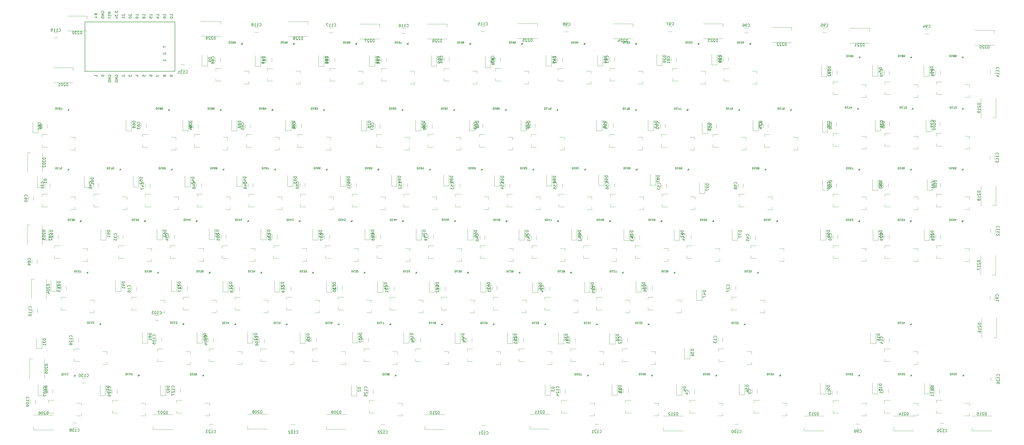
<source format=gbr>
%TF.GenerationSoftware,KiCad,Pcbnew,8.0.2-8.0.2-0~ubuntu22.04.1*%
%TF.CreationDate,2024-05-19T18:59:24-07:00*%
%TF.ProjectId,100kbd,3130306b-6264-42e6-9b69-6361645f7063,rev?*%
%TF.SameCoordinates,Original*%
%TF.FileFunction,Legend,Bot*%
%TF.FilePolarity,Positive*%
%FSLAX46Y46*%
G04 Gerber Fmt 4.6, Leading zero omitted, Abs format (unit mm)*
G04 Created by KiCad (PCBNEW 8.0.2-8.0.2-0~ubuntu22.04.1) date 2024-05-19 18:59:24*
%MOMM*%
%LPD*%
G01*
G04 APERTURE LIST*
%ADD10C,0.200000*%
%ADD11C,0.150000*%
%ADD12C,0.120000*%
%ADD13C,0.100000*%
G04 APERTURE END LIST*
D10*
X-201060161Y446757292D02*
X-201107780Y446852530D01*
X-201107780Y446852530D02*
X-201107780Y446995387D01*
X-201107780Y446995387D02*
X-201060161Y447138244D01*
X-201060161Y447138244D02*
X-200964923Y447233482D01*
X-200964923Y447233482D02*
X-200869685Y447281101D01*
X-200869685Y447281101D02*
X-200679209Y447328720D01*
X-200679209Y447328720D02*
X-200536352Y447328720D01*
X-200536352Y447328720D02*
X-200345876Y447281101D01*
X-200345876Y447281101D02*
X-200250638Y447233482D01*
X-200250638Y447233482D02*
X-200155400Y447138244D01*
X-200155400Y447138244D02*
X-200107780Y446995387D01*
X-200107780Y446995387D02*
X-200107780Y446900149D01*
X-200107780Y446900149D02*
X-200155400Y446757292D01*
X-200155400Y446757292D02*
X-200203019Y446709673D01*
X-200203019Y446709673D02*
X-200536352Y446709673D01*
X-200536352Y446709673D02*
X-200536352Y446900149D01*
X-200107780Y446281101D02*
X-201107780Y446281101D01*
X-201107780Y446281101D02*
X-200107780Y445709673D01*
X-200107780Y445709673D02*
X-201107780Y445709673D01*
X-200107780Y445233482D02*
X-201107780Y445233482D01*
X-201107780Y445233482D02*
X-201107780Y444995387D01*
X-201107780Y444995387D02*
X-201060161Y444852530D01*
X-201060161Y444852530D02*
X-200964923Y444757292D01*
X-200964923Y444757292D02*
X-200869685Y444709673D01*
X-200869685Y444709673D02*
X-200679209Y444662054D01*
X-200679209Y444662054D02*
X-200536352Y444662054D01*
X-200536352Y444662054D02*
X-200345876Y444709673D01*
X-200345876Y444709673D02*
X-200250638Y444757292D01*
X-200250638Y444757292D02*
X-200155400Y444852530D01*
X-200155400Y444852530D02*
X-200107780Y444995387D01*
X-200107780Y444995387D02*
X-200107780Y445233482D01*
X-196027780Y447471577D02*
X-196027780Y446852530D01*
X-196027780Y446852530D02*
X-195646828Y447185863D01*
X-195646828Y447185863D02*
X-195646828Y447043006D01*
X-195646828Y447043006D02*
X-195599209Y446947768D01*
X-195599209Y446947768D02*
X-195551590Y446900149D01*
X-195551590Y446900149D02*
X-195456352Y446852530D01*
X-195456352Y446852530D02*
X-195218257Y446852530D01*
X-195218257Y446852530D02*
X-195123019Y446900149D01*
X-195123019Y446900149D02*
X-195075400Y446947768D01*
X-195075400Y446947768D02*
X-195027780Y447043006D01*
X-195027780Y447043006D02*
X-195027780Y447328720D01*
X-195027780Y447328720D02*
X-195075400Y447423958D01*
X-195075400Y447423958D02*
X-195123019Y447471577D01*
X-195123019Y446423958D02*
X-195075400Y446376339D01*
X-195075400Y446376339D02*
X-195027780Y446423958D01*
X-195027780Y446423958D02*
X-195075400Y446471577D01*
X-195075400Y446471577D02*
X-195123019Y446423958D01*
X-195123019Y446423958D02*
X-195027780Y446423958D01*
X-196027780Y446043006D02*
X-196027780Y445423959D01*
X-196027780Y445423959D02*
X-195646828Y445757292D01*
X-195646828Y445757292D02*
X-195646828Y445614435D01*
X-195646828Y445614435D02*
X-195599209Y445519197D01*
X-195599209Y445519197D02*
X-195551590Y445471578D01*
X-195551590Y445471578D02*
X-195456352Y445423959D01*
X-195456352Y445423959D02*
X-195218257Y445423959D01*
X-195218257Y445423959D02*
X-195123019Y445471578D01*
X-195123019Y445471578D02*
X-195075400Y445519197D01*
X-195075400Y445519197D02*
X-195027780Y445614435D01*
X-195027780Y445614435D02*
X-195027780Y445900149D01*
X-195027780Y445900149D02*
X-195075400Y445995387D01*
X-195075400Y445995387D02*
X-195123019Y446043006D01*
X-195694447Y445090625D02*
X-195027780Y444852530D01*
X-195027780Y444852530D02*
X-195694447Y444614435D01*
X-193392542Y446185863D02*
X-193440161Y446138244D01*
X-193440161Y446138244D02*
X-193487780Y446043006D01*
X-193487780Y446043006D02*
X-193487780Y445804911D01*
X-193487780Y445804911D02*
X-193440161Y445709673D01*
X-193440161Y445709673D02*
X-193392542Y445662054D01*
X-193392542Y445662054D02*
X-193297304Y445614435D01*
X-193297304Y445614435D02*
X-193202066Y445614435D01*
X-193202066Y445614435D02*
X-193059209Y445662054D01*
X-193059209Y445662054D02*
X-192487780Y446233482D01*
X-192487780Y446233482D02*
X-192487780Y445614435D01*
X-192487780Y444662054D02*
X-192487780Y445233482D01*
X-192487780Y444947768D02*
X-193487780Y444947768D01*
X-193487780Y444947768D02*
X-193344923Y445043006D01*
X-193344923Y445043006D02*
X-193249685Y445138244D01*
X-193249685Y445138244D02*
X-193202066Y445233482D01*
X-174707780Y445614435D02*
X-174707780Y446185863D01*
X-174707780Y445900149D02*
X-175707780Y445900149D01*
X-175707780Y445900149D02*
X-175564923Y445995387D01*
X-175564923Y445995387D02*
X-175469685Y446090625D01*
X-175469685Y446090625D02*
X-175422066Y446185863D01*
X-175707780Y444995387D02*
X-175707780Y444900149D01*
X-175707780Y444900149D02*
X-175660161Y444804911D01*
X-175660161Y444804911D02*
X-175612542Y444757292D01*
X-175612542Y444757292D02*
X-175517304Y444709673D01*
X-175517304Y444709673D02*
X-175326828Y444662054D01*
X-175326828Y444662054D02*
X-175088733Y444662054D01*
X-175088733Y444662054D02*
X-174898257Y444709673D01*
X-174898257Y444709673D02*
X-174803019Y444757292D01*
X-174803019Y444757292D02*
X-174755400Y444804911D01*
X-174755400Y444804911D02*
X-174707780Y444900149D01*
X-174707780Y444900149D02*
X-174707780Y444995387D01*
X-174707780Y444995387D02*
X-174755400Y445090625D01*
X-174755400Y445090625D02*
X-174803019Y445138244D01*
X-174803019Y445138244D02*
X-174898257Y445185863D01*
X-174898257Y445185863D02*
X-175088733Y445233482D01*
X-175088733Y445233482D02*
X-175326828Y445233482D01*
X-175326828Y445233482D02*
X-175517304Y445185863D01*
X-175517304Y445185863D02*
X-175612542Y445138244D01*
X-175612542Y445138244D02*
X-175660161Y445090625D01*
X-175660161Y445090625D02*
X-175707780Y444995387D01*
X-187407780Y445614435D02*
X-187407780Y446185863D01*
X-187407780Y445900149D02*
X-188407780Y445900149D01*
X-188407780Y445900149D02*
X-188264923Y445995387D01*
X-188264923Y445995387D02*
X-188169685Y446090625D01*
X-188169685Y446090625D02*
X-188122066Y446185863D01*
X-187407780Y445138244D02*
X-187407780Y444947768D01*
X-187407780Y444947768D02*
X-187455400Y444852530D01*
X-187455400Y444852530D02*
X-187503019Y444804911D01*
X-187503019Y444804911D02*
X-187645876Y444709673D01*
X-187645876Y444709673D02*
X-187836352Y444662054D01*
X-187836352Y444662054D02*
X-188217304Y444662054D01*
X-188217304Y444662054D02*
X-188312542Y444709673D01*
X-188312542Y444709673D02*
X-188360161Y444757292D01*
X-188360161Y444757292D02*
X-188407780Y444852530D01*
X-188407780Y444852530D02*
X-188407780Y445043006D01*
X-188407780Y445043006D02*
X-188360161Y445138244D01*
X-188360161Y445138244D02*
X-188312542Y445185863D01*
X-188312542Y445185863D02*
X-188217304Y445233482D01*
X-188217304Y445233482D02*
X-187979209Y445233482D01*
X-187979209Y445233482D02*
X-187883971Y445185863D01*
X-187883971Y445185863D02*
X-187836352Y445138244D01*
X-187836352Y445138244D02*
X-187788733Y445043006D01*
X-187788733Y445043006D02*
X-187788733Y444852530D01*
X-187788733Y444852530D02*
X-187836352Y444757292D01*
X-187836352Y444757292D02*
X-187883971Y444709673D01*
X-187883971Y444709673D02*
X-187979209Y444662054D01*
X-177247780Y445614435D02*
X-177247780Y446185863D01*
X-177247780Y445900149D02*
X-178247780Y445900149D01*
X-178247780Y445900149D02*
X-178104923Y445995387D01*
X-178104923Y445995387D02*
X-178009685Y446090625D01*
X-178009685Y446090625D02*
X-177962066Y446185863D01*
X-178247780Y444757292D02*
X-178247780Y444947768D01*
X-178247780Y444947768D02*
X-178200161Y445043006D01*
X-178200161Y445043006D02*
X-178152542Y445090625D01*
X-178152542Y445090625D02*
X-178009685Y445185863D01*
X-178009685Y445185863D02*
X-177819209Y445233482D01*
X-177819209Y445233482D02*
X-177438257Y445233482D01*
X-177438257Y445233482D02*
X-177343019Y445185863D01*
X-177343019Y445185863D02*
X-177295400Y445138244D01*
X-177295400Y445138244D02*
X-177247780Y445043006D01*
X-177247780Y445043006D02*
X-177247780Y444852530D01*
X-177247780Y444852530D02*
X-177295400Y444757292D01*
X-177295400Y444757292D02*
X-177343019Y444709673D01*
X-177343019Y444709673D02*
X-177438257Y444662054D01*
X-177438257Y444662054D02*
X-177676352Y444662054D01*
X-177676352Y444662054D02*
X-177771590Y444709673D01*
X-177771590Y444709673D02*
X-177819209Y444757292D01*
X-177819209Y444757292D02*
X-177866828Y444852530D01*
X-177866828Y444852530D02*
X-177866828Y445043006D01*
X-177866828Y445043006D02*
X-177819209Y445138244D01*
X-177819209Y445138244D02*
X-177771590Y445185863D01*
X-177771590Y445185863D02*
X-177676352Y445233482D01*
X-185867780Y423174136D02*
X-185867780Y423650326D01*
X-185867780Y423650326D02*
X-185391590Y423697945D01*
X-185391590Y423697945D02*
X-185439209Y423650326D01*
X-185439209Y423650326D02*
X-185486828Y423555088D01*
X-185486828Y423555088D02*
X-185486828Y423316993D01*
X-185486828Y423316993D02*
X-185439209Y423221755D01*
X-185439209Y423221755D02*
X-185391590Y423174136D01*
X-185391590Y423174136D02*
X-185296352Y423126517D01*
X-185296352Y423126517D02*
X-185058257Y423126517D01*
X-185058257Y423126517D02*
X-184963019Y423174136D01*
X-184963019Y423174136D02*
X-184915400Y423221755D01*
X-184915400Y423221755D02*
X-184867780Y423316993D01*
X-184867780Y423316993D02*
X-184867780Y423555088D01*
X-184867780Y423555088D02*
X-184915400Y423650326D01*
X-184915400Y423650326D02*
X-184963019Y423697945D01*
X-177819209Y423507469D02*
X-177866828Y423602707D01*
X-177866828Y423602707D02*
X-177914447Y423650326D01*
X-177914447Y423650326D02*
X-178009685Y423697945D01*
X-178009685Y423697945D02*
X-178057304Y423697945D01*
X-178057304Y423697945D02*
X-178152542Y423650326D01*
X-178152542Y423650326D02*
X-178200161Y423602707D01*
X-178200161Y423602707D02*
X-178247780Y423507469D01*
X-178247780Y423507469D02*
X-178247780Y423316993D01*
X-178247780Y423316993D02*
X-178200161Y423221755D01*
X-178200161Y423221755D02*
X-178152542Y423174136D01*
X-178152542Y423174136D02*
X-178057304Y423126517D01*
X-178057304Y423126517D02*
X-178009685Y423126517D01*
X-178009685Y423126517D02*
X-177914447Y423174136D01*
X-177914447Y423174136D02*
X-177866828Y423221755D01*
X-177866828Y423221755D02*
X-177819209Y423316993D01*
X-177819209Y423316993D02*
X-177819209Y423507469D01*
X-177819209Y423507469D02*
X-177771590Y423602707D01*
X-177771590Y423602707D02*
X-177723971Y423650326D01*
X-177723971Y423650326D02*
X-177628733Y423697945D01*
X-177628733Y423697945D02*
X-177438257Y423697945D01*
X-177438257Y423697945D02*
X-177343019Y423650326D01*
X-177343019Y423650326D02*
X-177295400Y423602707D01*
X-177295400Y423602707D02*
X-177247780Y423507469D01*
X-177247780Y423507469D02*
X-177247780Y423316993D01*
X-177247780Y423316993D02*
X-177295400Y423221755D01*
X-177295400Y423221755D02*
X-177343019Y423174136D01*
X-177343019Y423174136D02*
X-177438257Y423126517D01*
X-177438257Y423126517D02*
X-177628733Y423126517D01*
X-177628733Y423126517D02*
X-177723971Y423174136D01*
X-177723971Y423174136D02*
X-177771590Y423221755D01*
X-177771590Y423221755D02*
X-177819209Y423316993D01*
X-177247780Y428814285D02*
X-177247780Y429385713D01*
X-177247780Y429099999D02*
X-178247780Y429099999D01*
X-178247780Y429099999D02*
X-178104923Y429195237D01*
X-178104923Y429195237D02*
X-178009685Y429290475D01*
X-178009685Y429290475D02*
X-177962066Y429385713D01*
X-174707780Y423602707D02*
X-174707780Y423412231D01*
X-174707780Y423412231D02*
X-174755400Y423316993D01*
X-174755400Y423316993D02*
X-174803019Y423269374D01*
X-174803019Y423269374D02*
X-174945876Y423174136D01*
X-174945876Y423174136D02*
X-175136352Y423126517D01*
X-175136352Y423126517D02*
X-175517304Y423126517D01*
X-175517304Y423126517D02*
X-175612542Y423174136D01*
X-175612542Y423174136D02*
X-175660161Y423221755D01*
X-175660161Y423221755D02*
X-175707780Y423316993D01*
X-175707780Y423316993D02*
X-175707780Y423507469D01*
X-175707780Y423507469D02*
X-175660161Y423602707D01*
X-175660161Y423602707D02*
X-175612542Y423650326D01*
X-175612542Y423650326D02*
X-175517304Y423697945D01*
X-175517304Y423697945D02*
X-175279209Y423697945D01*
X-175279209Y423697945D02*
X-175183971Y423650326D01*
X-175183971Y423650326D02*
X-175136352Y423602707D01*
X-175136352Y423602707D02*
X-175088733Y423507469D01*
X-175088733Y423507469D02*
X-175088733Y423316993D01*
X-175088733Y423316993D02*
X-175136352Y423221755D01*
X-175136352Y423221755D02*
X-175183971Y423174136D01*
X-175183971Y423174136D02*
X-175279209Y423126517D01*
X-202647780Y423126517D02*
X-202647780Y423697945D01*
X-202647780Y423412231D02*
X-203647780Y423412231D01*
X-203647780Y423412231D02*
X-203504923Y423507469D01*
X-203504923Y423507469D02*
X-203409685Y423602707D01*
X-203409685Y423602707D02*
X-203362066Y423697945D01*
X-179787780Y445614435D02*
X-179787780Y446185863D01*
X-179787780Y445900149D02*
X-180787780Y445900149D01*
X-180787780Y445900149D02*
X-180644923Y445995387D01*
X-180644923Y445995387D02*
X-180549685Y446090625D01*
X-180549685Y446090625D02*
X-180502066Y446185863D01*
X-180454447Y444757292D02*
X-179787780Y444757292D01*
X-180835400Y444995387D02*
X-180121114Y445233482D01*
X-180121114Y445233482D02*
X-180121114Y444614435D01*
X-178247782Y434513332D02*
X-178247782Y433846666D01*
X-178247782Y433846666D02*
X-177247782Y434275237D01*
X-201107780Y423459850D02*
X-201107780Y423364612D01*
X-201107780Y423364612D02*
X-201060161Y423269374D01*
X-201060161Y423269374D02*
X-201012542Y423221755D01*
X-201012542Y423221755D02*
X-200917304Y423174136D01*
X-200917304Y423174136D02*
X-200726828Y423126517D01*
X-200726828Y423126517D02*
X-200488733Y423126517D01*
X-200488733Y423126517D02*
X-200298257Y423174136D01*
X-200298257Y423174136D02*
X-200203019Y423221755D01*
X-200203019Y423221755D02*
X-200155400Y423269374D01*
X-200155400Y423269374D02*
X-200107780Y423364612D01*
X-200107780Y423364612D02*
X-200107780Y423459850D01*
X-200107780Y423459850D02*
X-200155400Y423555088D01*
X-200155400Y423555088D02*
X-200203019Y423602707D01*
X-200203019Y423602707D02*
X-200298257Y423650326D01*
X-200298257Y423650326D02*
X-200488733Y423697945D01*
X-200488733Y423697945D02*
X-200726828Y423697945D01*
X-200726828Y423697945D02*
X-200917304Y423650326D01*
X-200917304Y423650326D02*
X-201012542Y423602707D01*
X-201012542Y423602707D02*
X-201060161Y423555088D01*
X-201060161Y423555088D02*
X-201107780Y423459850D01*
X-195980161Y423126517D02*
X-196027780Y423221755D01*
X-196027780Y423221755D02*
X-196027780Y423364612D01*
X-196027780Y423364612D02*
X-195980161Y423507469D01*
X-195980161Y423507469D02*
X-195884923Y423602707D01*
X-195884923Y423602707D02*
X-195789685Y423650326D01*
X-195789685Y423650326D02*
X-195599209Y423697945D01*
X-195599209Y423697945D02*
X-195456352Y423697945D01*
X-195456352Y423697945D02*
X-195265876Y423650326D01*
X-195265876Y423650326D02*
X-195170638Y423602707D01*
X-195170638Y423602707D02*
X-195075400Y423507469D01*
X-195075400Y423507469D02*
X-195027780Y423364612D01*
X-195027780Y423364612D02*
X-195027780Y423269374D01*
X-195027780Y423269374D02*
X-195075400Y423126517D01*
X-195075400Y423126517D02*
X-195123019Y423078898D01*
X-195123019Y423078898D02*
X-195456352Y423078898D01*
X-195456352Y423078898D02*
X-195456352Y423269374D01*
X-195027780Y422650326D02*
X-196027780Y422650326D01*
X-196027780Y422650326D02*
X-195027780Y422078898D01*
X-195027780Y422078898D02*
X-196027780Y422078898D01*
X-195027780Y421602707D02*
X-196027780Y421602707D01*
X-196027780Y421602707D02*
X-196027780Y421364612D01*
X-196027780Y421364612D02*
X-195980161Y421221755D01*
X-195980161Y421221755D02*
X-195884923Y421126517D01*
X-195884923Y421126517D02*
X-195789685Y421078898D01*
X-195789685Y421078898D02*
X-195599209Y421031279D01*
X-195599209Y421031279D02*
X-195456352Y421031279D01*
X-195456352Y421031279D02*
X-195265876Y421078898D01*
X-195265876Y421078898D02*
X-195170638Y421126517D01*
X-195170638Y421126517D02*
X-195075400Y421221755D01*
X-195075400Y421221755D02*
X-195027780Y421364612D01*
X-195027780Y421364612D02*
X-195027780Y421602707D01*
X-188074447Y423221755D02*
X-187407780Y423221755D01*
X-188455400Y423459850D02*
X-187741114Y423697945D01*
X-187741114Y423697945D02*
X-187741114Y423078898D01*
X-197567780Y446376340D02*
X-198043971Y446709673D01*
X-197567780Y446947768D02*
X-198567780Y446947768D01*
X-198567780Y446947768D02*
X-198567780Y446566816D01*
X-198567780Y446566816D02*
X-198520161Y446471578D01*
X-198520161Y446471578D02*
X-198472542Y446423959D01*
X-198472542Y446423959D02*
X-198377304Y446376340D01*
X-198377304Y446376340D02*
X-198234447Y446376340D01*
X-198234447Y446376340D02*
X-198139209Y446423959D01*
X-198139209Y446423959D02*
X-198091590Y446471578D01*
X-198091590Y446471578D02*
X-198043971Y446566816D01*
X-198043971Y446566816D02*
X-198043971Y446947768D01*
X-197615400Y445995387D02*
X-197567780Y445852530D01*
X-197567780Y445852530D02*
X-197567780Y445614435D01*
X-197567780Y445614435D02*
X-197615400Y445519197D01*
X-197615400Y445519197D02*
X-197663019Y445471578D01*
X-197663019Y445471578D02*
X-197758257Y445423959D01*
X-197758257Y445423959D02*
X-197853495Y445423959D01*
X-197853495Y445423959D02*
X-197948733Y445471578D01*
X-197948733Y445471578D02*
X-197996352Y445519197D01*
X-197996352Y445519197D02*
X-198043971Y445614435D01*
X-198043971Y445614435D02*
X-198091590Y445804911D01*
X-198091590Y445804911D02*
X-198139209Y445900149D01*
X-198139209Y445900149D02*
X-198186828Y445947768D01*
X-198186828Y445947768D02*
X-198282066Y445995387D01*
X-198282066Y445995387D02*
X-198377304Y445995387D01*
X-198377304Y445995387D02*
X-198472542Y445947768D01*
X-198472542Y445947768D02*
X-198520161Y445900149D01*
X-198520161Y445900149D02*
X-198567780Y445804911D01*
X-198567780Y445804911D02*
X-198567780Y445566816D01*
X-198567780Y445566816D02*
X-198520161Y445423959D01*
X-198567780Y445138244D02*
X-198567780Y444566816D01*
X-197567780Y444852530D02*
X-198567780Y444852530D01*
X-182327780Y445614435D02*
X-182327780Y446185863D01*
X-182327780Y445900149D02*
X-183327780Y445900149D01*
X-183327780Y445900149D02*
X-183184923Y445995387D01*
X-183184923Y445995387D02*
X-183089685Y446090625D01*
X-183089685Y446090625D02*
X-183042066Y446185863D01*
X-183327780Y444709673D02*
X-183327780Y445185863D01*
X-183327780Y445185863D02*
X-182851590Y445233482D01*
X-182851590Y445233482D02*
X-182899209Y445185863D01*
X-182899209Y445185863D02*
X-182946828Y445090625D01*
X-182946828Y445090625D02*
X-182946828Y444852530D01*
X-182946828Y444852530D02*
X-182899209Y444757292D01*
X-182899209Y444757292D02*
X-182851590Y444709673D01*
X-182851590Y444709673D02*
X-182756352Y444662054D01*
X-182756352Y444662054D02*
X-182518257Y444662054D01*
X-182518257Y444662054D02*
X-182423019Y444709673D01*
X-182423019Y444709673D02*
X-182375400Y444757292D01*
X-182375400Y444757292D02*
X-182327780Y444852530D01*
X-182327780Y444852530D02*
X-182327780Y445090625D01*
X-182327780Y445090625D02*
X-182375400Y445185863D01*
X-182375400Y445185863D02*
X-182423019Y445233482D01*
X-190947780Y423745564D02*
X-190947780Y423126517D01*
X-190947780Y423126517D02*
X-190566828Y423459850D01*
X-190566828Y423459850D02*
X-190566828Y423316993D01*
X-190566828Y423316993D02*
X-190519209Y423221755D01*
X-190519209Y423221755D02*
X-190471590Y423174136D01*
X-190471590Y423174136D02*
X-190376352Y423126517D01*
X-190376352Y423126517D02*
X-190138257Y423126517D01*
X-190138257Y423126517D02*
X-190043019Y423174136D01*
X-190043019Y423174136D02*
X-189995400Y423221755D01*
X-189995400Y423221755D02*
X-189947780Y423316993D01*
X-189947780Y423316993D02*
X-189947780Y423602707D01*
X-189947780Y423602707D02*
X-189995400Y423697945D01*
X-189995400Y423697945D02*
X-190043019Y423745564D01*
X-180787780Y423745564D02*
X-180787780Y423078898D01*
X-180787780Y423078898D02*
X-179787780Y423507469D01*
X-203171590Y446138244D02*
X-203123971Y445995387D01*
X-203123971Y445995387D02*
X-203076352Y445947768D01*
X-203076352Y445947768D02*
X-202981114Y445900149D01*
X-202981114Y445900149D02*
X-202838257Y445900149D01*
X-202838257Y445900149D02*
X-202743019Y445947768D01*
X-202743019Y445947768D02*
X-202695400Y445995387D01*
X-202695400Y445995387D02*
X-202647780Y446090625D01*
X-202647780Y446090625D02*
X-202647780Y446471577D01*
X-202647780Y446471577D02*
X-203647780Y446471577D01*
X-203647780Y446471577D02*
X-203647780Y446138244D01*
X-203647780Y446138244D02*
X-203600161Y446043006D01*
X-203600161Y446043006D02*
X-203552542Y445995387D01*
X-203552542Y445995387D02*
X-203457304Y445947768D01*
X-203457304Y445947768D02*
X-203362066Y445947768D01*
X-203362066Y445947768D02*
X-203266828Y445995387D01*
X-203266828Y445995387D02*
X-203219209Y446043006D01*
X-203219209Y446043006D02*
X-203171590Y446138244D01*
X-203171590Y446138244D02*
X-203171590Y446471577D01*
X-203028733Y445471577D02*
X-203028733Y444709673D01*
X-202647780Y445090625D02*
X-203409685Y445090625D01*
X-178152542Y431925713D02*
X-178200161Y431878094D01*
X-178200161Y431878094D02*
X-178247780Y431782856D01*
X-178247780Y431782856D02*
X-178247780Y431544761D01*
X-178247780Y431544761D02*
X-178200161Y431449523D01*
X-178200161Y431449523D02*
X-178152542Y431401904D01*
X-178152542Y431401904D02*
X-178057304Y431354285D01*
X-178057304Y431354285D02*
X-177962066Y431354285D01*
X-177962066Y431354285D02*
X-177819209Y431401904D01*
X-177819209Y431401904D02*
X-177247780Y431973332D01*
X-177247780Y431973332D02*
X-177247780Y431354285D01*
X-198520161Y423126517D02*
X-198567780Y423221755D01*
X-198567780Y423221755D02*
X-198567780Y423364612D01*
X-198567780Y423364612D02*
X-198520161Y423507469D01*
X-198520161Y423507469D02*
X-198424923Y423602707D01*
X-198424923Y423602707D02*
X-198329685Y423650326D01*
X-198329685Y423650326D02*
X-198139209Y423697945D01*
X-198139209Y423697945D02*
X-197996352Y423697945D01*
X-197996352Y423697945D02*
X-197805876Y423650326D01*
X-197805876Y423650326D02*
X-197710638Y423602707D01*
X-197710638Y423602707D02*
X-197615400Y423507469D01*
X-197615400Y423507469D02*
X-197567780Y423364612D01*
X-197567780Y423364612D02*
X-197567780Y423269374D01*
X-197567780Y423269374D02*
X-197615400Y423126517D01*
X-197615400Y423126517D02*
X-197663019Y423078898D01*
X-197663019Y423078898D02*
X-197996352Y423078898D01*
X-197996352Y423078898D02*
X-197996352Y423269374D01*
X-197567780Y422650326D02*
X-198567780Y422650326D01*
X-198567780Y422650326D02*
X-197567780Y422078898D01*
X-197567780Y422078898D02*
X-198567780Y422078898D01*
X-197567780Y421602707D02*
X-198567780Y421602707D01*
X-198567780Y421602707D02*
X-198567780Y421364612D01*
X-198567780Y421364612D02*
X-198520161Y421221755D01*
X-198520161Y421221755D02*
X-198424923Y421126517D01*
X-198424923Y421126517D02*
X-198329685Y421078898D01*
X-198329685Y421078898D02*
X-198139209Y421031279D01*
X-198139209Y421031279D02*
X-197996352Y421031279D01*
X-197996352Y421031279D02*
X-197805876Y421078898D01*
X-197805876Y421078898D02*
X-197710638Y421126517D01*
X-197710638Y421126517D02*
X-197615400Y421221755D01*
X-197615400Y421221755D02*
X-197567780Y421364612D01*
X-197567780Y421364612D02*
X-197567780Y421602707D01*
X-184867780Y445614435D02*
X-184867780Y446185863D01*
X-184867780Y445900149D02*
X-185867780Y445900149D01*
X-185867780Y445900149D02*
X-185724923Y445995387D01*
X-185724923Y445995387D02*
X-185629685Y446090625D01*
X-185629685Y446090625D02*
X-185582066Y446185863D01*
X-185439209Y445043006D02*
X-185486828Y445138244D01*
X-185486828Y445138244D02*
X-185534447Y445185863D01*
X-185534447Y445185863D02*
X-185629685Y445233482D01*
X-185629685Y445233482D02*
X-185677304Y445233482D01*
X-185677304Y445233482D02*
X-185772542Y445185863D01*
X-185772542Y445185863D02*
X-185820161Y445138244D01*
X-185820161Y445138244D02*
X-185867780Y445043006D01*
X-185867780Y445043006D02*
X-185867780Y444852530D01*
X-185867780Y444852530D02*
X-185820161Y444757292D01*
X-185820161Y444757292D02*
X-185772542Y444709673D01*
X-185772542Y444709673D02*
X-185677304Y444662054D01*
X-185677304Y444662054D02*
X-185629685Y444662054D01*
X-185629685Y444662054D02*
X-185534447Y444709673D01*
X-185534447Y444709673D02*
X-185486828Y444757292D01*
X-185486828Y444757292D02*
X-185439209Y444852530D01*
X-185439209Y444852530D02*
X-185439209Y445043006D01*
X-185439209Y445043006D02*
X-185391590Y445138244D01*
X-185391590Y445138244D02*
X-185343971Y445185863D01*
X-185343971Y445185863D02*
X-185248733Y445233482D01*
X-185248733Y445233482D02*
X-185058257Y445233482D01*
X-185058257Y445233482D02*
X-184963019Y445185863D01*
X-184963019Y445185863D02*
X-184915400Y445138244D01*
X-184915400Y445138244D02*
X-184867780Y445043006D01*
X-184867780Y445043006D02*
X-184867780Y444852530D01*
X-184867780Y444852530D02*
X-184915400Y444757292D01*
X-184915400Y444757292D02*
X-184963019Y444709673D01*
X-184963019Y444709673D02*
X-185058257Y444662054D01*
X-185058257Y444662054D02*
X-185248733Y444662054D01*
X-185248733Y444662054D02*
X-185343971Y444709673D01*
X-185343971Y444709673D02*
X-185391590Y444757292D01*
X-185391590Y444757292D02*
X-185439209Y444852530D01*
X-193392542Y423697945D02*
X-193440161Y423650326D01*
X-193440161Y423650326D02*
X-193487780Y423555088D01*
X-193487780Y423555088D02*
X-193487780Y423316993D01*
X-193487780Y423316993D02*
X-193440161Y423221755D01*
X-193440161Y423221755D02*
X-193392542Y423174136D01*
X-193392542Y423174136D02*
X-193297304Y423126517D01*
X-193297304Y423126517D02*
X-193202066Y423126517D01*
X-193202066Y423126517D02*
X-193059209Y423174136D01*
X-193059209Y423174136D02*
X-192487780Y423745564D01*
X-192487780Y423745564D02*
X-192487780Y423126517D01*
X-190852542Y446185863D02*
X-190900161Y446138244D01*
X-190900161Y446138244D02*
X-190947780Y446043006D01*
X-190947780Y446043006D02*
X-190947780Y445804911D01*
X-190947780Y445804911D02*
X-190900161Y445709673D01*
X-190900161Y445709673D02*
X-190852542Y445662054D01*
X-190852542Y445662054D02*
X-190757304Y445614435D01*
X-190757304Y445614435D02*
X-190662066Y445614435D01*
X-190662066Y445614435D02*
X-190519209Y445662054D01*
X-190519209Y445662054D02*
X-189947780Y446233482D01*
X-189947780Y446233482D02*
X-189947780Y445614435D01*
X-190947780Y444995387D02*
X-190947780Y444900149D01*
X-190947780Y444900149D02*
X-190900161Y444804911D01*
X-190900161Y444804911D02*
X-190852542Y444757292D01*
X-190852542Y444757292D02*
X-190757304Y444709673D01*
X-190757304Y444709673D02*
X-190566828Y444662054D01*
X-190566828Y444662054D02*
X-190328733Y444662054D01*
X-190328733Y444662054D02*
X-190138257Y444709673D01*
X-190138257Y444709673D02*
X-190043019Y444757292D01*
X-190043019Y444757292D02*
X-189995400Y444804911D01*
X-189995400Y444804911D02*
X-189947780Y444900149D01*
X-189947780Y444900149D02*
X-189947780Y444995387D01*
X-189947780Y444995387D02*
X-189995400Y445090625D01*
X-189995400Y445090625D02*
X-190043019Y445138244D01*
X-190043019Y445138244D02*
X-190138257Y445185863D01*
X-190138257Y445185863D02*
X-190328733Y445233482D01*
X-190328733Y445233482D02*
X-190566828Y445233482D01*
X-190566828Y445233482D02*
X-190757304Y445185863D01*
X-190757304Y445185863D02*
X-190852542Y445138244D01*
X-190852542Y445138244D02*
X-190900161Y445090625D01*
X-190900161Y445090625D02*
X-190947780Y444995387D01*
X-183327780Y423221755D02*
X-183327780Y423412231D01*
X-183327780Y423412231D02*
X-183280161Y423507469D01*
X-183280161Y423507469D02*
X-183232542Y423555088D01*
X-183232542Y423555088D02*
X-183089685Y423650326D01*
X-183089685Y423650326D02*
X-182899209Y423697945D01*
X-182899209Y423697945D02*
X-182518257Y423697945D01*
X-182518257Y423697945D02*
X-182423019Y423650326D01*
X-182423019Y423650326D02*
X-182375400Y423602707D01*
X-182375400Y423602707D02*
X-182327780Y423507469D01*
X-182327780Y423507469D02*
X-182327780Y423316993D01*
X-182327780Y423316993D02*
X-182375400Y423221755D01*
X-182375400Y423221755D02*
X-182423019Y423174136D01*
X-182423019Y423174136D02*
X-182518257Y423126517D01*
X-182518257Y423126517D02*
X-182756352Y423126517D01*
X-182756352Y423126517D02*
X-182851590Y423174136D01*
X-182851590Y423174136D02*
X-182899209Y423221755D01*
X-182899209Y423221755D02*
X-182946828Y423316993D01*
X-182946828Y423316993D02*
X-182946828Y423507469D01*
X-182946828Y423507469D02*
X-182899209Y423602707D01*
X-182899209Y423602707D02*
X-182851590Y423650326D01*
X-182851590Y423650326D02*
X-182756352Y423697945D01*
D11*
X-6559524Y435945180D02*
X-6559524Y436945180D01*
X-6559524Y436945180D02*
X-6797619Y436945180D01*
X-6797619Y436945180D02*
X-6940476Y436897561D01*
X-6940476Y436897561D02*
X-7035714Y436802323D01*
X-7035714Y436802323D02*
X-7083333Y436707085D01*
X-7083333Y436707085D02*
X-7130952Y436516609D01*
X-7130952Y436516609D02*
X-7130952Y436373752D01*
X-7130952Y436373752D02*
X-7083333Y436183276D01*
X-7083333Y436183276D02*
X-7035714Y436088038D01*
X-7035714Y436088038D02*
X-6940476Y435992800D01*
X-6940476Y435992800D02*
X-6797619Y435945180D01*
X-6797619Y435945180D02*
X-6559524Y435945180D01*
X-7511905Y436849942D02*
X-7559524Y436897561D01*
X-7559524Y436897561D02*
X-7654762Y436945180D01*
X-7654762Y436945180D02*
X-7892857Y436945180D01*
X-7892857Y436945180D02*
X-7988095Y436897561D01*
X-7988095Y436897561D02*
X-8035714Y436849942D01*
X-8035714Y436849942D02*
X-8083333Y436754704D01*
X-8083333Y436754704D02*
X-8083333Y436659466D01*
X-8083333Y436659466D02*
X-8035714Y436516609D01*
X-8035714Y436516609D02*
X-7464286Y435945180D01*
X-7464286Y435945180D02*
X-8083333Y435945180D01*
X-8464286Y436849942D02*
X-8511905Y436897561D01*
X-8511905Y436897561D02*
X-8607143Y436945180D01*
X-8607143Y436945180D02*
X-8845238Y436945180D01*
X-8845238Y436945180D02*
X-8940476Y436897561D01*
X-8940476Y436897561D02*
X-8988095Y436849942D01*
X-8988095Y436849942D02*
X-9035714Y436754704D01*
X-9035714Y436754704D02*
X-9035714Y436659466D01*
X-9035714Y436659466D02*
X-8988095Y436516609D01*
X-8988095Y436516609D02*
X-8416667Y435945180D01*
X-8416667Y435945180D02*
X-9035714Y435945180D01*
X-9892857Y436611847D02*
X-9892857Y435945180D01*
X-9654762Y436992800D02*
X-9416667Y436278514D01*
X-9416667Y436278514D02*
X-10035714Y436278514D01*
X126140475Y297645180D02*
X126140475Y298645180D01*
X126140475Y298645180D02*
X125902380Y298645180D01*
X125902380Y298645180D02*
X125759523Y298597561D01*
X125759523Y298597561D02*
X125664285Y298502323D01*
X125664285Y298502323D02*
X125616666Y298407085D01*
X125616666Y298407085D02*
X125569047Y298216609D01*
X125569047Y298216609D02*
X125569047Y298073752D01*
X125569047Y298073752D02*
X125616666Y297883276D01*
X125616666Y297883276D02*
X125664285Y297788038D01*
X125664285Y297788038D02*
X125759523Y297692800D01*
X125759523Y297692800D02*
X125902380Y297645180D01*
X125902380Y297645180D02*
X126140475Y297645180D01*
X125188094Y298549942D02*
X125140475Y298597561D01*
X125140475Y298597561D02*
X125045237Y298645180D01*
X125045237Y298645180D02*
X124807142Y298645180D01*
X124807142Y298645180D02*
X124711904Y298597561D01*
X124711904Y298597561D02*
X124664285Y298549942D01*
X124664285Y298549942D02*
X124616666Y298454704D01*
X124616666Y298454704D02*
X124616666Y298359466D01*
X124616666Y298359466D02*
X124664285Y298216609D01*
X124664285Y298216609D02*
X125235713Y297645180D01*
X125235713Y297645180D02*
X124616666Y297645180D01*
X123664285Y297645180D02*
X124235713Y297645180D01*
X123949999Y297645180D02*
X123949999Y298645180D01*
X123949999Y298645180D02*
X124045237Y298502323D01*
X124045237Y298502323D02*
X124140475Y298407085D01*
X124140475Y298407085D02*
X124235713Y298359466D01*
X122759523Y298645180D02*
X123235713Y298645180D01*
X123235713Y298645180D02*
X123283332Y298168990D01*
X123283332Y298168990D02*
X123235713Y298216609D01*
X123235713Y298216609D02*
X123140475Y298264228D01*
X123140475Y298264228D02*
X122902380Y298264228D01*
X122902380Y298264228D02*
X122807142Y298216609D01*
X122807142Y298216609D02*
X122759523Y298168990D01*
X122759523Y298168990D02*
X122711904Y298073752D01*
X122711904Y298073752D02*
X122711904Y297835657D01*
X122711904Y297835657D02*
X122759523Y297740419D01*
X122759523Y297740419D02*
X122807142Y297692800D01*
X122807142Y297692800D02*
X122902380Y297645180D01*
X122902380Y297645180D02*
X123140475Y297645180D01*
X123140475Y297645180D02*
X123235713Y297692800D01*
X123235713Y297692800D02*
X123283332Y297740419D01*
X-113333333Y370366033D02*
X-113333333Y369666033D01*
X-113333333Y369666033D02*
X-113166666Y369666033D01*
X-113166666Y369666033D02*
X-113066666Y369699366D01*
X-113066666Y369699366D02*
X-113000000Y369766033D01*
X-113000000Y369766033D02*
X-112966666Y369832700D01*
X-112966666Y369832700D02*
X-112933333Y369966033D01*
X-112933333Y369966033D02*
X-112933333Y370066033D01*
X-112933333Y370066033D02*
X-112966666Y370199366D01*
X-112966666Y370199366D02*
X-113000000Y370266033D01*
X-113000000Y370266033D02*
X-113066666Y370332700D01*
X-113066666Y370332700D02*
X-113166666Y370366033D01*
X-113166666Y370366033D02*
X-113333333Y370366033D01*
X-112266666Y370366033D02*
X-112666666Y370366033D01*
X-112466666Y370366033D02*
X-112466666Y369666033D01*
X-112466666Y369666033D02*
X-112533333Y369766033D01*
X-112533333Y369766033D02*
X-112600000Y369832700D01*
X-112600000Y369832700D02*
X-112666666Y369866033D01*
X-111666666Y369899366D02*
X-111666666Y370366033D01*
X-111833333Y369632700D02*
X-111999999Y370132700D01*
X-111999999Y370132700D02*
X-111566666Y370132700D01*
X-111366666Y369666033D02*
X-110933332Y369666033D01*
X-110933332Y369666033D02*
X-111166666Y369932700D01*
X-111166666Y369932700D02*
X-111066666Y369932700D01*
X-111066666Y369932700D02*
X-110999999Y369966033D01*
X-110999999Y369966033D02*
X-110966666Y369999366D01*
X-110966666Y369999366D02*
X-110933332Y370066033D01*
X-110933332Y370066033D02*
X-110933332Y370232700D01*
X-110933332Y370232700D02*
X-110966666Y370299366D01*
X-110966666Y370299366D02*
X-110999999Y370332700D01*
X-110999999Y370332700D02*
X-111066666Y370366033D01*
X-111066666Y370366033D02*
X-111266666Y370366033D01*
X-111266666Y370366033D02*
X-111333332Y370332700D01*
X-111333332Y370332700D02*
X-111366666Y370299366D01*
X45066666Y313166033D02*
X45066666Y312466033D01*
X45066666Y312466033D02*
X45233333Y312466033D01*
X45233333Y312466033D02*
X45333333Y312499366D01*
X45333333Y312499366D02*
X45400000Y312566033D01*
X45400000Y312566033D02*
X45433333Y312632700D01*
X45433333Y312632700D02*
X45466666Y312766033D01*
X45466666Y312766033D02*
X45466666Y312866033D01*
X45466666Y312866033D02*
X45433333Y312999366D01*
X45433333Y312999366D02*
X45400000Y313066033D01*
X45400000Y313066033D02*
X45333333Y313132700D01*
X45333333Y313132700D02*
X45233333Y313166033D01*
X45233333Y313166033D02*
X45066666Y313166033D01*
X46133333Y313166033D02*
X45733333Y313166033D01*
X45933333Y313166033D02*
X45933333Y312466033D01*
X45933333Y312466033D02*
X45866666Y312566033D01*
X45866666Y312566033D02*
X45800000Y312632700D01*
X45800000Y312632700D02*
X45733333Y312666033D01*
X46566667Y312466033D02*
X46633333Y312466033D01*
X46633333Y312466033D02*
X46700000Y312499366D01*
X46700000Y312499366D02*
X46733333Y312532700D01*
X46733333Y312532700D02*
X46766667Y312599366D01*
X46766667Y312599366D02*
X46800000Y312732700D01*
X46800000Y312732700D02*
X46800000Y312899366D01*
X46800000Y312899366D02*
X46766667Y313032700D01*
X46766667Y313032700D02*
X46733333Y313099366D01*
X46733333Y313099366D02*
X46700000Y313132700D01*
X46700000Y313132700D02*
X46633333Y313166033D01*
X46633333Y313166033D02*
X46566667Y313166033D01*
X46566667Y313166033D02*
X46500000Y313132700D01*
X46500000Y313132700D02*
X46466667Y313099366D01*
X46466667Y313099366D02*
X46433333Y313032700D01*
X46433333Y313032700D02*
X46400000Y312899366D01*
X46400000Y312899366D02*
X46400000Y312732700D01*
X46400000Y312732700D02*
X46433333Y312599366D01*
X46433333Y312599366D02*
X46466667Y312532700D01*
X46466667Y312532700D02*
X46500000Y312499366D01*
X46500000Y312499366D02*
X46566667Y312466033D01*
X47400000Y312699366D02*
X47400000Y313166033D01*
X47233334Y312432700D02*
X47066667Y312932700D01*
X47066667Y312932700D02*
X47500000Y312932700D01*
X-140490419Y429830357D02*
X-140442800Y429877976D01*
X-140442800Y429877976D02*
X-140395180Y430020833D01*
X-140395180Y430020833D02*
X-140395180Y430116071D01*
X-140395180Y430116071D02*
X-140442800Y430258928D01*
X-140442800Y430258928D02*
X-140538038Y430354166D01*
X-140538038Y430354166D02*
X-140633276Y430401785D01*
X-140633276Y430401785D02*
X-140823752Y430449404D01*
X-140823752Y430449404D02*
X-140966609Y430449404D01*
X-140966609Y430449404D02*
X-141157085Y430401785D01*
X-141157085Y430401785D02*
X-141252323Y430354166D01*
X-141252323Y430354166D02*
X-141347561Y430258928D01*
X-141347561Y430258928D02*
X-141395180Y430116071D01*
X-141395180Y430116071D02*
X-141395180Y430020833D01*
X-141395180Y430020833D02*
X-141347561Y429877976D01*
X-141347561Y429877976D02*
X-141299942Y429830357D01*
X-140966609Y429258928D02*
X-141014228Y429354166D01*
X-141014228Y429354166D02*
X-141061847Y429401785D01*
X-141061847Y429401785D02*
X-141157085Y429449404D01*
X-141157085Y429449404D02*
X-141204704Y429449404D01*
X-141204704Y429449404D02*
X-141299942Y429401785D01*
X-141299942Y429401785D02*
X-141347561Y429354166D01*
X-141347561Y429354166D02*
X-141395180Y429258928D01*
X-141395180Y429258928D02*
X-141395180Y429068452D01*
X-141395180Y429068452D02*
X-141347561Y428973214D01*
X-141347561Y428973214D02*
X-141299942Y428925595D01*
X-141299942Y428925595D02*
X-141204704Y428877976D01*
X-141204704Y428877976D02*
X-141157085Y428877976D01*
X-141157085Y428877976D02*
X-141061847Y428925595D01*
X-141061847Y428925595D02*
X-141014228Y428973214D01*
X-141014228Y428973214D02*
X-140966609Y429068452D01*
X-140966609Y429068452D02*
X-140966609Y429258928D01*
X-140966609Y429258928D02*
X-140918990Y429354166D01*
X-140918990Y429354166D02*
X-140871371Y429401785D01*
X-140871371Y429401785D02*
X-140776133Y429449404D01*
X-140776133Y429449404D02*
X-140585657Y429449404D01*
X-140585657Y429449404D02*
X-140490419Y429401785D01*
X-140490419Y429401785D02*
X-140442800Y429354166D01*
X-140442800Y429354166D02*
X-140395180Y429258928D01*
X-140395180Y429258928D02*
X-140395180Y429068452D01*
X-140395180Y429068452D02*
X-140442800Y428973214D01*
X-140442800Y428973214D02*
X-140490419Y428925595D01*
X-140490419Y428925595D02*
X-140585657Y428877976D01*
X-140585657Y428877976D02*
X-140776133Y428877976D01*
X-140776133Y428877976D02*
X-140871371Y428925595D01*
X-140871371Y428925595D02*
X-140918990Y428973214D01*
X-140918990Y428973214D02*
X-140966609Y429068452D01*
X-141395180Y428544642D02*
X-141395180Y427877976D01*
X-141395180Y427877976D02*
X-140395180Y428306547D01*
X-227090419Y337281547D02*
X-227042800Y337329166D01*
X-227042800Y337329166D02*
X-226995180Y337472023D01*
X-226995180Y337472023D02*
X-226995180Y337567261D01*
X-226995180Y337567261D02*
X-227042800Y337710118D01*
X-227042800Y337710118D02*
X-227138038Y337805356D01*
X-227138038Y337805356D02*
X-227233276Y337852975D01*
X-227233276Y337852975D02*
X-227423752Y337900594D01*
X-227423752Y337900594D02*
X-227566609Y337900594D01*
X-227566609Y337900594D02*
X-227757085Y337852975D01*
X-227757085Y337852975D02*
X-227852323Y337805356D01*
X-227852323Y337805356D02*
X-227947561Y337710118D01*
X-227947561Y337710118D02*
X-227995180Y337567261D01*
X-227995180Y337567261D02*
X-227995180Y337472023D01*
X-227995180Y337472023D02*
X-227947561Y337329166D01*
X-227947561Y337329166D02*
X-227899942Y337281547D01*
X-226995180Y336329166D02*
X-226995180Y336900594D01*
X-226995180Y336614880D02*
X-227995180Y336614880D01*
X-227995180Y336614880D02*
X-227852323Y336710118D01*
X-227852323Y336710118D02*
X-227757085Y336805356D01*
X-227757085Y336805356D02*
X-227709466Y336900594D01*
X-226995180Y335376785D02*
X-226995180Y335948213D01*
X-226995180Y335662499D02*
X-227995180Y335662499D01*
X-227995180Y335662499D02*
X-227852323Y335757737D01*
X-227852323Y335757737D02*
X-227757085Y335852975D01*
X-227757085Y335852975D02*
X-227709466Y335948213D01*
X-227995180Y334757737D02*
X-227995180Y334662499D01*
X-227995180Y334662499D02*
X-227947561Y334567261D01*
X-227947561Y334567261D02*
X-227899942Y334519642D01*
X-227899942Y334519642D02*
X-227804704Y334472023D01*
X-227804704Y334472023D02*
X-227614228Y334424404D01*
X-227614228Y334424404D02*
X-227376133Y334424404D01*
X-227376133Y334424404D02*
X-227185657Y334472023D01*
X-227185657Y334472023D02*
X-227090419Y334519642D01*
X-227090419Y334519642D02*
X-227042800Y334567261D01*
X-227042800Y334567261D02*
X-226995180Y334662499D01*
X-226995180Y334662499D02*
X-226995180Y334757737D01*
X-226995180Y334757737D02*
X-227042800Y334852975D01*
X-227042800Y334852975D02*
X-227090419Y334900594D01*
X-227090419Y334900594D02*
X-227185657Y334948213D01*
X-227185657Y334948213D02*
X-227376133Y334995832D01*
X-227376133Y334995832D02*
X-227614228Y334995832D01*
X-227614228Y334995832D02*
X-227804704Y334948213D01*
X-227804704Y334948213D02*
X-227899942Y334900594D01*
X-227899942Y334900594D02*
X-227947561Y334852975D01*
X-227947561Y334852975D02*
X-227995180Y334757737D01*
X33759580Y383330357D02*
X33807200Y383377976D01*
X33807200Y383377976D02*
X33854819Y383520833D01*
X33854819Y383520833D02*
X33854819Y383616071D01*
X33854819Y383616071D02*
X33807200Y383758928D01*
X33807200Y383758928D02*
X33711961Y383854166D01*
X33711961Y383854166D02*
X33616723Y383901785D01*
X33616723Y383901785D02*
X33426247Y383949404D01*
X33426247Y383949404D02*
X33283390Y383949404D01*
X33283390Y383949404D02*
X33092914Y383901785D01*
X33092914Y383901785D02*
X32997676Y383854166D01*
X32997676Y383854166D02*
X32902438Y383758928D01*
X32902438Y383758928D02*
X32854819Y383616071D01*
X32854819Y383616071D02*
X32854819Y383520833D01*
X32854819Y383520833D02*
X32902438Y383377976D01*
X32902438Y383377976D02*
X32950057Y383330357D01*
X32854819Y382425595D02*
X32854819Y382901785D01*
X32854819Y382901785D02*
X33331009Y382949404D01*
X33331009Y382949404D02*
X33283390Y382901785D01*
X33283390Y382901785D02*
X33235771Y382806547D01*
X33235771Y382806547D02*
X33235771Y382568452D01*
X33235771Y382568452D02*
X33283390Y382473214D01*
X33283390Y382473214D02*
X33331009Y382425595D01*
X33331009Y382425595D02*
X33426247Y382377976D01*
X33426247Y382377976D02*
X33664342Y382377976D01*
X33664342Y382377976D02*
X33759580Y382425595D01*
X33759580Y382425595D02*
X33807200Y382473214D01*
X33807200Y382473214D02*
X33854819Y382568452D01*
X33854819Y382568452D02*
X33854819Y382806547D01*
X33854819Y382806547D02*
X33807200Y382901785D01*
X33807200Y382901785D02*
X33759580Y382949404D01*
X33283390Y381806547D02*
X33235771Y381901785D01*
X33235771Y381901785D02*
X33188152Y381949404D01*
X33188152Y381949404D02*
X33092914Y381997023D01*
X33092914Y381997023D02*
X33045295Y381997023D01*
X33045295Y381997023D02*
X32950057Y381949404D01*
X32950057Y381949404D02*
X32902438Y381901785D01*
X32902438Y381901785D02*
X32854819Y381806547D01*
X32854819Y381806547D02*
X32854819Y381616071D01*
X32854819Y381616071D02*
X32902438Y381520833D01*
X32902438Y381520833D02*
X32950057Y381473214D01*
X32950057Y381473214D02*
X33045295Y381425595D01*
X33045295Y381425595D02*
X33092914Y381425595D01*
X33092914Y381425595D02*
X33188152Y381473214D01*
X33188152Y381473214D02*
X33235771Y381520833D01*
X33235771Y381520833D02*
X33283390Y381616071D01*
X33283390Y381616071D02*
X33283390Y381806547D01*
X33283390Y381806547D02*
X33331009Y381901785D01*
X33331009Y381901785D02*
X33378628Y381949404D01*
X33378628Y381949404D02*
X33473866Y381997023D01*
X33473866Y381997023D02*
X33664342Y381997023D01*
X33664342Y381997023D02*
X33759580Y381949404D01*
X33759580Y381949404D02*
X33807200Y381901785D01*
X33807200Y381901785D02*
X33854819Y381806547D01*
X33854819Y381806547D02*
X33854819Y381616071D01*
X33854819Y381616071D02*
X33807200Y381520833D01*
X33807200Y381520833D02*
X33759580Y381473214D01*
X33759580Y381473214D02*
X33664342Y381425595D01*
X33664342Y381425595D02*
X33473866Y381425595D01*
X33473866Y381425595D02*
X33378628Y381473214D01*
X33378628Y381473214D02*
X33331009Y381520833D01*
X33331009Y381520833D02*
X33283390Y381616071D01*
X-23740419Y364080357D02*
X-23692800Y364127976D01*
X-23692800Y364127976D02*
X-23645180Y364270833D01*
X-23645180Y364270833D02*
X-23645180Y364366071D01*
X-23645180Y364366071D02*
X-23692800Y364508928D01*
X-23692800Y364508928D02*
X-23788038Y364604166D01*
X-23788038Y364604166D02*
X-23883276Y364651785D01*
X-23883276Y364651785D02*
X-24073752Y364699404D01*
X-24073752Y364699404D02*
X-24216609Y364699404D01*
X-24216609Y364699404D02*
X-24407085Y364651785D01*
X-24407085Y364651785D02*
X-24502323Y364604166D01*
X-24502323Y364604166D02*
X-24597561Y364508928D01*
X-24597561Y364508928D02*
X-24645180Y364366071D01*
X-24645180Y364366071D02*
X-24645180Y364270833D01*
X-24645180Y364270833D02*
X-24597561Y364127976D01*
X-24597561Y364127976D02*
X-24549942Y364080357D01*
X-24311847Y363223214D02*
X-23645180Y363223214D01*
X-24692800Y363461309D02*
X-23978514Y363699404D01*
X-23978514Y363699404D02*
X-23978514Y363080357D01*
X-24549942Y362747023D02*
X-24597561Y362699404D01*
X-24597561Y362699404D02*
X-24645180Y362604166D01*
X-24645180Y362604166D02*
X-24645180Y362366071D01*
X-24645180Y362366071D02*
X-24597561Y362270833D01*
X-24597561Y362270833D02*
X-24549942Y362223214D01*
X-24549942Y362223214D02*
X-24454704Y362175595D01*
X-24454704Y362175595D02*
X-24359466Y362175595D01*
X-24359466Y362175595D02*
X-24216609Y362223214D01*
X-24216609Y362223214D02*
X-23645180Y362794642D01*
X-23645180Y362794642D02*
X-23645180Y362175595D01*
X-14545180Y406564285D02*
X-15545180Y406564285D01*
X-15545180Y406564285D02*
X-15545180Y406326190D01*
X-15545180Y406326190D02*
X-15497561Y406183333D01*
X-15497561Y406183333D02*
X-15402323Y406088095D01*
X-15402323Y406088095D02*
X-15307085Y406040476D01*
X-15307085Y406040476D02*
X-15116609Y405992857D01*
X-15116609Y405992857D02*
X-14973752Y405992857D01*
X-14973752Y405992857D02*
X-14783276Y406040476D01*
X-14783276Y406040476D02*
X-14688038Y406088095D01*
X-14688038Y406088095D02*
X-14592800Y406183333D01*
X-14592800Y406183333D02*
X-14545180Y406326190D01*
X-14545180Y406326190D02*
X-14545180Y406564285D01*
X-14545180Y405040476D02*
X-14545180Y405611904D01*
X-14545180Y405326190D02*
X-15545180Y405326190D01*
X-15545180Y405326190D02*
X-15402323Y405421428D01*
X-15402323Y405421428D02*
X-15307085Y405516666D01*
X-15307085Y405516666D02*
X-15259466Y405611904D01*
X-15116609Y404469047D02*
X-15164228Y404564285D01*
X-15164228Y404564285D02*
X-15211847Y404611904D01*
X-15211847Y404611904D02*
X-15307085Y404659523D01*
X-15307085Y404659523D02*
X-15354704Y404659523D01*
X-15354704Y404659523D02*
X-15449942Y404611904D01*
X-15449942Y404611904D02*
X-15497561Y404564285D01*
X-15497561Y404564285D02*
X-15545180Y404469047D01*
X-15545180Y404469047D02*
X-15545180Y404278571D01*
X-15545180Y404278571D02*
X-15497561Y404183333D01*
X-15497561Y404183333D02*
X-15449942Y404135714D01*
X-15449942Y404135714D02*
X-15354704Y404088095D01*
X-15354704Y404088095D02*
X-15307085Y404088095D01*
X-15307085Y404088095D02*
X-15211847Y404135714D01*
X-15211847Y404135714D02*
X-15164228Y404183333D01*
X-15164228Y404183333D02*
X-15116609Y404278571D01*
X-15116609Y404278571D02*
X-15116609Y404469047D01*
X-15116609Y404469047D02*
X-15068990Y404564285D01*
X-15068990Y404564285D02*
X-15021371Y404611904D01*
X-15021371Y404611904D02*
X-14926133Y404659523D01*
X-14926133Y404659523D02*
X-14735657Y404659523D01*
X-14735657Y404659523D02*
X-14640419Y404611904D01*
X-14640419Y404611904D02*
X-14592800Y404564285D01*
X-14592800Y404564285D02*
X-14545180Y404469047D01*
X-14545180Y404469047D02*
X-14545180Y404278571D01*
X-14545180Y404278571D02*
X-14592800Y404183333D01*
X-14592800Y404183333D02*
X-14640419Y404135714D01*
X-14640419Y404135714D02*
X-14735657Y404088095D01*
X-14735657Y404088095D02*
X-14926133Y404088095D01*
X-14926133Y404088095D02*
X-15021371Y404135714D01*
X-15021371Y404135714D02*
X-15068990Y404183333D01*
X-15068990Y404183333D02*
X-15116609Y404278571D01*
X-104835180Y327974285D02*
X-105835180Y327974285D01*
X-105835180Y327974285D02*
X-105835180Y327736190D01*
X-105835180Y327736190D02*
X-105787561Y327593333D01*
X-105787561Y327593333D02*
X-105692323Y327498095D01*
X-105692323Y327498095D02*
X-105597085Y327450476D01*
X-105597085Y327450476D02*
X-105406609Y327402857D01*
X-105406609Y327402857D02*
X-105263752Y327402857D01*
X-105263752Y327402857D02*
X-105073276Y327450476D01*
X-105073276Y327450476D02*
X-104978038Y327498095D01*
X-104978038Y327498095D02*
X-104882800Y327593333D01*
X-104882800Y327593333D02*
X-104835180Y327736190D01*
X-104835180Y327736190D02*
X-104835180Y327974285D01*
X-105835180Y326545714D02*
X-105835180Y326736190D01*
X-105835180Y326736190D02*
X-105787561Y326831428D01*
X-105787561Y326831428D02*
X-105739942Y326879047D01*
X-105739942Y326879047D02*
X-105597085Y326974285D01*
X-105597085Y326974285D02*
X-105406609Y327021904D01*
X-105406609Y327021904D02*
X-105025657Y327021904D01*
X-105025657Y327021904D02*
X-104930419Y326974285D01*
X-104930419Y326974285D02*
X-104882800Y326926666D01*
X-104882800Y326926666D02*
X-104835180Y326831428D01*
X-104835180Y326831428D02*
X-104835180Y326640952D01*
X-104835180Y326640952D02*
X-104882800Y326545714D01*
X-104882800Y326545714D02*
X-104930419Y326498095D01*
X-104930419Y326498095D02*
X-105025657Y326450476D01*
X-105025657Y326450476D02*
X-105263752Y326450476D01*
X-105263752Y326450476D02*
X-105358990Y326498095D01*
X-105358990Y326498095D02*
X-105406609Y326545714D01*
X-105406609Y326545714D02*
X-105454228Y326640952D01*
X-105454228Y326640952D02*
X-105454228Y326831428D01*
X-105454228Y326831428D02*
X-105406609Y326926666D01*
X-105406609Y326926666D02*
X-105358990Y326974285D01*
X-105358990Y326974285D02*
X-105263752Y327021904D01*
X-105835180Y326117142D02*
X-105835180Y325498095D01*
X-105835180Y325498095D02*
X-105454228Y325831428D01*
X-105454228Y325831428D02*
X-105454228Y325688571D01*
X-105454228Y325688571D02*
X-105406609Y325593333D01*
X-105406609Y325593333D02*
X-105358990Y325545714D01*
X-105358990Y325545714D02*
X-105263752Y325498095D01*
X-105263752Y325498095D02*
X-105025657Y325498095D01*
X-105025657Y325498095D02*
X-104930419Y325545714D01*
X-104930419Y325545714D02*
X-104882800Y325593333D01*
X-104882800Y325593333D02*
X-104835180Y325688571D01*
X-104835180Y325688571D02*
X-104835180Y325974285D01*
X-104835180Y325974285D02*
X-104882800Y326069523D01*
X-104882800Y326069523D02*
X-104930419Y326117142D01*
X-123533333Y411566033D02*
X-123533333Y410866033D01*
X-123533333Y410866033D02*
X-123366666Y410866033D01*
X-123366666Y410866033D02*
X-123266666Y410899366D01*
X-123266666Y410899366D02*
X-123200000Y410966033D01*
X-123200000Y410966033D02*
X-123166666Y411032700D01*
X-123166666Y411032700D02*
X-123133333Y411166033D01*
X-123133333Y411166033D02*
X-123133333Y411266033D01*
X-123133333Y411266033D02*
X-123166666Y411399366D01*
X-123166666Y411399366D02*
X-123200000Y411466033D01*
X-123200000Y411466033D02*
X-123266666Y411532700D01*
X-123266666Y411532700D02*
X-123366666Y411566033D01*
X-123366666Y411566033D02*
X-123533333Y411566033D01*
X-122466666Y411566033D02*
X-122866666Y411566033D01*
X-122666666Y411566033D02*
X-122666666Y410866033D01*
X-122666666Y410866033D02*
X-122733333Y410966033D01*
X-122733333Y410966033D02*
X-122800000Y411032700D01*
X-122800000Y411032700D02*
X-122866666Y411066033D01*
X-122066666Y411166033D02*
X-122133333Y411132700D01*
X-122133333Y411132700D02*
X-122166666Y411099366D01*
X-122166666Y411099366D02*
X-122199999Y411032700D01*
X-122199999Y411032700D02*
X-122199999Y410999366D01*
X-122199999Y410999366D02*
X-122166666Y410932700D01*
X-122166666Y410932700D02*
X-122133333Y410899366D01*
X-122133333Y410899366D02*
X-122066666Y410866033D01*
X-122066666Y410866033D02*
X-121933333Y410866033D01*
X-121933333Y410866033D02*
X-121866666Y410899366D01*
X-121866666Y410899366D02*
X-121833333Y410932700D01*
X-121833333Y410932700D02*
X-121799999Y410999366D01*
X-121799999Y410999366D02*
X-121799999Y411032700D01*
X-121799999Y411032700D02*
X-121833333Y411099366D01*
X-121833333Y411099366D02*
X-121866666Y411132700D01*
X-121866666Y411132700D02*
X-121933333Y411166033D01*
X-121933333Y411166033D02*
X-122066666Y411166033D01*
X-122066666Y411166033D02*
X-122133333Y411199366D01*
X-122133333Y411199366D02*
X-122166666Y411232700D01*
X-122166666Y411232700D02*
X-122199999Y411299366D01*
X-122199999Y411299366D02*
X-122199999Y411432700D01*
X-122199999Y411432700D02*
X-122166666Y411499366D01*
X-122166666Y411499366D02*
X-122133333Y411532700D01*
X-122133333Y411532700D02*
X-122066666Y411566033D01*
X-122066666Y411566033D02*
X-121933333Y411566033D01*
X-121933333Y411566033D02*
X-121866666Y411532700D01*
X-121866666Y411532700D02*
X-121833333Y411499366D01*
X-121833333Y411499366D02*
X-121799999Y411432700D01*
X-121799999Y411432700D02*
X-121799999Y411299366D01*
X-121799999Y411299366D02*
X-121833333Y411232700D01*
X-121833333Y411232700D02*
X-121866666Y411199366D01*
X-121866666Y411199366D02*
X-121933333Y411166033D01*
X-121566666Y410866033D02*
X-121133332Y410866033D01*
X-121133332Y410866033D02*
X-121366666Y411132700D01*
X-121366666Y411132700D02*
X-121266666Y411132700D01*
X-121266666Y411132700D02*
X-121199999Y411166033D01*
X-121199999Y411166033D02*
X-121166666Y411199366D01*
X-121166666Y411199366D02*
X-121133332Y411266033D01*
X-121133332Y411266033D02*
X-121133332Y411432700D01*
X-121133332Y411432700D02*
X-121166666Y411499366D01*
X-121166666Y411499366D02*
X-121199999Y411532700D01*
X-121199999Y411532700D02*
X-121266666Y411566033D01*
X-121266666Y411566033D02*
X-121466666Y411566033D01*
X-121466666Y411566033D02*
X-121533332Y411532700D01*
X-121533332Y411532700D02*
X-121566666Y411499366D01*
X106759580Y364330357D02*
X106807200Y364377976D01*
X106807200Y364377976D02*
X106854819Y364520833D01*
X106854819Y364520833D02*
X106854819Y364616071D01*
X106854819Y364616071D02*
X106807200Y364758928D01*
X106807200Y364758928D02*
X106711961Y364854166D01*
X106711961Y364854166D02*
X106616723Y364901785D01*
X106616723Y364901785D02*
X106426247Y364949404D01*
X106426247Y364949404D02*
X106283390Y364949404D01*
X106283390Y364949404D02*
X106092914Y364901785D01*
X106092914Y364901785D02*
X105997676Y364854166D01*
X105997676Y364854166D02*
X105902438Y364758928D01*
X105902438Y364758928D02*
X105854819Y364616071D01*
X105854819Y364616071D02*
X105854819Y364520833D01*
X105854819Y364520833D02*
X105902438Y364377976D01*
X105902438Y364377976D02*
X105950057Y364330357D01*
X105950057Y363949404D02*
X105902438Y363901785D01*
X105902438Y363901785D02*
X105854819Y363806547D01*
X105854819Y363806547D02*
X105854819Y363568452D01*
X105854819Y363568452D02*
X105902438Y363473214D01*
X105902438Y363473214D02*
X105950057Y363425595D01*
X105950057Y363425595D02*
X106045295Y363377976D01*
X106045295Y363377976D02*
X106140533Y363377976D01*
X106140533Y363377976D02*
X106283390Y363425595D01*
X106283390Y363425595D02*
X106854819Y363997023D01*
X106854819Y363997023D02*
X106854819Y363377976D01*
X106283390Y362806547D02*
X106235771Y362901785D01*
X106235771Y362901785D02*
X106188152Y362949404D01*
X106188152Y362949404D02*
X106092914Y362997023D01*
X106092914Y362997023D02*
X106045295Y362997023D01*
X106045295Y362997023D02*
X105950057Y362949404D01*
X105950057Y362949404D02*
X105902438Y362901785D01*
X105902438Y362901785D02*
X105854819Y362806547D01*
X105854819Y362806547D02*
X105854819Y362616071D01*
X105854819Y362616071D02*
X105902438Y362520833D01*
X105902438Y362520833D02*
X105950057Y362473214D01*
X105950057Y362473214D02*
X106045295Y362425595D01*
X106045295Y362425595D02*
X106092914Y362425595D01*
X106092914Y362425595D02*
X106188152Y362473214D01*
X106188152Y362473214D02*
X106235771Y362520833D01*
X106235771Y362520833D02*
X106283390Y362616071D01*
X106283390Y362616071D02*
X106283390Y362806547D01*
X106283390Y362806547D02*
X106331009Y362901785D01*
X106331009Y362901785D02*
X106378628Y362949404D01*
X106378628Y362949404D02*
X106473866Y362997023D01*
X106473866Y362997023D02*
X106664342Y362997023D01*
X106664342Y362997023D02*
X106759580Y362949404D01*
X106759580Y362949404D02*
X106807200Y362901785D01*
X106807200Y362901785D02*
X106854819Y362806547D01*
X106854819Y362806547D02*
X106854819Y362616071D01*
X106854819Y362616071D02*
X106807200Y362520833D01*
X106807200Y362520833D02*
X106759580Y362473214D01*
X106759580Y362473214D02*
X106664342Y362425595D01*
X106664342Y362425595D02*
X106473866Y362425595D01*
X106473866Y362425595D02*
X106378628Y362473214D01*
X106378628Y362473214D02*
X106331009Y362520833D01*
X106331009Y362520833D02*
X106283390Y362616071D01*
X-66490419Y325604166D02*
X-66442800Y325651785D01*
X-66442800Y325651785D02*
X-66395180Y325794642D01*
X-66395180Y325794642D02*
X-66395180Y325889880D01*
X-66395180Y325889880D02*
X-66442800Y326032737D01*
X-66442800Y326032737D02*
X-66538038Y326127975D01*
X-66538038Y326127975D02*
X-66633276Y326175594D01*
X-66633276Y326175594D02*
X-66823752Y326223213D01*
X-66823752Y326223213D02*
X-66966609Y326223213D01*
X-66966609Y326223213D02*
X-67157085Y326175594D01*
X-67157085Y326175594D02*
X-67252323Y326127975D01*
X-67252323Y326127975D02*
X-67347561Y326032737D01*
X-67347561Y326032737D02*
X-67395180Y325889880D01*
X-67395180Y325889880D02*
X-67395180Y325794642D01*
X-67395180Y325794642D02*
X-67347561Y325651785D01*
X-67347561Y325651785D02*
X-67299942Y325604166D01*
X-66395180Y325127975D02*
X-66395180Y324937499D01*
X-66395180Y324937499D02*
X-66442800Y324842261D01*
X-66442800Y324842261D02*
X-66490419Y324794642D01*
X-66490419Y324794642D02*
X-66633276Y324699404D01*
X-66633276Y324699404D02*
X-66823752Y324651785D01*
X-66823752Y324651785D02*
X-67204704Y324651785D01*
X-67204704Y324651785D02*
X-67299942Y324699404D01*
X-67299942Y324699404D02*
X-67347561Y324747023D01*
X-67347561Y324747023D02*
X-67395180Y324842261D01*
X-67395180Y324842261D02*
X-67395180Y325032737D01*
X-67395180Y325032737D02*
X-67347561Y325127975D01*
X-67347561Y325127975D02*
X-67299942Y325175594D01*
X-67299942Y325175594D02*
X-67204704Y325223213D01*
X-67204704Y325223213D02*
X-66966609Y325223213D01*
X-66966609Y325223213D02*
X-66871371Y325175594D01*
X-66871371Y325175594D02*
X-66823752Y325127975D01*
X-66823752Y325127975D02*
X-66776133Y325032737D01*
X-66776133Y325032737D02*
X-66776133Y324842261D01*
X-66776133Y324842261D02*
X-66823752Y324747023D01*
X-66823752Y324747023D02*
X-66871371Y324699404D01*
X-66871371Y324699404D02*
X-66966609Y324651785D01*
X-182595180Y327934285D02*
X-183595180Y327934285D01*
X-183595180Y327934285D02*
X-183595180Y327696190D01*
X-183595180Y327696190D02*
X-183547561Y327553333D01*
X-183547561Y327553333D02*
X-183452323Y327458095D01*
X-183452323Y327458095D02*
X-183357085Y327410476D01*
X-183357085Y327410476D02*
X-183166609Y327362857D01*
X-183166609Y327362857D02*
X-183023752Y327362857D01*
X-183023752Y327362857D02*
X-182833276Y327410476D01*
X-182833276Y327410476D02*
X-182738038Y327458095D01*
X-182738038Y327458095D02*
X-182642800Y327553333D01*
X-182642800Y327553333D02*
X-182595180Y327696190D01*
X-182595180Y327696190D02*
X-182595180Y327934285D01*
X-183166609Y326791428D02*
X-183214228Y326886666D01*
X-183214228Y326886666D02*
X-183261847Y326934285D01*
X-183261847Y326934285D02*
X-183357085Y326981904D01*
X-183357085Y326981904D02*
X-183404704Y326981904D01*
X-183404704Y326981904D02*
X-183499942Y326934285D01*
X-183499942Y326934285D02*
X-183547561Y326886666D01*
X-183547561Y326886666D02*
X-183595180Y326791428D01*
X-183595180Y326791428D02*
X-183595180Y326600952D01*
X-183595180Y326600952D02*
X-183547561Y326505714D01*
X-183547561Y326505714D02*
X-183499942Y326458095D01*
X-183499942Y326458095D02*
X-183404704Y326410476D01*
X-183404704Y326410476D02*
X-183357085Y326410476D01*
X-183357085Y326410476D02*
X-183261847Y326458095D01*
X-183261847Y326458095D02*
X-183214228Y326505714D01*
X-183214228Y326505714D02*
X-183166609Y326600952D01*
X-183166609Y326600952D02*
X-183166609Y326791428D01*
X-183166609Y326791428D02*
X-183118990Y326886666D01*
X-183118990Y326886666D02*
X-183071371Y326934285D01*
X-183071371Y326934285D02*
X-182976133Y326981904D01*
X-182976133Y326981904D02*
X-182785657Y326981904D01*
X-182785657Y326981904D02*
X-182690419Y326934285D01*
X-182690419Y326934285D02*
X-182642800Y326886666D01*
X-182642800Y326886666D02*
X-182595180Y326791428D01*
X-182595180Y326791428D02*
X-182595180Y326600952D01*
X-182595180Y326600952D02*
X-182642800Y326505714D01*
X-182642800Y326505714D02*
X-182690419Y326458095D01*
X-182690419Y326458095D02*
X-182785657Y326410476D01*
X-182785657Y326410476D02*
X-182976133Y326410476D01*
X-182976133Y326410476D02*
X-183071371Y326458095D01*
X-183071371Y326458095D02*
X-183118990Y326505714D01*
X-183118990Y326505714D02*
X-183166609Y326600952D01*
X-182595180Y325458095D02*
X-182595180Y326029523D01*
X-182595180Y325743809D02*
X-183595180Y325743809D01*
X-183595180Y325743809D02*
X-183452323Y325839047D01*
X-183452323Y325839047D02*
X-183357085Y325934285D01*
X-183357085Y325934285D02*
X-183309466Y326029523D01*
X-37033333Y370366033D02*
X-37033333Y369666033D01*
X-37033333Y369666033D02*
X-36866666Y369666033D01*
X-36866666Y369666033D02*
X-36766666Y369699366D01*
X-36766666Y369699366D02*
X-36700000Y369766033D01*
X-36700000Y369766033D02*
X-36666666Y369832700D01*
X-36666666Y369832700D02*
X-36633333Y369966033D01*
X-36633333Y369966033D02*
X-36633333Y370066033D01*
X-36633333Y370066033D02*
X-36666666Y370199366D01*
X-36666666Y370199366D02*
X-36700000Y370266033D01*
X-36700000Y370266033D02*
X-36766666Y370332700D01*
X-36766666Y370332700D02*
X-36866666Y370366033D01*
X-36866666Y370366033D02*
X-37033333Y370366033D01*
X-35966666Y370366033D02*
X-36366666Y370366033D01*
X-36166666Y370366033D02*
X-36166666Y369666033D01*
X-36166666Y369666033D02*
X-36233333Y369766033D01*
X-36233333Y369766033D02*
X-36300000Y369832700D01*
X-36300000Y369832700D02*
X-36366666Y369866033D01*
X-35366666Y369899366D02*
X-35366666Y370366033D01*
X-35533333Y369632700D02*
X-35699999Y370132700D01*
X-35699999Y370132700D02*
X-35266666Y370132700D01*
X-35066666Y369666033D02*
X-34599999Y369666033D01*
X-34599999Y369666033D02*
X-34899999Y370366033D01*
X-221745180Y392940475D02*
X-222745180Y392940475D01*
X-222745180Y392940475D02*
X-222745180Y392702380D01*
X-222745180Y392702380D02*
X-222697561Y392559523D01*
X-222697561Y392559523D02*
X-222602323Y392464285D01*
X-222602323Y392464285D02*
X-222507085Y392416666D01*
X-222507085Y392416666D02*
X-222316609Y392369047D01*
X-222316609Y392369047D02*
X-222173752Y392369047D01*
X-222173752Y392369047D02*
X-221983276Y392416666D01*
X-221983276Y392416666D02*
X-221888038Y392464285D01*
X-221888038Y392464285D02*
X-221792800Y392559523D01*
X-221792800Y392559523D02*
X-221745180Y392702380D01*
X-221745180Y392702380D02*
X-221745180Y392940475D01*
X-222649942Y391988094D02*
X-222697561Y391940475D01*
X-222697561Y391940475D02*
X-222745180Y391845237D01*
X-222745180Y391845237D02*
X-222745180Y391607142D01*
X-222745180Y391607142D02*
X-222697561Y391511904D01*
X-222697561Y391511904D02*
X-222649942Y391464285D01*
X-222649942Y391464285D02*
X-222554704Y391416666D01*
X-222554704Y391416666D02*
X-222459466Y391416666D01*
X-222459466Y391416666D02*
X-222316609Y391464285D01*
X-222316609Y391464285D02*
X-221745180Y392035713D01*
X-221745180Y392035713D02*
X-221745180Y391416666D01*
X-222745180Y390797618D02*
X-222745180Y390702380D01*
X-222745180Y390702380D02*
X-222697561Y390607142D01*
X-222697561Y390607142D02*
X-222649942Y390559523D01*
X-222649942Y390559523D02*
X-222554704Y390511904D01*
X-222554704Y390511904D02*
X-222364228Y390464285D01*
X-222364228Y390464285D02*
X-222126133Y390464285D01*
X-222126133Y390464285D02*
X-221935657Y390511904D01*
X-221935657Y390511904D02*
X-221840419Y390559523D01*
X-221840419Y390559523D02*
X-221792800Y390607142D01*
X-221792800Y390607142D02*
X-221745180Y390702380D01*
X-221745180Y390702380D02*
X-221745180Y390797618D01*
X-221745180Y390797618D02*
X-221792800Y390892856D01*
X-221792800Y390892856D02*
X-221840419Y390940475D01*
X-221840419Y390940475D02*
X-221935657Y390988094D01*
X-221935657Y390988094D02*
X-222126133Y391035713D01*
X-222126133Y391035713D02*
X-222364228Y391035713D01*
X-222364228Y391035713D02*
X-222554704Y390988094D01*
X-222554704Y390988094D02*
X-222649942Y390940475D01*
X-222649942Y390940475D02*
X-222697561Y390892856D01*
X-222697561Y390892856D02*
X-222745180Y390797618D01*
X-222649942Y390083332D02*
X-222697561Y390035713D01*
X-222697561Y390035713D02*
X-222745180Y389940475D01*
X-222745180Y389940475D02*
X-222745180Y389702380D01*
X-222745180Y389702380D02*
X-222697561Y389607142D01*
X-222697561Y389607142D02*
X-222649942Y389559523D01*
X-222649942Y389559523D02*
X-222554704Y389511904D01*
X-222554704Y389511904D02*
X-222459466Y389511904D01*
X-222459466Y389511904D02*
X-222316609Y389559523D01*
X-222316609Y389559523D02*
X-221745180Y390130951D01*
X-221745180Y390130951D02*
X-221745180Y389511904D01*
X87509580Y383455357D02*
X87557200Y383502976D01*
X87557200Y383502976D02*
X87604819Y383645833D01*
X87604819Y383645833D02*
X87604819Y383741071D01*
X87604819Y383741071D02*
X87557200Y383883928D01*
X87557200Y383883928D02*
X87461961Y383979166D01*
X87461961Y383979166D02*
X87366723Y384026785D01*
X87366723Y384026785D02*
X87176247Y384074404D01*
X87176247Y384074404D02*
X87033390Y384074404D01*
X87033390Y384074404D02*
X86842914Y384026785D01*
X86842914Y384026785D02*
X86747676Y383979166D01*
X86747676Y383979166D02*
X86652438Y383883928D01*
X86652438Y383883928D02*
X86604819Y383741071D01*
X86604819Y383741071D02*
X86604819Y383645833D01*
X86604819Y383645833D02*
X86652438Y383502976D01*
X86652438Y383502976D02*
X86700057Y383455357D01*
X86604819Y382598214D02*
X86604819Y382788690D01*
X86604819Y382788690D02*
X86652438Y382883928D01*
X86652438Y382883928D02*
X86700057Y382931547D01*
X86700057Y382931547D02*
X86842914Y383026785D01*
X86842914Y383026785D02*
X87033390Y383074404D01*
X87033390Y383074404D02*
X87414342Y383074404D01*
X87414342Y383074404D02*
X87509580Y383026785D01*
X87509580Y383026785D02*
X87557200Y382979166D01*
X87557200Y382979166D02*
X87604819Y382883928D01*
X87604819Y382883928D02*
X87604819Y382693452D01*
X87604819Y382693452D02*
X87557200Y382598214D01*
X87557200Y382598214D02*
X87509580Y382550595D01*
X87509580Y382550595D02*
X87414342Y382502976D01*
X87414342Y382502976D02*
X87176247Y382502976D01*
X87176247Y382502976D02*
X87081009Y382550595D01*
X87081009Y382550595D02*
X87033390Y382598214D01*
X87033390Y382598214D02*
X86985771Y382693452D01*
X86985771Y382693452D02*
X86985771Y382883928D01*
X86985771Y382883928D02*
X87033390Y382979166D01*
X87033390Y382979166D02*
X87081009Y383026785D01*
X87081009Y383026785D02*
X87176247Y383074404D01*
X86604819Y381883928D02*
X86604819Y381788690D01*
X86604819Y381788690D02*
X86652438Y381693452D01*
X86652438Y381693452D02*
X86700057Y381645833D01*
X86700057Y381645833D02*
X86795295Y381598214D01*
X86795295Y381598214D02*
X86985771Y381550595D01*
X86985771Y381550595D02*
X87223866Y381550595D01*
X87223866Y381550595D02*
X87414342Y381598214D01*
X87414342Y381598214D02*
X87509580Y381645833D01*
X87509580Y381645833D02*
X87557200Y381693452D01*
X87557200Y381693452D02*
X87604819Y381788690D01*
X87604819Y381788690D02*
X87604819Y381883928D01*
X87604819Y381883928D02*
X87557200Y381979166D01*
X87557200Y381979166D02*
X87509580Y382026785D01*
X87509580Y382026785D02*
X87414342Y382074404D01*
X87414342Y382074404D02*
X87223866Y382122023D01*
X87223866Y382122023D02*
X86985771Y382122023D01*
X86985771Y382122023D02*
X86795295Y382074404D01*
X86795295Y382074404D02*
X86700057Y382026785D01*
X86700057Y382026785D02*
X86652438Y381979166D01*
X86652438Y381979166D02*
X86604819Y381883928D01*
X-133635180Y346854285D02*
X-134635180Y346854285D01*
X-134635180Y346854285D02*
X-134635180Y346616190D01*
X-134635180Y346616190D02*
X-134587561Y346473333D01*
X-134587561Y346473333D02*
X-134492323Y346378095D01*
X-134492323Y346378095D02*
X-134397085Y346330476D01*
X-134397085Y346330476D02*
X-134206609Y346282857D01*
X-134206609Y346282857D02*
X-134063752Y346282857D01*
X-134063752Y346282857D02*
X-133873276Y346330476D01*
X-133873276Y346330476D02*
X-133778038Y346378095D01*
X-133778038Y346378095D02*
X-133682800Y346473333D01*
X-133682800Y346473333D02*
X-133635180Y346616190D01*
X-133635180Y346616190D02*
X-133635180Y346854285D01*
X-134539942Y345901904D02*
X-134587561Y345854285D01*
X-134587561Y345854285D02*
X-134635180Y345759047D01*
X-134635180Y345759047D02*
X-134635180Y345520952D01*
X-134635180Y345520952D02*
X-134587561Y345425714D01*
X-134587561Y345425714D02*
X-134539942Y345378095D01*
X-134539942Y345378095D02*
X-134444704Y345330476D01*
X-134444704Y345330476D02*
X-134349466Y345330476D01*
X-134349466Y345330476D02*
X-134206609Y345378095D01*
X-134206609Y345378095D02*
X-133635180Y345949523D01*
X-133635180Y345949523D02*
X-133635180Y345330476D01*
X-134635180Y344997142D02*
X-134635180Y344378095D01*
X-134635180Y344378095D02*
X-134254228Y344711428D01*
X-134254228Y344711428D02*
X-134254228Y344568571D01*
X-134254228Y344568571D02*
X-134206609Y344473333D01*
X-134206609Y344473333D02*
X-134158990Y344425714D01*
X-134158990Y344425714D02*
X-134063752Y344378095D01*
X-134063752Y344378095D02*
X-133825657Y344378095D01*
X-133825657Y344378095D02*
X-133730419Y344425714D01*
X-133730419Y344425714D02*
X-133682800Y344473333D01*
X-133682800Y344473333D02*
X-133635180Y344568571D01*
X-133635180Y344568571D02*
X-133635180Y344854285D01*
X-133635180Y344854285D02*
X-133682800Y344949523D01*
X-133682800Y344949523D02*
X-133730419Y344997142D01*
X-100285180Y366224285D02*
X-101285180Y366224285D01*
X-101285180Y366224285D02*
X-101285180Y365986190D01*
X-101285180Y365986190D02*
X-101237561Y365843333D01*
X-101237561Y365843333D02*
X-101142323Y365748095D01*
X-101142323Y365748095D02*
X-101047085Y365700476D01*
X-101047085Y365700476D02*
X-100856609Y365652857D01*
X-100856609Y365652857D02*
X-100713752Y365652857D01*
X-100713752Y365652857D02*
X-100523276Y365700476D01*
X-100523276Y365700476D02*
X-100428038Y365748095D01*
X-100428038Y365748095D02*
X-100332800Y365843333D01*
X-100332800Y365843333D02*
X-100285180Y365986190D01*
X-100285180Y365986190D02*
X-100285180Y366224285D01*
X-101285180Y364795714D02*
X-101285180Y364986190D01*
X-101285180Y364986190D02*
X-101237561Y365081428D01*
X-101237561Y365081428D02*
X-101189942Y365129047D01*
X-101189942Y365129047D02*
X-101047085Y365224285D01*
X-101047085Y365224285D02*
X-100856609Y365271904D01*
X-100856609Y365271904D02*
X-100475657Y365271904D01*
X-100475657Y365271904D02*
X-100380419Y365224285D01*
X-100380419Y365224285D02*
X-100332800Y365176666D01*
X-100332800Y365176666D02*
X-100285180Y365081428D01*
X-100285180Y365081428D02*
X-100285180Y364890952D01*
X-100285180Y364890952D02*
X-100332800Y364795714D01*
X-100332800Y364795714D02*
X-100380419Y364748095D01*
X-100380419Y364748095D02*
X-100475657Y364700476D01*
X-100475657Y364700476D02*
X-100713752Y364700476D01*
X-100713752Y364700476D02*
X-100808990Y364748095D01*
X-100808990Y364748095D02*
X-100856609Y364795714D01*
X-100856609Y364795714D02*
X-100904228Y364890952D01*
X-100904228Y364890952D02*
X-100904228Y365081428D01*
X-100904228Y365081428D02*
X-100856609Y365176666D01*
X-100856609Y365176666D02*
X-100808990Y365224285D01*
X-100808990Y365224285D02*
X-100713752Y365271904D01*
X-100951847Y363843333D02*
X-100285180Y363843333D01*
X-101332800Y364081428D02*
X-100618514Y364319523D01*
X-100618514Y364319523D02*
X-100618514Y363700476D01*
X-58718452Y290690419D02*
X-58670833Y290642800D01*
X-58670833Y290642800D02*
X-58527976Y290595180D01*
X-58527976Y290595180D02*
X-58432738Y290595180D01*
X-58432738Y290595180D02*
X-58289881Y290642800D01*
X-58289881Y290642800D02*
X-58194643Y290738038D01*
X-58194643Y290738038D02*
X-58147024Y290833276D01*
X-58147024Y290833276D02*
X-58099405Y291023752D01*
X-58099405Y291023752D02*
X-58099405Y291166609D01*
X-58099405Y291166609D02*
X-58147024Y291357085D01*
X-58147024Y291357085D02*
X-58194643Y291452323D01*
X-58194643Y291452323D02*
X-58289881Y291547561D01*
X-58289881Y291547561D02*
X-58432738Y291595180D01*
X-58432738Y291595180D02*
X-58527976Y291595180D01*
X-58527976Y291595180D02*
X-58670833Y291547561D01*
X-58670833Y291547561D02*
X-58718452Y291499942D01*
X-59670833Y290595180D02*
X-59099405Y290595180D01*
X-59385119Y290595180D02*
X-59385119Y291595180D01*
X-59385119Y291595180D02*
X-59289881Y291452323D01*
X-59289881Y291452323D02*
X-59194643Y291357085D01*
X-59194643Y291357085D02*
X-59099405Y291309466D01*
X-60289881Y291595180D02*
X-60385119Y291595180D01*
X-60385119Y291595180D02*
X-60480357Y291547561D01*
X-60480357Y291547561D02*
X-60527976Y291499942D01*
X-60527976Y291499942D02*
X-60575595Y291404704D01*
X-60575595Y291404704D02*
X-60623214Y291214228D01*
X-60623214Y291214228D02*
X-60623214Y290976133D01*
X-60623214Y290976133D02*
X-60575595Y290785657D01*
X-60575595Y290785657D02*
X-60527976Y290690419D01*
X-60527976Y290690419D02*
X-60480357Y290642800D01*
X-60480357Y290642800D02*
X-60385119Y290595180D01*
X-60385119Y290595180D02*
X-60289881Y290595180D01*
X-60289881Y290595180D02*
X-60194643Y290642800D01*
X-60194643Y290642800D02*
X-60147024Y290690419D01*
X-60147024Y290690419D02*
X-60099405Y290785657D01*
X-60099405Y290785657D02*
X-60051786Y290976133D01*
X-60051786Y290976133D02*
X-60051786Y291214228D01*
X-60051786Y291214228D02*
X-60099405Y291404704D01*
X-60099405Y291404704D02*
X-60147024Y291499942D01*
X-60147024Y291499942D02*
X-60194643Y291547561D01*
X-60194643Y291547561D02*
X-60289881Y291595180D01*
X-61575595Y290595180D02*
X-61004167Y290595180D01*
X-61289881Y290595180D02*
X-61289881Y291595180D01*
X-61289881Y291595180D02*
X-61194643Y291452323D01*
X-61194643Y291452323D02*
X-61099405Y291357085D01*
X-61099405Y291357085D02*
X-61004167Y291309466D01*
X87759580Y364330357D02*
X87807200Y364377976D01*
X87807200Y364377976D02*
X87854819Y364520833D01*
X87854819Y364520833D02*
X87854819Y364616071D01*
X87854819Y364616071D02*
X87807200Y364758928D01*
X87807200Y364758928D02*
X87711961Y364854166D01*
X87711961Y364854166D02*
X87616723Y364901785D01*
X87616723Y364901785D02*
X87426247Y364949404D01*
X87426247Y364949404D02*
X87283390Y364949404D01*
X87283390Y364949404D02*
X87092914Y364901785D01*
X87092914Y364901785D02*
X86997676Y364854166D01*
X86997676Y364854166D02*
X86902438Y364758928D01*
X86902438Y364758928D02*
X86854819Y364616071D01*
X86854819Y364616071D02*
X86854819Y364520833D01*
X86854819Y364520833D02*
X86902438Y364377976D01*
X86902438Y364377976D02*
X86950057Y364330357D01*
X86950057Y363949404D02*
X86902438Y363901785D01*
X86902438Y363901785D02*
X86854819Y363806547D01*
X86854819Y363806547D02*
X86854819Y363568452D01*
X86854819Y363568452D02*
X86902438Y363473214D01*
X86902438Y363473214D02*
X86950057Y363425595D01*
X86950057Y363425595D02*
X87045295Y363377976D01*
X87045295Y363377976D02*
X87140533Y363377976D01*
X87140533Y363377976D02*
X87283390Y363425595D01*
X87283390Y363425595D02*
X87854819Y363997023D01*
X87854819Y363997023D02*
X87854819Y363377976D01*
X87854819Y362901785D02*
X87854819Y362711309D01*
X87854819Y362711309D02*
X87807200Y362616071D01*
X87807200Y362616071D02*
X87759580Y362568452D01*
X87759580Y362568452D02*
X87616723Y362473214D01*
X87616723Y362473214D02*
X87426247Y362425595D01*
X87426247Y362425595D02*
X87045295Y362425595D01*
X87045295Y362425595D02*
X86950057Y362473214D01*
X86950057Y362473214D02*
X86902438Y362520833D01*
X86902438Y362520833D02*
X86854819Y362616071D01*
X86854819Y362616071D02*
X86854819Y362806547D01*
X86854819Y362806547D02*
X86902438Y362901785D01*
X86902438Y362901785D02*
X86950057Y362949404D01*
X86950057Y362949404D02*
X87045295Y362997023D01*
X87045295Y362997023D02*
X87283390Y362997023D01*
X87283390Y362997023D02*
X87378628Y362949404D01*
X87378628Y362949404D02*
X87426247Y362901785D01*
X87426247Y362901785D02*
X87473866Y362806547D01*
X87473866Y362806547D02*
X87473866Y362616071D01*
X87473866Y362616071D02*
X87426247Y362520833D01*
X87426247Y362520833D02*
X87378628Y362473214D01*
X87378628Y362473214D02*
X87283390Y362425595D01*
X-100490419Y405330357D02*
X-100442800Y405377976D01*
X-100442800Y405377976D02*
X-100395180Y405520833D01*
X-100395180Y405520833D02*
X-100395180Y405616071D01*
X-100395180Y405616071D02*
X-100442800Y405758928D01*
X-100442800Y405758928D02*
X-100538038Y405854166D01*
X-100538038Y405854166D02*
X-100633276Y405901785D01*
X-100633276Y405901785D02*
X-100823752Y405949404D01*
X-100823752Y405949404D02*
X-100966609Y405949404D01*
X-100966609Y405949404D02*
X-101157085Y405901785D01*
X-101157085Y405901785D02*
X-101252323Y405854166D01*
X-101252323Y405854166D02*
X-101347561Y405758928D01*
X-101347561Y405758928D02*
X-101395180Y405616071D01*
X-101395180Y405616071D02*
X-101395180Y405520833D01*
X-101395180Y405520833D02*
X-101347561Y405377976D01*
X-101347561Y405377976D02*
X-101299942Y405330357D01*
X-101395180Y404473214D02*
X-101395180Y404663690D01*
X-101395180Y404663690D02*
X-101347561Y404758928D01*
X-101347561Y404758928D02*
X-101299942Y404806547D01*
X-101299942Y404806547D02*
X-101157085Y404901785D01*
X-101157085Y404901785D02*
X-100966609Y404949404D01*
X-100966609Y404949404D02*
X-100585657Y404949404D01*
X-100585657Y404949404D02*
X-100490419Y404901785D01*
X-100490419Y404901785D02*
X-100442800Y404854166D01*
X-100442800Y404854166D02*
X-100395180Y404758928D01*
X-100395180Y404758928D02*
X-100395180Y404568452D01*
X-100395180Y404568452D02*
X-100442800Y404473214D01*
X-100442800Y404473214D02*
X-100490419Y404425595D01*
X-100490419Y404425595D02*
X-100585657Y404377976D01*
X-100585657Y404377976D02*
X-100823752Y404377976D01*
X-100823752Y404377976D02*
X-100918990Y404425595D01*
X-100918990Y404425595D02*
X-100966609Y404473214D01*
X-100966609Y404473214D02*
X-101014228Y404568452D01*
X-101014228Y404568452D02*
X-101014228Y404758928D01*
X-101014228Y404758928D02*
X-100966609Y404854166D01*
X-100966609Y404854166D02*
X-100918990Y404901785D01*
X-100918990Y404901785D02*
X-100823752Y404949404D01*
X-101395180Y404044642D02*
X-101395180Y403377976D01*
X-101395180Y403377976D02*
X-100395180Y403806547D01*
X-27033333Y389466033D02*
X-27033333Y388766033D01*
X-27033333Y388766033D02*
X-26866666Y388766033D01*
X-26866666Y388766033D02*
X-26766666Y388799366D01*
X-26766666Y388799366D02*
X-26700000Y388866033D01*
X-26700000Y388866033D02*
X-26666666Y388932700D01*
X-26666666Y388932700D02*
X-26633333Y389066033D01*
X-26633333Y389066033D02*
X-26633333Y389166033D01*
X-26633333Y389166033D02*
X-26666666Y389299366D01*
X-26666666Y389299366D02*
X-26700000Y389366033D01*
X-26700000Y389366033D02*
X-26766666Y389432700D01*
X-26766666Y389432700D02*
X-26866666Y389466033D01*
X-26866666Y389466033D02*
X-27033333Y389466033D01*
X-25966666Y389466033D02*
X-26366666Y389466033D01*
X-26166666Y389466033D02*
X-26166666Y388766033D01*
X-26166666Y388766033D02*
X-26233333Y388866033D01*
X-26233333Y388866033D02*
X-26300000Y388932700D01*
X-26300000Y388932700D02*
X-26366666Y388966033D01*
X-25366666Y388766033D02*
X-25499999Y388766033D01*
X-25499999Y388766033D02*
X-25566666Y388799366D01*
X-25566666Y388799366D02*
X-25599999Y388832700D01*
X-25599999Y388832700D02*
X-25666666Y388932700D01*
X-25666666Y388932700D02*
X-25699999Y389066033D01*
X-25699999Y389066033D02*
X-25699999Y389332700D01*
X-25699999Y389332700D02*
X-25666666Y389399366D01*
X-25666666Y389399366D02*
X-25633333Y389432700D01*
X-25633333Y389432700D02*
X-25566666Y389466033D01*
X-25566666Y389466033D02*
X-25433333Y389466033D01*
X-25433333Y389466033D02*
X-25366666Y389432700D01*
X-25366666Y389432700D02*
X-25333333Y389399366D01*
X-25333333Y389399366D02*
X-25299999Y389332700D01*
X-25299999Y389332700D02*
X-25299999Y389166033D01*
X-25299999Y389166033D02*
X-25333333Y389099366D01*
X-25333333Y389099366D02*
X-25366666Y389066033D01*
X-25366666Y389066033D02*
X-25433333Y389032700D01*
X-25433333Y389032700D02*
X-25566666Y389032700D01*
X-25566666Y389032700D02*
X-25633333Y389066033D01*
X-25633333Y389066033D02*
X-25666666Y389099366D01*
X-25666666Y389099366D02*
X-25699999Y389166033D01*
X-24633332Y389466033D02*
X-25033332Y389466033D01*
X-24833332Y389466033D02*
X-24833332Y388766033D01*
X-24833332Y388766033D02*
X-24899999Y388866033D01*
X-24899999Y388866033D02*
X-24966666Y388932700D01*
X-24966666Y388932700D02*
X-25033332Y388966033D01*
X4454819Y406564285D02*
X3454819Y406564285D01*
X3454819Y406564285D02*
X3454819Y406326190D01*
X3454819Y406326190D02*
X3502438Y406183333D01*
X3502438Y406183333D02*
X3597676Y406088095D01*
X3597676Y406088095D02*
X3692914Y406040476D01*
X3692914Y406040476D02*
X3883390Y405992857D01*
X3883390Y405992857D02*
X4026247Y405992857D01*
X4026247Y405992857D02*
X4216723Y406040476D01*
X4216723Y406040476D02*
X4311961Y406088095D01*
X4311961Y406088095D02*
X4407200Y406183333D01*
X4407200Y406183333D02*
X4454819Y406326190D01*
X4454819Y406326190D02*
X4454819Y406564285D01*
X4454819Y405040476D02*
X4454819Y405611904D01*
X4454819Y405326190D02*
X3454819Y405326190D01*
X3454819Y405326190D02*
X3597676Y405421428D01*
X3597676Y405421428D02*
X3692914Y405516666D01*
X3692914Y405516666D02*
X3740533Y405611904D01*
X3454819Y404707142D02*
X3454819Y404040476D01*
X3454819Y404040476D02*
X4454819Y404469047D01*
X-159490419Y429830357D02*
X-159442800Y429877976D01*
X-159442800Y429877976D02*
X-159395180Y430020833D01*
X-159395180Y430020833D02*
X-159395180Y430116071D01*
X-159395180Y430116071D02*
X-159442800Y430258928D01*
X-159442800Y430258928D02*
X-159538038Y430354166D01*
X-159538038Y430354166D02*
X-159633276Y430401785D01*
X-159633276Y430401785D02*
X-159823752Y430449404D01*
X-159823752Y430449404D02*
X-159966609Y430449404D01*
X-159966609Y430449404D02*
X-160157085Y430401785D01*
X-160157085Y430401785D02*
X-160252323Y430354166D01*
X-160252323Y430354166D02*
X-160347561Y430258928D01*
X-160347561Y430258928D02*
X-160395180Y430116071D01*
X-160395180Y430116071D02*
X-160395180Y430020833D01*
X-160395180Y430020833D02*
X-160347561Y429877976D01*
X-160347561Y429877976D02*
X-160299942Y429830357D01*
X-159966609Y429258928D02*
X-160014228Y429354166D01*
X-160014228Y429354166D02*
X-160061847Y429401785D01*
X-160061847Y429401785D02*
X-160157085Y429449404D01*
X-160157085Y429449404D02*
X-160204704Y429449404D01*
X-160204704Y429449404D02*
X-160299942Y429401785D01*
X-160299942Y429401785D02*
X-160347561Y429354166D01*
X-160347561Y429354166D02*
X-160395180Y429258928D01*
X-160395180Y429258928D02*
X-160395180Y429068452D01*
X-160395180Y429068452D02*
X-160347561Y428973214D01*
X-160347561Y428973214D02*
X-160299942Y428925595D01*
X-160299942Y428925595D02*
X-160204704Y428877976D01*
X-160204704Y428877976D02*
X-160157085Y428877976D01*
X-160157085Y428877976D02*
X-160061847Y428925595D01*
X-160061847Y428925595D02*
X-160014228Y428973214D01*
X-160014228Y428973214D02*
X-159966609Y429068452D01*
X-159966609Y429068452D02*
X-159966609Y429258928D01*
X-159966609Y429258928D02*
X-159918990Y429354166D01*
X-159918990Y429354166D02*
X-159871371Y429401785D01*
X-159871371Y429401785D02*
X-159776133Y429449404D01*
X-159776133Y429449404D02*
X-159585657Y429449404D01*
X-159585657Y429449404D02*
X-159490419Y429401785D01*
X-159490419Y429401785D02*
X-159442800Y429354166D01*
X-159442800Y429354166D02*
X-159395180Y429258928D01*
X-159395180Y429258928D02*
X-159395180Y429068452D01*
X-159395180Y429068452D02*
X-159442800Y428973214D01*
X-159442800Y428973214D02*
X-159490419Y428925595D01*
X-159490419Y428925595D02*
X-159585657Y428877976D01*
X-159585657Y428877976D02*
X-159776133Y428877976D01*
X-159776133Y428877976D02*
X-159871371Y428925595D01*
X-159871371Y428925595D02*
X-159918990Y428973214D01*
X-159918990Y428973214D02*
X-159966609Y429068452D01*
X-159966609Y428306547D02*
X-160014228Y428401785D01*
X-160014228Y428401785D02*
X-160061847Y428449404D01*
X-160061847Y428449404D02*
X-160157085Y428497023D01*
X-160157085Y428497023D02*
X-160204704Y428497023D01*
X-160204704Y428497023D02*
X-160299942Y428449404D01*
X-160299942Y428449404D02*
X-160347561Y428401785D01*
X-160347561Y428401785D02*
X-160395180Y428306547D01*
X-160395180Y428306547D02*
X-160395180Y428116071D01*
X-160395180Y428116071D02*
X-160347561Y428020833D01*
X-160347561Y428020833D02*
X-160299942Y427973214D01*
X-160299942Y427973214D02*
X-160204704Y427925595D01*
X-160204704Y427925595D02*
X-160157085Y427925595D01*
X-160157085Y427925595D02*
X-160061847Y427973214D01*
X-160061847Y427973214D02*
X-160014228Y428020833D01*
X-160014228Y428020833D02*
X-159966609Y428116071D01*
X-159966609Y428116071D02*
X-159966609Y428306547D01*
X-159966609Y428306547D02*
X-159918990Y428401785D01*
X-159918990Y428401785D02*
X-159871371Y428449404D01*
X-159871371Y428449404D02*
X-159776133Y428497023D01*
X-159776133Y428497023D02*
X-159585657Y428497023D01*
X-159585657Y428497023D02*
X-159490419Y428449404D01*
X-159490419Y428449404D02*
X-159442800Y428401785D01*
X-159442800Y428401785D02*
X-159395180Y428306547D01*
X-159395180Y428306547D02*
X-159395180Y428116071D01*
X-159395180Y428116071D02*
X-159442800Y428020833D01*
X-159442800Y428020833D02*
X-159490419Y427973214D01*
X-159490419Y427973214D02*
X-159585657Y427925595D01*
X-159585657Y427925595D02*
X-159776133Y427925595D01*
X-159776133Y427925595D02*
X-159871371Y427973214D01*
X-159871371Y427973214D02*
X-159918990Y428020833D01*
X-159918990Y428020833D02*
X-159966609Y428116071D01*
X-165833333Y351266033D02*
X-165833333Y350566033D01*
X-165833333Y350566033D02*
X-165666666Y350566033D01*
X-165666666Y350566033D02*
X-165566666Y350599366D01*
X-165566666Y350599366D02*
X-165500000Y350666033D01*
X-165500000Y350666033D02*
X-165466666Y350732700D01*
X-165466666Y350732700D02*
X-165433333Y350866033D01*
X-165433333Y350866033D02*
X-165433333Y350966033D01*
X-165433333Y350966033D02*
X-165466666Y351099366D01*
X-165466666Y351099366D02*
X-165500000Y351166033D01*
X-165500000Y351166033D02*
X-165566666Y351232700D01*
X-165566666Y351232700D02*
X-165666666Y351266033D01*
X-165666666Y351266033D02*
X-165833333Y351266033D01*
X-164766666Y351266033D02*
X-165166666Y351266033D01*
X-164966666Y351266033D02*
X-164966666Y350566033D01*
X-164966666Y350566033D02*
X-165033333Y350666033D01*
X-165033333Y350666033D02*
X-165100000Y350732700D01*
X-165100000Y350732700D02*
X-165166666Y350766033D01*
X-164533333Y350566033D02*
X-164099999Y350566033D01*
X-164099999Y350566033D02*
X-164333333Y350832700D01*
X-164333333Y350832700D02*
X-164233333Y350832700D01*
X-164233333Y350832700D02*
X-164166666Y350866033D01*
X-164166666Y350866033D02*
X-164133333Y350899366D01*
X-164133333Y350899366D02*
X-164099999Y350966033D01*
X-164099999Y350966033D02*
X-164099999Y351132700D01*
X-164099999Y351132700D02*
X-164133333Y351199366D01*
X-164133333Y351199366D02*
X-164166666Y351232700D01*
X-164166666Y351232700D02*
X-164233333Y351266033D01*
X-164233333Y351266033D02*
X-164433333Y351266033D01*
X-164433333Y351266033D02*
X-164499999Y351232700D01*
X-164499999Y351232700D02*
X-164533333Y351199366D01*
X-163466666Y350566033D02*
X-163799999Y350566033D01*
X-163799999Y350566033D02*
X-163833332Y350899366D01*
X-163833332Y350899366D02*
X-163799999Y350866033D01*
X-163799999Y350866033D02*
X-163733332Y350832700D01*
X-163733332Y350832700D02*
X-163566666Y350832700D01*
X-163566666Y350832700D02*
X-163499999Y350866033D01*
X-163499999Y350866033D02*
X-163466666Y350899366D01*
X-163466666Y350899366D02*
X-163433332Y350966033D01*
X-163433332Y350966033D02*
X-163433332Y351132700D01*
X-163433332Y351132700D02*
X-163466666Y351199366D01*
X-163466666Y351199366D02*
X-163499999Y351232700D01*
X-163499999Y351232700D02*
X-163566666Y351266033D01*
X-163566666Y351266033D02*
X-163733332Y351266033D01*
X-163733332Y351266033D02*
X-163799999Y351232700D01*
X-163799999Y351232700D02*
X-163833332Y351199366D01*
X-221845180Y366140475D02*
X-222845180Y366140475D01*
X-222845180Y366140475D02*
X-222845180Y365902380D01*
X-222845180Y365902380D02*
X-222797561Y365759523D01*
X-222797561Y365759523D02*
X-222702323Y365664285D01*
X-222702323Y365664285D02*
X-222607085Y365616666D01*
X-222607085Y365616666D02*
X-222416609Y365569047D01*
X-222416609Y365569047D02*
X-222273752Y365569047D01*
X-222273752Y365569047D02*
X-222083276Y365616666D01*
X-222083276Y365616666D02*
X-221988038Y365664285D01*
X-221988038Y365664285D02*
X-221892800Y365759523D01*
X-221892800Y365759523D02*
X-221845180Y365902380D01*
X-221845180Y365902380D02*
X-221845180Y366140475D01*
X-222749942Y365188094D02*
X-222797561Y365140475D01*
X-222797561Y365140475D02*
X-222845180Y365045237D01*
X-222845180Y365045237D02*
X-222845180Y364807142D01*
X-222845180Y364807142D02*
X-222797561Y364711904D01*
X-222797561Y364711904D02*
X-222749942Y364664285D01*
X-222749942Y364664285D02*
X-222654704Y364616666D01*
X-222654704Y364616666D02*
X-222559466Y364616666D01*
X-222559466Y364616666D02*
X-222416609Y364664285D01*
X-222416609Y364664285D02*
X-221845180Y365235713D01*
X-221845180Y365235713D02*
X-221845180Y364616666D01*
X-222845180Y363997618D02*
X-222845180Y363902380D01*
X-222845180Y363902380D02*
X-222797561Y363807142D01*
X-222797561Y363807142D02*
X-222749942Y363759523D01*
X-222749942Y363759523D02*
X-222654704Y363711904D01*
X-222654704Y363711904D02*
X-222464228Y363664285D01*
X-222464228Y363664285D02*
X-222226133Y363664285D01*
X-222226133Y363664285D02*
X-222035657Y363711904D01*
X-222035657Y363711904D02*
X-221940419Y363759523D01*
X-221940419Y363759523D02*
X-221892800Y363807142D01*
X-221892800Y363807142D02*
X-221845180Y363902380D01*
X-221845180Y363902380D02*
X-221845180Y363997618D01*
X-221845180Y363997618D02*
X-221892800Y364092856D01*
X-221892800Y364092856D02*
X-221940419Y364140475D01*
X-221940419Y364140475D02*
X-222035657Y364188094D01*
X-222035657Y364188094D02*
X-222226133Y364235713D01*
X-222226133Y364235713D02*
X-222464228Y364235713D01*
X-222464228Y364235713D02*
X-222654704Y364188094D01*
X-222654704Y364188094D02*
X-222749942Y364140475D01*
X-222749942Y364140475D02*
X-222797561Y364092856D01*
X-222797561Y364092856D02*
X-222845180Y363997618D01*
X-222845180Y363330951D02*
X-222845180Y362711904D01*
X-222845180Y362711904D02*
X-222464228Y363045237D01*
X-222464228Y363045237D02*
X-222464228Y362902380D01*
X-222464228Y362902380D02*
X-222416609Y362807142D01*
X-222416609Y362807142D02*
X-222368990Y362759523D01*
X-222368990Y362759523D02*
X-222273752Y362711904D01*
X-222273752Y362711904D02*
X-222035657Y362711904D01*
X-222035657Y362711904D02*
X-221940419Y362759523D01*
X-221940419Y362759523D02*
X-221892800Y362807142D01*
X-221892800Y362807142D02*
X-221845180Y362902380D01*
X-221845180Y362902380D02*
X-221845180Y363188094D01*
X-221845180Y363188094D02*
X-221892800Y363283332D01*
X-221892800Y363283332D02*
X-221940419Y363330951D01*
X-218033333Y389466033D02*
X-218033333Y388766033D01*
X-218033333Y388766033D02*
X-217866666Y388766033D01*
X-217866666Y388766033D02*
X-217766666Y388799366D01*
X-217766666Y388799366D02*
X-217700000Y388866033D01*
X-217700000Y388866033D02*
X-217666666Y388932700D01*
X-217666666Y388932700D02*
X-217633333Y389066033D01*
X-217633333Y389066033D02*
X-217633333Y389166033D01*
X-217633333Y389166033D02*
X-217666666Y389299366D01*
X-217666666Y389299366D02*
X-217700000Y389366033D01*
X-217700000Y389366033D02*
X-217766666Y389432700D01*
X-217766666Y389432700D02*
X-217866666Y389466033D01*
X-217866666Y389466033D02*
X-218033333Y389466033D01*
X-216966666Y389466033D02*
X-217366666Y389466033D01*
X-217166666Y389466033D02*
X-217166666Y388766033D01*
X-217166666Y388766033D02*
X-217233333Y388866033D01*
X-217233333Y388866033D02*
X-217300000Y388932700D01*
X-217300000Y388932700D02*
X-217366666Y388966033D01*
X-216733333Y388766033D02*
X-216266666Y388766033D01*
X-216266666Y388766033D02*
X-216566666Y389466033D01*
X-215633332Y389466033D02*
X-216033332Y389466033D01*
X-215833332Y389466033D02*
X-215833332Y388766033D01*
X-215833332Y388766033D02*
X-215899999Y388866033D01*
X-215899999Y388866033D02*
X-215966666Y388932700D01*
X-215966666Y388932700D02*
X-216033332Y388966033D01*
X74316666Y313166033D02*
X74316666Y312466033D01*
X74316666Y312466033D02*
X74483333Y312466033D01*
X74483333Y312466033D02*
X74583333Y312499366D01*
X74583333Y312499366D02*
X74650000Y312566033D01*
X74650000Y312566033D02*
X74683333Y312632700D01*
X74683333Y312632700D02*
X74716666Y312766033D01*
X74716666Y312766033D02*
X74716666Y312866033D01*
X74716666Y312866033D02*
X74683333Y312999366D01*
X74683333Y312999366D02*
X74650000Y313066033D01*
X74650000Y313066033D02*
X74583333Y313132700D01*
X74583333Y313132700D02*
X74483333Y313166033D01*
X74483333Y313166033D02*
X74316666Y313166033D01*
X75383333Y313166033D02*
X74983333Y313166033D01*
X75183333Y313166033D02*
X75183333Y312466033D01*
X75183333Y312466033D02*
X75116666Y312566033D01*
X75116666Y312566033D02*
X75050000Y312632700D01*
X75050000Y312632700D02*
X74983333Y312666033D01*
X75816667Y312466033D02*
X75883333Y312466033D01*
X75883333Y312466033D02*
X75950000Y312499366D01*
X75950000Y312499366D02*
X75983333Y312532700D01*
X75983333Y312532700D02*
X76016667Y312599366D01*
X76016667Y312599366D02*
X76050000Y312732700D01*
X76050000Y312732700D02*
X76050000Y312899366D01*
X76050000Y312899366D02*
X76016667Y313032700D01*
X76016667Y313032700D02*
X75983333Y313099366D01*
X75983333Y313099366D02*
X75950000Y313132700D01*
X75950000Y313132700D02*
X75883333Y313166033D01*
X75883333Y313166033D02*
X75816667Y313166033D01*
X75816667Y313166033D02*
X75750000Y313132700D01*
X75750000Y313132700D02*
X75716667Y313099366D01*
X75716667Y313099366D02*
X75683333Y313032700D01*
X75683333Y313032700D02*
X75650000Y312899366D01*
X75650000Y312899366D02*
X75650000Y312732700D01*
X75650000Y312732700D02*
X75683333Y312599366D01*
X75683333Y312599366D02*
X75716667Y312532700D01*
X75716667Y312532700D02*
X75750000Y312499366D01*
X75750000Y312499366D02*
X75816667Y312466033D01*
X76283334Y312466033D02*
X76716667Y312466033D01*
X76716667Y312466033D02*
X76483334Y312732700D01*
X76483334Y312732700D02*
X76583334Y312732700D01*
X76583334Y312732700D02*
X76650000Y312766033D01*
X76650000Y312766033D02*
X76683334Y312799366D01*
X76683334Y312799366D02*
X76716667Y312866033D01*
X76716667Y312866033D02*
X76716667Y313032700D01*
X76716667Y313032700D02*
X76683334Y313099366D01*
X76683334Y313099366D02*
X76650000Y313132700D01*
X76650000Y313132700D02*
X76583334Y313166033D01*
X76583334Y313166033D02*
X76383334Y313166033D01*
X76383334Y313166033D02*
X76316667Y313132700D01*
X76316667Y313132700D02*
X76283334Y313099366D01*
X-79933333Y332166033D02*
X-79933333Y331466033D01*
X-79933333Y331466033D02*
X-79766666Y331466033D01*
X-79766666Y331466033D02*
X-79666666Y331499366D01*
X-79666666Y331499366D02*
X-79600000Y331566033D01*
X-79600000Y331566033D02*
X-79566666Y331632700D01*
X-79566666Y331632700D02*
X-79533333Y331766033D01*
X-79533333Y331766033D02*
X-79533333Y331866033D01*
X-79533333Y331866033D02*
X-79566666Y331999366D01*
X-79566666Y331999366D02*
X-79600000Y332066033D01*
X-79600000Y332066033D02*
X-79666666Y332132700D01*
X-79666666Y332132700D02*
X-79766666Y332166033D01*
X-79766666Y332166033D02*
X-79933333Y332166033D01*
X-78866666Y332166033D02*
X-79266666Y332166033D01*
X-79066666Y332166033D02*
X-79066666Y331466033D01*
X-79066666Y331466033D02*
X-79133333Y331566033D01*
X-79133333Y331566033D02*
X-79200000Y331632700D01*
X-79200000Y331632700D02*
X-79266666Y331666033D01*
X-78199999Y332166033D02*
X-78599999Y332166033D01*
X-78399999Y332166033D02*
X-78399999Y331466033D01*
X-78399999Y331466033D02*
X-78466666Y331566033D01*
X-78466666Y331566033D02*
X-78533333Y331632700D01*
X-78533333Y331632700D02*
X-78599999Y331666033D01*
X-77799999Y331766033D02*
X-77866666Y331732700D01*
X-77866666Y331732700D02*
X-77899999Y331699366D01*
X-77899999Y331699366D02*
X-77933332Y331632700D01*
X-77933332Y331632700D02*
X-77933332Y331599366D01*
X-77933332Y331599366D02*
X-77899999Y331532700D01*
X-77899999Y331532700D02*
X-77866666Y331499366D01*
X-77866666Y331499366D02*
X-77799999Y331466033D01*
X-77799999Y331466033D02*
X-77666666Y331466033D01*
X-77666666Y331466033D02*
X-77599999Y331499366D01*
X-77599999Y331499366D02*
X-77566666Y331532700D01*
X-77566666Y331532700D02*
X-77533332Y331599366D01*
X-77533332Y331599366D02*
X-77533332Y331632700D01*
X-77533332Y331632700D02*
X-77566666Y331699366D01*
X-77566666Y331699366D02*
X-77599999Y331732700D01*
X-77599999Y331732700D02*
X-77666666Y331766033D01*
X-77666666Y331766033D02*
X-77799999Y331766033D01*
X-77799999Y331766033D02*
X-77866666Y331799366D01*
X-77866666Y331799366D02*
X-77899999Y331832700D01*
X-77899999Y331832700D02*
X-77933332Y331899366D01*
X-77933332Y331899366D02*
X-77933332Y332032700D01*
X-77933332Y332032700D02*
X-77899999Y332099366D01*
X-77899999Y332099366D02*
X-77866666Y332132700D01*
X-77866666Y332132700D02*
X-77799999Y332166033D01*
X-77799999Y332166033D02*
X-77666666Y332166033D01*
X-77666666Y332166033D02*
X-77599999Y332132700D01*
X-77599999Y332132700D02*
X-77566666Y332099366D01*
X-77566666Y332099366D02*
X-77533332Y332032700D01*
X-77533332Y332032700D02*
X-77533332Y331899366D01*
X-77533332Y331899366D02*
X-77566666Y331832700D01*
X-77566666Y331832700D02*
X-77599999Y331799366D01*
X-77599999Y331799366D02*
X-77666666Y331766033D01*
X106434819Y426754285D02*
X105434819Y426754285D01*
X105434819Y426754285D02*
X105434819Y426516190D01*
X105434819Y426516190D02*
X105482438Y426373333D01*
X105482438Y426373333D02*
X105577676Y426278095D01*
X105577676Y426278095D02*
X105672914Y426230476D01*
X105672914Y426230476D02*
X105863390Y426182857D01*
X105863390Y426182857D02*
X106006247Y426182857D01*
X106006247Y426182857D02*
X106196723Y426230476D01*
X106196723Y426230476D02*
X106291961Y426278095D01*
X106291961Y426278095D02*
X106387200Y426373333D01*
X106387200Y426373333D02*
X106434819Y426516190D01*
X106434819Y426516190D02*
X106434819Y426754285D01*
X106434819Y425706666D02*
X106434819Y425516190D01*
X106434819Y425516190D02*
X106387200Y425420952D01*
X106387200Y425420952D02*
X106339580Y425373333D01*
X106339580Y425373333D02*
X106196723Y425278095D01*
X106196723Y425278095D02*
X106006247Y425230476D01*
X106006247Y425230476D02*
X105625295Y425230476D01*
X105625295Y425230476D02*
X105530057Y425278095D01*
X105530057Y425278095D02*
X105482438Y425325714D01*
X105482438Y425325714D02*
X105434819Y425420952D01*
X105434819Y425420952D02*
X105434819Y425611428D01*
X105434819Y425611428D02*
X105482438Y425706666D01*
X105482438Y425706666D02*
X105530057Y425754285D01*
X105530057Y425754285D02*
X105625295Y425801904D01*
X105625295Y425801904D02*
X105863390Y425801904D01*
X105863390Y425801904D02*
X105958628Y425754285D01*
X105958628Y425754285D02*
X106006247Y425706666D01*
X106006247Y425706666D02*
X106053866Y425611428D01*
X106053866Y425611428D02*
X106053866Y425420952D01*
X106053866Y425420952D02*
X106006247Y425325714D01*
X106006247Y425325714D02*
X105958628Y425278095D01*
X105958628Y425278095D02*
X105863390Y425230476D01*
X105434819Y424611428D02*
X105434819Y424516190D01*
X105434819Y424516190D02*
X105482438Y424420952D01*
X105482438Y424420952D02*
X105530057Y424373333D01*
X105530057Y424373333D02*
X105625295Y424325714D01*
X105625295Y424325714D02*
X105815771Y424278095D01*
X105815771Y424278095D02*
X106053866Y424278095D01*
X106053866Y424278095D02*
X106244342Y424325714D01*
X106244342Y424325714D02*
X106339580Y424373333D01*
X106339580Y424373333D02*
X106387200Y424420952D01*
X106387200Y424420952D02*
X106434819Y424516190D01*
X106434819Y424516190D02*
X106434819Y424611428D01*
X106434819Y424611428D02*
X106387200Y424706666D01*
X106387200Y424706666D02*
X106339580Y424754285D01*
X106339580Y424754285D02*
X106244342Y424801904D01*
X106244342Y424801904D02*
X106053866Y424849523D01*
X106053866Y424849523D02*
X105815771Y424849523D01*
X105815771Y424849523D02*
X105625295Y424801904D01*
X105625295Y424801904D02*
X105530057Y424754285D01*
X105530057Y424754285D02*
X105482438Y424706666D01*
X105482438Y424706666D02*
X105434819Y424611428D01*
X-13033333Y351266033D02*
X-13033333Y350566033D01*
X-13033333Y350566033D02*
X-12866666Y350566033D01*
X-12866666Y350566033D02*
X-12766666Y350599366D01*
X-12766666Y350599366D02*
X-12700000Y350666033D01*
X-12700000Y350666033D02*
X-12666666Y350732700D01*
X-12666666Y350732700D02*
X-12633333Y350866033D01*
X-12633333Y350866033D02*
X-12633333Y350966033D01*
X-12633333Y350966033D02*
X-12666666Y351099366D01*
X-12666666Y351099366D02*
X-12700000Y351166033D01*
X-12700000Y351166033D02*
X-12766666Y351232700D01*
X-12766666Y351232700D02*
X-12866666Y351266033D01*
X-12866666Y351266033D02*
X-13033333Y351266033D01*
X-11966666Y351266033D02*
X-12366666Y351266033D01*
X-12166666Y351266033D02*
X-12166666Y350566033D01*
X-12166666Y350566033D02*
X-12233333Y350666033D01*
X-12233333Y350666033D02*
X-12300000Y350732700D01*
X-12300000Y350732700D02*
X-12366666Y350766033D01*
X-11699999Y350632700D02*
X-11666666Y350599366D01*
X-11666666Y350599366D02*
X-11599999Y350566033D01*
X-11599999Y350566033D02*
X-11433333Y350566033D01*
X-11433333Y350566033D02*
X-11366666Y350599366D01*
X-11366666Y350599366D02*
X-11333333Y350632700D01*
X-11333333Y350632700D02*
X-11299999Y350699366D01*
X-11299999Y350699366D02*
X-11299999Y350766033D01*
X-11299999Y350766033D02*
X-11333333Y350866033D01*
X-11333333Y350866033D02*
X-11733333Y351266033D01*
X-11733333Y351266033D02*
X-11299999Y351266033D01*
X-11066666Y350566033D02*
X-10599999Y350566033D01*
X-10599999Y350566033D02*
X-10899999Y351266033D01*
X37980357Y441690419D02*
X38027976Y441642800D01*
X38027976Y441642800D02*
X38170833Y441595180D01*
X38170833Y441595180D02*
X38266071Y441595180D01*
X38266071Y441595180D02*
X38408928Y441642800D01*
X38408928Y441642800D02*
X38504166Y441738038D01*
X38504166Y441738038D02*
X38551785Y441833276D01*
X38551785Y441833276D02*
X38599404Y442023752D01*
X38599404Y442023752D02*
X38599404Y442166609D01*
X38599404Y442166609D02*
X38551785Y442357085D01*
X38551785Y442357085D02*
X38504166Y442452323D01*
X38504166Y442452323D02*
X38408928Y442547561D01*
X38408928Y442547561D02*
X38266071Y442595180D01*
X38266071Y442595180D02*
X38170833Y442595180D01*
X38170833Y442595180D02*
X38027976Y442547561D01*
X38027976Y442547561D02*
X37980357Y442499942D01*
X37504166Y441595180D02*
X37313690Y441595180D01*
X37313690Y441595180D02*
X37218452Y441642800D01*
X37218452Y441642800D02*
X37170833Y441690419D01*
X37170833Y441690419D02*
X37075595Y441833276D01*
X37075595Y441833276D02*
X37027976Y442023752D01*
X37027976Y442023752D02*
X37027976Y442404704D01*
X37027976Y442404704D02*
X37075595Y442499942D01*
X37075595Y442499942D02*
X37123214Y442547561D01*
X37123214Y442547561D02*
X37218452Y442595180D01*
X37218452Y442595180D02*
X37408928Y442595180D01*
X37408928Y442595180D02*
X37504166Y442547561D01*
X37504166Y442547561D02*
X37551785Y442499942D01*
X37551785Y442499942D02*
X37599404Y442404704D01*
X37599404Y442404704D02*
X37599404Y442166609D01*
X37599404Y442166609D02*
X37551785Y442071371D01*
X37551785Y442071371D02*
X37504166Y442023752D01*
X37504166Y442023752D02*
X37408928Y441976133D01*
X37408928Y441976133D02*
X37218452Y441976133D01*
X37218452Y441976133D02*
X37123214Y442023752D01*
X37123214Y442023752D02*
X37075595Y442071371D01*
X37075595Y442071371D02*
X37027976Y442166609D01*
X36170833Y442595180D02*
X36361309Y442595180D01*
X36361309Y442595180D02*
X36456547Y442547561D01*
X36456547Y442547561D02*
X36504166Y442499942D01*
X36504166Y442499942D02*
X36599404Y442357085D01*
X36599404Y442357085D02*
X36647023Y442166609D01*
X36647023Y442166609D02*
X36647023Y441785657D01*
X36647023Y441785657D02*
X36599404Y441690419D01*
X36599404Y441690419D02*
X36551785Y441642800D01*
X36551785Y441642800D02*
X36456547Y441595180D01*
X36456547Y441595180D02*
X36266071Y441595180D01*
X36266071Y441595180D02*
X36170833Y441642800D01*
X36170833Y441642800D02*
X36123214Y441690419D01*
X36123214Y441690419D02*
X36075595Y441785657D01*
X36075595Y441785657D02*
X36075595Y442023752D01*
X36075595Y442023752D02*
X36123214Y442118990D01*
X36123214Y442118990D02*
X36170833Y442166609D01*
X36170833Y442166609D02*
X36266071Y442214228D01*
X36266071Y442214228D02*
X36456547Y442214228D01*
X36456547Y442214228D02*
X36551785Y442166609D01*
X36551785Y442166609D02*
X36599404Y442118990D01*
X36599404Y442118990D02*
X36647023Y442023752D01*
X-177135180Y366204285D02*
X-178135180Y366204285D01*
X-178135180Y366204285D02*
X-178135180Y365966190D01*
X-178135180Y365966190D02*
X-178087561Y365823333D01*
X-178087561Y365823333D02*
X-177992323Y365728095D01*
X-177992323Y365728095D02*
X-177897085Y365680476D01*
X-177897085Y365680476D02*
X-177706609Y365632857D01*
X-177706609Y365632857D02*
X-177563752Y365632857D01*
X-177563752Y365632857D02*
X-177373276Y365680476D01*
X-177373276Y365680476D02*
X-177278038Y365728095D01*
X-177278038Y365728095D02*
X-177182800Y365823333D01*
X-177182800Y365823333D02*
X-177135180Y365966190D01*
X-177135180Y365966190D02*
X-177135180Y366204285D01*
X-178135180Y364775714D02*
X-178135180Y364966190D01*
X-178135180Y364966190D02*
X-178087561Y365061428D01*
X-178087561Y365061428D02*
X-178039942Y365109047D01*
X-178039942Y365109047D02*
X-177897085Y365204285D01*
X-177897085Y365204285D02*
X-177706609Y365251904D01*
X-177706609Y365251904D02*
X-177325657Y365251904D01*
X-177325657Y365251904D02*
X-177230419Y365204285D01*
X-177230419Y365204285D02*
X-177182800Y365156666D01*
X-177182800Y365156666D02*
X-177135180Y365061428D01*
X-177135180Y365061428D02*
X-177135180Y364870952D01*
X-177135180Y364870952D02*
X-177182800Y364775714D01*
X-177182800Y364775714D02*
X-177230419Y364728095D01*
X-177230419Y364728095D02*
X-177325657Y364680476D01*
X-177325657Y364680476D02*
X-177563752Y364680476D01*
X-177563752Y364680476D02*
X-177658990Y364728095D01*
X-177658990Y364728095D02*
X-177706609Y364775714D01*
X-177706609Y364775714D02*
X-177754228Y364870952D01*
X-177754228Y364870952D02*
X-177754228Y365061428D01*
X-177754228Y365061428D02*
X-177706609Y365156666D01*
X-177706609Y365156666D02*
X-177658990Y365204285D01*
X-177658990Y365204285D02*
X-177563752Y365251904D01*
X-178039942Y364299523D02*
X-178087561Y364251904D01*
X-178087561Y364251904D02*
X-178135180Y364156666D01*
X-178135180Y364156666D02*
X-178135180Y363918571D01*
X-178135180Y363918571D02*
X-178087561Y363823333D01*
X-178087561Y363823333D02*
X-178039942Y363775714D01*
X-178039942Y363775714D02*
X-177944704Y363728095D01*
X-177944704Y363728095D02*
X-177849466Y363728095D01*
X-177849466Y363728095D02*
X-177706609Y363775714D01*
X-177706609Y363775714D02*
X-177135180Y364347142D01*
X-177135180Y364347142D02*
X-177135180Y363728095D01*
X-22633333Y332166033D02*
X-22633333Y331466033D01*
X-22633333Y331466033D02*
X-22466666Y331466033D01*
X-22466666Y331466033D02*
X-22366666Y331499366D01*
X-22366666Y331499366D02*
X-22300000Y331566033D01*
X-22300000Y331566033D02*
X-22266666Y331632700D01*
X-22266666Y331632700D02*
X-22233333Y331766033D01*
X-22233333Y331766033D02*
X-22233333Y331866033D01*
X-22233333Y331866033D02*
X-22266666Y331999366D01*
X-22266666Y331999366D02*
X-22300000Y332066033D01*
X-22300000Y332066033D02*
X-22366666Y332132700D01*
X-22366666Y332132700D02*
X-22466666Y332166033D01*
X-22466666Y332166033D02*
X-22633333Y332166033D01*
X-21566666Y332166033D02*
X-21966666Y332166033D01*
X-21766666Y332166033D02*
X-21766666Y331466033D01*
X-21766666Y331466033D02*
X-21833333Y331566033D01*
X-21833333Y331566033D02*
X-21900000Y331632700D01*
X-21900000Y331632700D02*
X-21966666Y331666033D01*
X-21299999Y331532700D02*
X-21266666Y331499366D01*
X-21266666Y331499366D02*
X-21199999Y331466033D01*
X-21199999Y331466033D02*
X-21033333Y331466033D01*
X-21033333Y331466033D02*
X-20966666Y331499366D01*
X-20966666Y331499366D02*
X-20933333Y331532700D01*
X-20933333Y331532700D02*
X-20899999Y331599366D01*
X-20899999Y331599366D02*
X-20899999Y331666033D01*
X-20899999Y331666033D02*
X-20933333Y331766033D01*
X-20933333Y331766033D02*
X-21333333Y332166033D01*
X-21333333Y332166033D02*
X-20899999Y332166033D01*
X-20233332Y332166033D02*
X-20633332Y332166033D01*
X-20433332Y332166033D02*
X-20433332Y331466033D01*
X-20433332Y331466033D02*
X-20499999Y331566033D01*
X-20499999Y331566033D02*
X-20566666Y331632700D01*
X-20566666Y331632700D02*
X-20633332Y331666033D01*
X-223045180Y405338094D02*
X-224045180Y405338094D01*
X-224045180Y405338094D02*
X-224045180Y405099999D01*
X-224045180Y405099999D02*
X-223997561Y404957142D01*
X-223997561Y404957142D02*
X-223902323Y404861904D01*
X-223902323Y404861904D02*
X-223807085Y404814285D01*
X-223807085Y404814285D02*
X-223616609Y404766666D01*
X-223616609Y404766666D02*
X-223473752Y404766666D01*
X-223473752Y404766666D02*
X-223283276Y404814285D01*
X-223283276Y404814285D02*
X-223188038Y404861904D01*
X-223188038Y404861904D02*
X-223092800Y404957142D01*
X-223092800Y404957142D02*
X-223045180Y405099999D01*
X-223045180Y405099999D02*
X-223045180Y405338094D01*
X-223616609Y404195237D02*
X-223664228Y404290475D01*
X-223664228Y404290475D02*
X-223711847Y404338094D01*
X-223711847Y404338094D02*
X-223807085Y404385713D01*
X-223807085Y404385713D02*
X-223854704Y404385713D01*
X-223854704Y404385713D02*
X-223949942Y404338094D01*
X-223949942Y404338094D02*
X-223997561Y404290475D01*
X-223997561Y404290475D02*
X-224045180Y404195237D01*
X-224045180Y404195237D02*
X-224045180Y404004761D01*
X-224045180Y404004761D02*
X-223997561Y403909523D01*
X-223997561Y403909523D02*
X-223949942Y403861904D01*
X-223949942Y403861904D02*
X-223854704Y403814285D01*
X-223854704Y403814285D02*
X-223807085Y403814285D01*
X-223807085Y403814285D02*
X-223711847Y403861904D01*
X-223711847Y403861904D02*
X-223664228Y403909523D01*
X-223664228Y403909523D02*
X-223616609Y404004761D01*
X-223616609Y404004761D02*
X-223616609Y404195237D01*
X-223616609Y404195237D02*
X-223568990Y404290475D01*
X-223568990Y404290475D02*
X-223521371Y404338094D01*
X-223521371Y404338094D02*
X-223426133Y404385713D01*
X-223426133Y404385713D02*
X-223235657Y404385713D01*
X-223235657Y404385713D02*
X-223140419Y404338094D01*
X-223140419Y404338094D02*
X-223092800Y404290475D01*
X-223092800Y404290475D02*
X-223045180Y404195237D01*
X-223045180Y404195237D02*
X-223045180Y404004761D01*
X-223045180Y404004761D02*
X-223092800Y403909523D01*
X-223092800Y403909523D02*
X-223140419Y403861904D01*
X-223140419Y403861904D02*
X-223235657Y403814285D01*
X-223235657Y403814285D02*
X-223426133Y403814285D01*
X-223426133Y403814285D02*
X-223521371Y403861904D01*
X-223521371Y403861904D02*
X-223568990Y403909523D01*
X-223568990Y403909523D02*
X-223616609Y404004761D01*
X-101545180Y406564285D02*
X-102545180Y406564285D01*
X-102545180Y406564285D02*
X-102545180Y406326190D01*
X-102545180Y406326190D02*
X-102497561Y406183333D01*
X-102497561Y406183333D02*
X-102402323Y406088095D01*
X-102402323Y406088095D02*
X-102307085Y406040476D01*
X-102307085Y406040476D02*
X-102116609Y405992857D01*
X-102116609Y405992857D02*
X-101973752Y405992857D01*
X-101973752Y405992857D02*
X-101783276Y406040476D01*
X-101783276Y406040476D02*
X-101688038Y406088095D01*
X-101688038Y406088095D02*
X-101592800Y406183333D01*
X-101592800Y406183333D02*
X-101545180Y406326190D01*
X-101545180Y406326190D02*
X-101545180Y406564285D01*
X-102449942Y405611904D02*
X-102497561Y405564285D01*
X-102497561Y405564285D02*
X-102545180Y405469047D01*
X-102545180Y405469047D02*
X-102545180Y405230952D01*
X-102545180Y405230952D02*
X-102497561Y405135714D01*
X-102497561Y405135714D02*
X-102449942Y405088095D01*
X-102449942Y405088095D02*
X-102354704Y405040476D01*
X-102354704Y405040476D02*
X-102259466Y405040476D01*
X-102259466Y405040476D02*
X-102116609Y405088095D01*
X-102116609Y405088095D02*
X-101545180Y405659523D01*
X-101545180Y405659523D02*
X-101545180Y405040476D01*
X-102116609Y404469047D02*
X-102164228Y404564285D01*
X-102164228Y404564285D02*
X-102211847Y404611904D01*
X-102211847Y404611904D02*
X-102307085Y404659523D01*
X-102307085Y404659523D02*
X-102354704Y404659523D01*
X-102354704Y404659523D02*
X-102449942Y404611904D01*
X-102449942Y404611904D02*
X-102497561Y404564285D01*
X-102497561Y404564285D02*
X-102545180Y404469047D01*
X-102545180Y404469047D02*
X-102545180Y404278571D01*
X-102545180Y404278571D02*
X-102497561Y404183333D01*
X-102497561Y404183333D02*
X-102449942Y404135714D01*
X-102449942Y404135714D02*
X-102354704Y404088095D01*
X-102354704Y404088095D02*
X-102307085Y404088095D01*
X-102307085Y404088095D02*
X-102211847Y404135714D01*
X-102211847Y404135714D02*
X-102164228Y404183333D01*
X-102164228Y404183333D02*
X-102116609Y404278571D01*
X-102116609Y404278571D02*
X-102116609Y404469047D01*
X-102116609Y404469047D02*
X-102068990Y404564285D01*
X-102068990Y404564285D02*
X-102021371Y404611904D01*
X-102021371Y404611904D02*
X-101926133Y404659523D01*
X-101926133Y404659523D02*
X-101735657Y404659523D01*
X-101735657Y404659523D02*
X-101640419Y404611904D01*
X-101640419Y404611904D02*
X-101592800Y404564285D01*
X-101592800Y404564285D02*
X-101545180Y404469047D01*
X-101545180Y404469047D02*
X-101545180Y404278571D01*
X-101545180Y404278571D02*
X-101592800Y404183333D01*
X-101592800Y404183333D02*
X-101640419Y404135714D01*
X-101640419Y404135714D02*
X-101735657Y404088095D01*
X-101735657Y404088095D02*
X-101926133Y404088095D01*
X-101926133Y404088095D02*
X-102021371Y404135714D01*
X-102021371Y404135714D02*
X-102068990Y404183333D01*
X-102068990Y404183333D02*
X-102116609Y404278571D01*
X-133490419Y345080357D02*
X-133442800Y345127976D01*
X-133442800Y345127976D02*
X-133395180Y345270833D01*
X-133395180Y345270833D02*
X-133395180Y345366071D01*
X-133395180Y345366071D02*
X-133442800Y345508928D01*
X-133442800Y345508928D02*
X-133538038Y345604166D01*
X-133538038Y345604166D02*
X-133633276Y345651785D01*
X-133633276Y345651785D02*
X-133823752Y345699404D01*
X-133823752Y345699404D02*
X-133966609Y345699404D01*
X-133966609Y345699404D02*
X-134157085Y345651785D01*
X-134157085Y345651785D02*
X-134252323Y345604166D01*
X-134252323Y345604166D02*
X-134347561Y345508928D01*
X-134347561Y345508928D02*
X-134395180Y345366071D01*
X-134395180Y345366071D02*
X-134395180Y345270833D01*
X-134395180Y345270833D02*
X-134347561Y345127976D01*
X-134347561Y345127976D02*
X-134299942Y345080357D01*
X-133395180Y344127976D02*
X-133395180Y344699404D01*
X-133395180Y344413690D02*
X-134395180Y344413690D01*
X-134395180Y344413690D02*
X-134252323Y344508928D01*
X-134252323Y344508928D02*
X-134157085Y344604166D01*
X-134157085Y344604166D02*
X-134109466Y344699404D01*
X-133395180Y343651785D02*
X-133395180Y343461309D01*
X-133395180Y343461309D02*
X-133442800Y343366071D01*
X-133442800Y343366071D02*
X-133490419Y343318452D01*
X-133490419Y343318452D02*
X-133633276Y343223214D01*
X-133633276Y343223214D02*
X-133823752Y343175595D01*
X-133823752Y343175595D02*
X-134204704Y343175595D01*
X-134204704Y343175595D02*
X-134299942Y343223214D01*
X-134299942Y343223214D02*
X-134347561Y343270833D01*
X-134347561Y343270833D02*
X-134395180Y343366071D01*
X-134395180Y343366071D02*
X-134395180Y343556547D01*
X-134395180Y343556547D02*
X-134347561Y343651785D01*
X-134347561Y343651785D02*
X-134299942Y343699404D01*
X-134299942Y343699404D02*
X-134204704Y343747023D01*
X-134204704Y343747023D02*
X-133966609Y343747023D01*
X-133966609Y343747023D02*
X-133871371Y343699404D01*
X-133871371Y343699404D02*
X-133823752Y343651785D01*
X-133823752Y343651785D02*
X-133776133Y343556547D01*
X-133776133Y343556547D02*
X-133776133Y343366071D01*
X-133776133Y343366071D02*
X-133823752Y343270833D01*
X-133823752Y343270833D02*
X-133871371Y343223214D01*
X-133871371Y343223214D02*
X-133966609Y343175595D01*
X87759580Y406205357D02*
X87807200Y406252976D01*
X87807200Y406252976D02*
X87854819Y406395833D01*
X87854819Y406395833D02*
X87854819Y406491071D01*
X87854819Y406491071D02*
X87807200Y406633928D01*
X87807200Y406633928D02*
X87711961Y406729166D01*
X87711961Y406729166D02*
X87616723Y406776785D01*
X87616723Y406776785D02*
X87426247Y406824404D01*
X87426247Y406824404D02*
X87283390Y406824404D01*
X87283390Y406824404D02*
X87092914Y406776785D01*
X87092914Y406776785D02*
X86997676Y406729166D01*
X86997676Y406729166D02*
X86902438Y406633928D01*
X86902438Y406633928D02*
X86854819Y406491071D01*
X86854819Y406491071D02*
X86854819Y406395833D01*
X86854819Y406395833D02*
X86902438Y406252976D01*
X86902438Y406252976D02*
X86950057Y406205357D01*
X86854819Y405872023D02*
X86854819Y405205357D01*
X86854819Y405205357D02*
X87854819Y405633928D01*
X86854819Y404395833D02*
X86854819Y404586309D01*
X86854819Y404586309D02*
X86902438Y404681547D01*
X86902438Y404681547D02*
X86950057Y404729166D01*
X86950057Y404729166D02*
X87092914Y404824404D01*
X87092914Y404824404D02*
X87283390Y404872023D01*
X87283390Y404872023D02*
X87664342Y404872023D01*
X87664342Y404872023D02*
X87759580Y404824404D01*
X87759580Y404824404D02*
X87807200Y404776785D01*
X87807200Y404776785D02*
X87854819Y404681547D01*
X87854819Y404681547D02*
X87854819Y404491071D01*
X87854819Y404491071D02*
X87807200Y404395833D01*
X87807200Y404395833D02*
X87759580Y404348214D01*
X87759580Y404348214D02*
X87664342Y404300595D01*
X87664342Y404300595D02*
X87426247Y404300595D01*
X87426247Y404300595D02*
X87331009Y404348214D01*
X87331009Y404348214D02*
X87283390Y404395833D01*
X87283390Y404395833D02*
X87235771Y404491071D01*
X87235771Y404491071D02*
X87235771Y404681547D01*
X87235771Y404681547D02*
X87283390Y404776785D01*
X87283390Y404776785D02*
X87331009Y404824404D01*
X87331009Y404824404D02*
X87426247Y404872023D01*
X93466666Y389466033D02*
X93466666Y388766033D01*
X93466666Y388766033D02*
X93633333Y388766033D01*
X93633333Y388766033D02*
X93733333Y388799366D01*
X93733333Y388799366D02*
X93800000Y388866033D01*
X93800000Y388866033D02*
X93833333Y388932700D01*
X93833333Y388932700D02*
X93866666Y389066033D01*
X93866666Y389066033D02*
X93866666Y389166033D01*
X93866666Y389166033D02*
X93833333Y389299366D01*
X93833333Y389299366D02*
X93800000Y389366033D01*
X93800000Y389366033D02*
X93733333Y389432700D01*
X93733333Y389432700D02*
X93633333Y389466033D01*
X93633333Y389466033D02*
X93466666Y389466033D01*
X94533333Y389466033D02*
X94133333Y389466033D01*
X94333333Y389466033D02*
X94333333Y388766033D01*
X94333333Y388766033D02*
X94266666Y388866033D01*
X94266666Y388866033D02*
X94200000Y388932700D01*
X94200000Y388932700D02*
X94133333Y388966033D01*
X95166667Y388766033D02*
X94833333Y388766033D01*
X94833333Y388766033D02*
X94800000Y389099366D01*
X94800000Y389099366D02*
X94833333Y389066033D01*
X94833333Y389066033D02*
X94900000Y389032700D01*
X94900000Y389032700D02*
X95066667Y389032700D01*
X95066667Y389032700D02*
X95133333Y389066033D01*
X95133333Y389066033D02*
X95166667Y389099366D01*
X95166667Y389099366D02*
X95200000Y389166033D01*
X95200000Y389166033D02*
X95200000Y389332700D01*
X95200000Y389332700D02*
X95166667Y389399366D01*
X95166667Y389399366D02*
X95133333Y389432700D01*
X95133333Y389432700D02*
X95066667Y389466033D01*
X95066667Y389466033D02*
X94900000Y389466033D01*
X94900000Y389466033D02*
X94833333Y389432700D01*
X94833333Y389432700D02*
X94800000Y389399366D01*
X95800000Y388766033D02*
X95666667Y388766033D01*
X95666667Y388766033D02*
X95600000Y388799366D01*
X95600000Y388799366D02*
X95566667Y388832700D01*
X95566667Y388832700D02*
X95500000Y388932700D01*
X95500000Y388932700D02*
X95466667Y389066033D01*
X95466667Y389066033D02*
X95466667Y389332700D01*
X95466667Y389332700D02*
X95500000Y389399366D01*
X95500000Y389399366D02*
X95533334Y389432700D01*
X95533334Y389432700D02*
X95600000Y389466033D01*
X95600000Y389466033D02*
X95733334Y389466033D01*
X95733334Y389466033D02*
X95800000Y389432700D01*
X95800000Y389432700D02*
X95833334Y389399366D01*
X95833334Y389399366D02*
X95866667Y389332700D01*
X95866667Y389332700D02*
X95866667Y389166033D01*
X95866667Y389166033D02*
X95833334Y389099366D01*
X95833334Y389099366D02*
X95800000Y389066033D01*
X95800000Y389066033D02*
X95733334Y389032700D01*
X95733334Y389032700D02*
X95600000Y389032700D01*
X95600000Y389032700D02*
X95533334Y389066033D01*
X95533334Y389066033D02*
X95500000Y389099366D01*
X95500000Y389099366D02*
X95466667Y389166033D01*
X-99033333Y332166033D02*
X-99033333Y331466033D01*
X-99033333Y331466033D02*
X-98866666Y331466033D01*
X-98866666Y331466033D02*
X-98766666Y331499366D01*
X-98766666Y331499366D02*
X-98700000Y331566033D01*
X-98700000Y331566033D02*
X-98666666Y331632700D01*
X-98666666Y331632700D02*
X-98633333Y331766033D01*
X-98633333Y331766033D02*
X-98633333Y331866033D01*
X-98633333Y331866033D02*
X-98666666Y331999366D01*
X-98666666Y331999366D02*
X-98700000Y332066033D01*
X-98700000Y332066033D02*
X-98766666Y332132700D01*
X-98766666Y332132700D02*
X-98866666Y332166033D01*
X-98866666Y332166033D02*
X-99033333Y332166033D01*
X-97966666Y332166033D02*
X-98366666Y332166033D01*
X-98166666Y332166033D02*
X-98166666Y331466033D01*
X-98166666Y331466033D02*
X-98233333Y331566033D01*
X-98233333Y331566033D02*
X-98300000Y331632700D01*
X-98300000Y331632700D02*
X-98366666Y331666033D01*
X-97299999Y332166033D02*
X-97699999Y332166033D01*
X-97499999Y332166033D02*
X-97499999Y331466033D01*
X-97499999Y331466033D02*
X-97566666Y331566033D01*
X-97566666Y331566033D02*
X-97633333Y331632700D01*
X-97633333Y331632700D02*
X-97699999Y331666033D01*
X-97066666Y331466033D02*
X-96599999Y331466033D01*
X-96599999Y331466033D02*
X-96899999Y332166033D01*
X87484819Y426378094D02*
X86484819Y426378094D01*
X86484819Y426378094D02*
X86484819Y426139999D01*
X86484819Y426139999D02*
X86532438Y425997142D01*
X86532438Y425997142D02*
X86627676Y425901904D01*
X86627676Y425901904D02*
X86722914Y425854285D01*
X86722914Y425854285D02*
X86913390Y425806666D01*
X86913390Y425806666D02*
X87056247Y425806666D01*
X87056247Y425806666D02*
X87246723Y425854285D01*
X87246723Y425854285D02*
X87341961Y425901904D01*
X87341961Y425901904D02*
X87437200Y425997142D01*
X87437200Y425997142D02*
X87484819Y426139999D01*
X87484819Y426139999D02*
X87484819Y426378094D01*
X86484819Y425473332D02*
X86484819Y424806666D01*
X86484819Y424806666D02*
X87484819Y425235237D01*
X-181240419Y326806547D02*
X-181192800Y326854166D01*
X-181192800Y326854166D02*
X-181145180Y326997023D01*
X-181145180Y326997023D02*
X-181145180Y327092261D01*
X-181145180Y327092261D02*
X-181192800Y327235118D01*
X-181192800Y327235118D02*
X-181288038Y327330356D01*
X-181288038Y327330356D02*
X-181383276Y327377975D01*
X-181383276Y327377975D02*
X-181573752Y327425594D01*
X-181573752Y327425594D02*
X-181716609Y327425594D01*
X-181716609Y327425594D02*
X-181907085Y327377975D01*
X-181907085Y327377975D02*
X-182002323Y327330356D01*
X-182002323Y327330356D02*
X-182097561Y327235118D01*
X-182097561Y327235118D02*
X-182145180Y327092261D01*
X-182145180Y327092261D02*
X-182145180Y326997023D01*
X-182145180Y326997023D02*
X-182097561Y326854166D01*
X-182097561Y326854166D02*
X-182049942Y326806547D01*
X-181145180Y325854166D02*
X-181145180Y326425594D01*
X-181145180Y326139880D02*
X-182145180Y326139880D01*
X-182145180Y326139880D02*
X-182002323Y326235118D01*
X-182002323Y326235118D02*
X-181907085Y326330356D01*
X-181907085Y326330356D02*
X-181859466Y326425594D01*
X-182145180Y325235118D02*
X-182145180Y325139880D01*
X-182145180Y325139880D02*
X-182097561Y325044642D01*
X-182097561Y325044642D02*
X-182049942Y324997023D01*
X-182049942Y324997023D02*
X-181954704Y324949404D01*
X-181954704Y324949404D02*
X-181764228Y324901785D01*
X-181764228Y324901785D02*
X-181526133Y324901785D01*
X-181526133Y324901785D02*
X-181335657Y324949404D01*
X-181335657Y324949404D02*
X-181240419Y324997023D01*
X-181240419Y324997023D02*
X-181192800Y325044642D01*
X-181192800Y325044642D02*
X-181145180Y325139880D01*
X-181145180Y325139880D02*
X-181145180Y325235118D01*
X-181145180Y325235118D02*
X-181192800Y325330356D01*
X-181192800Y325330356D02*
X-181240419Y325377975D01*
X-181240419Y325377975D02*
X-181335657Y325425594D01*
X-181335657Y325425594D02*
X-181526133Y325473213D01*
X-181526133Y325473213D02*
X-181764228Y325473213D01*
X-181764228Y325473213D02*
X-181954704Y325425594D01*
X-181954704Y325425594D02*
X-182049942Y325377975D01*
X-182049942Y325377975D02*
X-182097561Y325330356D01*
X-182097561Y325330356D02*
X-182145180Y325235118D01*
X-182145180Y323997023D02*
X-182145180Y324473213D01*
X-182145180Y324473213D02*
X-181668990Y324520832D01*
X-181668990Y324520832D02*
X-181716609Y324473213D01*
X-181716609Y324473213D02*
X-181764228Y324377975D01*
X-181764228Y324377975D02*
X-181764228Y324139880D01*
X-181764228Y324139880D02*
X-181716609Y324044642D01*
X-181716609Y324044642D02*
X-181668990Y323997023D01*
X-181668990Y323997023D02*
X-181573752Y323949404D01*
X-181573752Y323949404D02*
X-181335657Y323949404D01*
X-181335657Y323949404D02*
X-181240419Y323997023D01*
X-181240419Y323997023D02*
X-181192800Y324044642D01*
X-181192800Y324044642D02*
X-181145180Y324139880D01*
X-181145180Y324139880D02*
X-181145180Y324377975D01*
X-181145180Y324377975D02*
X-181192800Y324473213D01*
X-181192800Y324473213D02*
X-181240419Y324520832D01*
X106759580Y383580357D02*
X106807200Y383627976D01*
X106807200Y383627976D02*
X106854819Y383770833D01*
X106854819Y383770833D02*
X106854819Y383866071D01*
X106854819Y383866071D02*
X106807200Y384008928D01*
X106807200Y384008928D02*
X106711961Y384104166D01*
X106711961Y384104166D02*
X106616723Y384151785D01*
X106616723Y384151785D02*
X106426247Y384199404D01*
X106426247Y384199404D02*
X106283390Y384199404D01*
X106283390Y384199404D02*
X106092914Y384151785D01*
X106092914Y384151785D02*
X105997676Y384104166D01*
X105997676Y384104166D02*
X105902438Y384008928D01*
X105902438Y384008928D02*
X105854819Y383866071D01*
X105854819Y383866071D02*
X105854819Y383770833D01*
X105854819Y383770833D02*
X105902438Y383627976D01*
X105902438Y383627976D02*
X105950057Y383580357D01*
X105854819Y382723214D02*
X105854819Y382913690D01*
X105854819Y382913690D02*
X105902438Y383008928D01*
X105902438Y383008928D02*
X105950057Y383056547D01*
X105950057Y383056547D02*
X106092914Y383151785D01*
X106092914Y383151785D02*
X106283390Y383199404D01*
X106283390Y383199404D02*
X106664342Y383199404D01*
X106664342Y383199404D02*
X106759580Y383151785D01*
X106759580Y383151785D02*
X106807200Y383104166D01*
X106807200Y383104166D02*
X106854819Y383008928D01*
X106854819Y383008928D02*
X106854819Y382818452D01*
X106854819Y382818452D02*
X106807200Y382723214D01*
X106807200Y382723214D02*
X106759580Y382675595D01*
X106759580Y382675595D02*
X106664342Y382627976D01*
X106664342Y382627976D02*
X106426247Y382627976D01*
X106426247Y382627976D02*
X106331009Y382675595D01*
X106331009Y382675595D02*
X106283390Y382723214D01*
X106283390Y382723214D02*
X106235771Y382818452D01*
X106235771Y382818452D02*
X106235771Y383008928D01*
X106235771Y383008928D02*
X106283390Y383104166D01*
X106283390Y383104166D02*
X106331009Y383151785D01*
X106331009Y383151785D02*
X106426247Y383199404D01*
X106854819Y381675595D02*
X106854819Y382247023D01*
X106854819Y381961309D02*
X105854819Y381961309D01*
X105854819Y381961309D02*
X105997676Y382056547D01*
X105997676Y382056547D02*
X106092914Y382151785D01*
X106092914Y382151785D02*
X106140533Y382247023D01*
X68259580Y405955357D02*
X68307200Y406002976D01*
X68307200Y406002976D02*
X68354819Y406145833D01*
X68354819Y406145833D02*
X68354819Y406241071D01*
X68354819Y406241071D02*
X68307200Y406383928D01*
X68307200Y406383928D02*
X68211961Y406479166D01*
X68211961Y406479166D02*
X68116723Y406526785D01*
X68116723Y406526785D02*
X67926247Y406574404D01*
X67926247Y406574404D02*
X67783390Y406574404D01*
X67783390Y406574404D02*
X67592914Y406526785D01*
X67592914Y406526785D02*
X67497676Y406479166D01*
X67497676Y406479166D02*
X67402438Y406383928D01*
X67402438Y406383928D02*
X67354819Y406241071D01*
X67354819Y406241071D02*
X67354819Y406145833D01*
X67354819Y406145833D02*
X67402438Y406002976D01*
X67402438Y406002976D02*
X67450057Y405955357D01*
X67354819Y405622023D02*
X67354819Y404955357D01*
X67354819Y404955357D02*
X68354819Y405383928D01*
X67354819Y404098214D02*
X67354819Y404574404D01*
X67354819Y404574404D02*
X67831009Y404622023D01*
X67831009Y404622023D02*
X67783390Y404574404D01*
X67783390Y404574404D02*
X67735771Y404479166D01*
X67735771Y404479166D02*
X67735771Y404241071D01*
X67735771Y404241071D02*
X67783390Y404145833D01*
X67783390Y404145833D02*
X67831009Y404098214D01*
X67831009Y404098214D02*
X67926247Y404050595D01*
X67926247Y404050595D02*
X68164342Y404050595D01*
X68164342Y404050595D02*
X68259580Y404098214D01*
X68259580Y404098214D02*
X68307200Y404145833D01*
X68307200Y404145833D02*
X68354819Y404241071D01*
X68354819Y404241071D02*
X68354819Y404479166D01*
X68354819Y404479166D02*
X68307200Y404574404D01*
X68307200Y404574404D02*
X68259580Y404622023D01*
X-95240419Y345080357D02*
X-95192800Y345127976D01*
X-95192800Y345127976D02*
X-95145180Y345270833D01*
X-95145180Y345270833D02*
X-95145180Y345366071D01*
X-95145180Y345366071D02*
X-95192800Y345508928D01*
X-95192800Y345508928D02*
X-95288038Y345604166D01*
X-95288038Y345604166D02*
X-95383276Y345651785D01*
X-95383276Y345651785D02*
X-95573752Y345699404D01*
X-95573752Y345699404D02*
X-95716609Y345699404D01*
X-95716609Y345699404D02*
X-95907085Y345651785D01*
X-95907085Y345651785D02*
X-96002323Y345604166D01*
X-96002323Y345604166D02*
X-96097561Y345508928D01*
X-96097561Y345508928D02*
X-96145180Y345366071D01*
X-96145180Y345366071D02*
X-96145180Y345270833D01*
X-96145180Y345270833D02*
X-96097561Y345127976D01*
X-96097561Y345127976D02*
X-96049942Y345080357D01*
X-96049942Y344699404D02*
X-96097561Y344651785D01*
X-96097561Y344651785D02*
X-96145180Y344556547D01*
X-96145180Y344556547D02*
X-96145180Y344318452D01*
X-96145180Y344318452D02*
X-96097561Y344223214D01*
X-96097561Y344223214D02*
X-96049942Y344175595D01*
X-96049942Y344175595D02*
X-95954704Y344127976D01*
X-95954704Y344127976D02*
X-95859466Y344127976D01*
X-95859466Y344127976D02*
X-95716609Y344175595D01*
X-95716609Y344175595D02*
X-95145180Y344747023D01*
X-95145180Y344747023D02*
X-95145180Y344127976D01*
X-95145180Y343175595D02*
X-95145180Y343747023D01*
X-95145180Y343461309D02*
X-96145180Y343461309D01*
X-96145180Y343461309D02*
X-96002323Y343556547D01*
X-96002323Y343556547D02*
X-95907085Y343651785D01*
X-95907085Y343651785D02*
X-95859466Y343747023D01*
X68259580Y383330357D02*
X68307200Y383377976D01*
X68307200Y383377976D02*
X68354819Y383520833D01*
X68354819Y383520833D02*
X68354819Y383616071D01*
X68354819Y383616071D02*
X68307200Y383758928D01*
X68307200Y383758928D02*
X68211961Y383854166D01*
X68211961Y383854166D02*
X68116723Y383901785D01*
X68116723Y383901785D02*
X67926247Y383949404D01*
X67926247Y383949404D02*
X67783390Y383949404D01*
X67783390Y383949404D02*
X67592914Y383901785D01*
X67592914Y383901785D02*
X67497676Y383854166D01*
X67497676Y383854166D02*
X67402438Y383758928D01*
X67402438Y383758928D02*
X67354819Y383616071D01*
X67354819Y383616071D02*
X67354819Y383520833D01*
X67354819Y383520833D02*
X67402438Y383377976D01*
X67402438Y383377976D02*
X67450057Y383330357D01*
X67354819Y382425595D02*
X67354819Y382901785D01*
X67354819Y382901785D02*
X67831009Y382949404D01*
X67831009Y382949404D02*
X67783390Y382901785D01*
X67783390Y382901785D02*
X67735771Y382806547D01*
X67735771Y382806547D02*
X67735771Y382568452D01*
X67735771Y382568452D02*
X67783390Y382473214D01*
X67783390Y382473214D02*
X67831009Y382425595D01*
X67831009Y382425595D02*
X67926247Y382377976D01*
X67926247Y382377976D02*
X68164342Y382377976D01*
X68164342Y382377976D02*
X68259580Y382425595D01*
X68259580Y382425595D02*
X68307200Y382473214D01*
X68307200Y382473214D02*
X68354819Y382568452D01*
X68354819Y382568452D02*
X68354819Y382806547D01*
X68354819Y382806547D02*
X68307200Y382901785D01*
X68307200Y382901785D02*
X68259580Y382949404D01*
X68354819Y381901785D02*
X68354819Y381711309D01*
X68354819Y381711309D02*
X68307200Y381616071D01*
X68307200Y381616071D02*
X68259580Y381568452D01*
X68259580Y381568452D02*
X68116723Y381473214D01*
X68116723Y381473214D02*
X67926247Y381425595D01*
X67926247Y381425595D02*
X67545295Y381425595D01*
X67545295Y381425595D02*
X67450057Y381473214D01*
X67450057Y381473214D02*
X67402438Y381520833D01*
X67402438Y381520833D02*
X67354819Y381616071D01*
X67354819Y381616071D02*
X67354819Y381806547D01*
X67354819Y381806547D02*
X67402438Y381901785D01*
X67402438Y381901785D02*
X67450057Y381949404D01*
X67450057Y381949404D02*
X67545295Y381997023D01*
X67545295Y381997023D02*
X67783390Y381997023D01*
X67783390Y381997023D02*
X67878628Y381949404D01*
X67878628Y381949404D02*
X67926247Y381901785D01*
X67926247Y381901785D02*
X67973866Y381806547D01*
X67973866Y381806547D02*
X67973866Y381616071D01*
X67973866Y381616071D02*
X67926247Y381520833D01*
X67926247Y381520833D02*
X67878628Y381473214D01*
X67878628Y381473214D02*
X67783390Y381425595D01*
X-19015180Y346714285D02*
X-20015180Y346714285D01*
X-20015180Y346714285D02*
X-20015180Y346476190D01*
X-20015180Y346476190D02*
X-19967561Y346333333D01*
X-19967561Y346333333D02*
X-19872323Y346238095D01*
X-19872323Y346238095D02*
X-19777085Y346190476D01*
X-19777085Y346190476D02*
X-19586609Y346142857D01*
X-19586609Y346142857D02*
X-19443752Y346142857D01*
X-19443752Y346142857D02*
X-19253276Y346190476D01*
X-19253276Y346190476D02*
X-19158038Y346238095D01*
X-19158038Y346238095D02*
X-19062800Y346333333D01*
X-19062800Y346333333D02*
X-19015180Y346476190D01*
X-19015180Y346476190D02*
X-19015180Y346714285D01*
X-19681847Y345285714D02*
X-19015180Y345285714D01*
X-20062800Y345523809D02*
X-19348514Y345761904D01*
X-19348514Y345761904D02*
X-19348514Y345142857D01*
X-20015180Y344333333D02*
X-20015180Y344523809D01*
X-20015180Y344523809D02*
X-19967561Y344619047D01*
X-19967561Y344619047D02*
X-19919942Y344666666D01*
X-19919942Y344666666D02*
X-19777085Y344761904D01*
X-19777085Y344761904D02*
X-19586609Y344809523D01*
X-19586609Y344809523D02*
X-19205657Y344809523D01*
X-19205657Y344809523D02*
X-19110419Y344761904D01*
X-19110419Y344761904D02*
X-19062800Y344714285D01*
X-19062800Y344714285D02*
X-19015180Y344619047D01*
X-19015180Y344619047D02*
X-19015180Y344428571D01*
X-19015180Y344428571D02*
X-19062800Y344333333D01*
X-19062800Y344333333D02*
X-19110419Y344285714D01*
X-19110419Y344285714D02*
X-19205657Y344238095D01*
X-19205657Y344238095D02*
X-19443752Y344238095D01*
X-19443752Y344238095D02*
X-19538990Y344285714D01*
X-19538990Y344285714D02*
X-19586609Y344333333D01*
X-19586609Y344333333D02*
X-19634228Y344428571D01*
X-19634228Y344428571D02*
X-19634228Y344619047D01*
X-19634228Y344619047D02*
X-19586609Y344714285D01*
X-19586609Y344714285D02*
X-19538990Y344761904D01*
X-19538990Y344761904D02*
X-19443752Y344809523D01*
X20366666Y370366033D02*
X20366666Y369666033D01*
X20366666Y369666033D02*
X20533333Y369666033D01*
X20533333Y369666033D02*
X20633333Y369699366D01*
X20633333Y369699366D02*
X20700000Y369766033D01*
X20700000Y369766033D02*
X20733333Y369832700D01*
X20733333Y369832700D02*
X20766666Y369966033D01*
X20766666Y369966033D02*
X20766666Y370066033D01*
X20766666Y370066033D02*
X20733333Y370199366D01*
X20733333Y370199366D02*
X20700000Y370266033D01*
X20700000Y370266033D02*
X20633333Y370332700D01*
X20633333Y370332700D02*
X20533333Y370366033D01*
X20533333Y370366033D02*
X20366666Y370366033D01*
X21433333Y370366033D02*
X21033333Y370366033D01*
X21233333Y370366033D02*
X21233333Y369666033D01*
X21233333Y369666033D02*
X21166666Y369766033D01*
X21166666Y369766033D02*
X21100000Y369832700D01*
X21100000Y369832700D02*
X21033333Y369866033D01*
X22066667Y369666033D02*
X21733333Y369666033D01*
X21733333Y369666033D02*
X21700000Y369999366D01*
X21700000Y369999366D02*
X21733333Y369966033D01*
X21733333Y369966033D02*
X21800000Y369932700D01*
X21800000Y369932700D02*
X21966667Y369932700D01*
X21966667Y369932700D02*
X22033333Y369966033D01*
X22033333Y369966033D02*
X22066667Y369999366D01*
X22066667Y369999366D02*
X22100000Y370066033D01*
X22100000Y370066033D02*
X22100000Y370232700D01*
X22100000Y370232700D02*
X22066667Y370299366D01*
X22066667Y370299366D02*
X22033333Y370332700D01*
X22033333Y370332700D02*
X21966667Y370366033D01*
X21966667Y370366033D02*
X21800000Y370366033D01*
X21800000Y370366033D02*
X21733333Y370332700D01*
X21733333Y370332700D02*
X21700000Y370299366D01*
X22533334Y369666033D02*
X22600000Y369666033D01*
X22600000Y369666033D02*
X22666667Y369699366D01*
X22666667Y369699366D02*
X22700000Y369732700D01*
X22700000Y369732700D02*
X22733334Y369799366D01*
X22733334Y369799366D02*
X22766667Y369932700D01*
X22766667Y369932700D02*
X22766667Y370099366D01*
X22766667Y370099366D02*
X22733334Y370232700D01*
X22733334Y370232700D02*
X22700000Y370299366D01*
X22700000Y370299366D02*
X22666667Y370332700D01*
X22666667Y370332700D02*
X22600000Y370366033D01*
X22600000Y370366033D02*
X22533334Y370366033D01*
X22533334Y370366033D02*
X22466667Y370332700D01*
X22466667Y370332700D02*
X22433334Y370299366D01*
X22433334Y370299366D02*
X22400000Y370232700D01*
X22400000Y370232700D02*
X22366667Y370099366D01*
X22366667Y370099366D02*
X22366667Y369932700D01*
X22366667Y369932700D02*
X22400000Y369799366D01*
X22400000Y369799366D02*
X22433334Y369732700D01*
X22433334Y369732700D02*
X22466667Y369699366D01*
X22466667Y369699366D02*
X22533334Y369666033D01*
X-222490419Y383455357D02*
X-222442800Y383502976D01*
X-222442800Y383502976D02*
X-222395180Y383645833D01*
X-222395180Y383645833D02*
X-222395180Y383741071D01*
X-222395180Y383741071D02*
X-222442800Y383883928D01*
X-222442800Y383883928D02*
X-222538038Y383979166D01*
X-222538038Y383979166D02*
X-222633276Y384026785D01*
X-222633276Y384026785D02*
X-222823752Y384074404D01*
X-222823752Y384074404D02*
X-222966609Y384074404D01*
X-222966609Y384074404D02*
X-223157085Y384026785D01*
X-223157085Y384026785D02*
X-223252323Y383979166D01*
X-223252323Y383979166D02*
X-223347561Y383883928D01*
X-223347561Y383883928D02*
X-223395180Y383741071D01*
X-223395180Y383741071D02*
X-223395180Y383645833D01*
X-223395180Y383645833D02*
X-223347561Y383502976D01*
X-223347561Y383502976D02*
X-223299942Y383455357D01*
X-223395180Y383122023D02*
X-223395180Y382502976D01*
X-223395180Y382502976D02*
X-223014228Y382836309D01*
X-223014228Y382836309D02*
X-223014228Y382693452D01*
X-223014228Y382693452D02*
X-222966609Y382598214D01*
X-222966609Y382598214D02*
X-222918990Y382550595D01*
X-222918990Y382550595D02*
X-222823752Y382502976D01*
X-222823752Y382502976D02*
X-222585657Y382502976D01*
X-222585657Y382502976D02*
X-222490419Y382550595D01*
X-222490419Y382550595D02*
X-222442800Y382598214D01*
X-222442800Y382598214D02*
X-222395180Y382693452D01*
X-222395180Y382693452D02*
X-222395180Y382979166D01*
X-222395180Y382979166D02*
X-222442800Y383074404D01*
X-222442800Y383074404D02*
X-222490419Y383122023D01*
X-222395180Y381550595D02*
X-222395180Y382122023D01*
X-222395180Y381836309D02*
X-223395180Y381836309D01*
X-223395180Y381836309D02*
X-223252323Y381931547D01*
X-223252323Y381931547D02*
X-223157085Y382026785D01*
X-223157085Y382026785D02*
X-223109466Y382122023D01*
X39666666Y389466033D02*
X39666666Y388766033D01*
X39666666Y388766033D02*
X39833333Y388766033D01*
X39833333Y388766033D02*
X39933333Y388799366D01*
X39933333Y388799366D02*
X40000000Y388866033D01*
X40000000Y388866033D02*
X40033333Y388932700D01*
X40033333Y388932700D02*
X40066666Y389066033D01*
X40066666Y389066033D02*
X40066666Y389166033D01*
X40066666Y389166033D02*
X40033333Y389299366D01*
X40033333Y389299366D02*
X40000000Y389366033D01*
X40000000Y389366033D02*
X39933333Y389432700D01*
X39933333Y389432700D02*
X39833333Y389466033D01*
X39833333Y389466033D02*
X39666666Y389466033D01*
X40733333Y389466033D02*
X40333333Y389466033D01*
X40533333Y389466033D02*
X40533333Y388766033D01*
X40533333Y388766033D02*
X40466666Y388866033D01*
X40466666Y388866033D02*
X40400000Y388932700D01*
X40400000Y388932700D02*
X40333333Y388966033D01*
X41366667Y388766033D02*
X41033333Y388766033D01*
X41033333Y388766033D02*
X41000000Y389099366D01*
X41000000Y389099366D02*
X41033333Y389066033D01*
X41033333Y389066033D02*
X41100000Y389032700D01*
X41100000Y389032700D02*
X41266667Y389032700D01*
X41266667Y389032700D02*
X41333333Y389066033D01*
X41333333Y389066033D02*
X41366667Y389099366D01*
X41366667Y389099366D02*
X41400000Y389166033D01*
X41400000Y389166033D02*
X41400000Y389332700D01*
X41400000Y389332700D02*
X41366667Y389399366D01*
X41366667Y389399366D02*
X41333333Y389432700D01*
X41333333Y389432700D02*
X41266667Y389466033D01*
X41266667Y389466033D02*
X41100000Y389466033D01*
X41100000Y389466033D02*
X41033333Y389432700D01*
X41033333Y389432700D02*
X41000000Y389399366D01*
X41800000Y389066033D02*
X41733334Y389032700D01*
X41733334Y389032700D02*
X41700000Y388999366D01*
X41700000Y388999366D02*
X41666667Y388932700D01*
X41666667Y388932700D02*
X41666667Y388899366D01*
X41666667Y388899366D02*
X41700000Y388832700D01*
X41700000Y388832700D02*
X41733334Y388799366D01*
X41733334Y388799366D02*
X41800000Y388766033D01*
X41800000Y388766033D02*
X41933334Y388766033D01*
X41933334Y388766033D02*
X42000000Y388799366D01*
X42000000Y388799366D02*
X42033334Y388832700D01*
X42033334Y388832700D02*
X42066667Y388899366D01*
X42066667Y388899366D02*
X42066667Y388932700D01*
X42066667Y388932700D02*
X42033334Y388999366D01*
X42033334Y388999366D02*
X42000000Y389032700D01*
X42000000Y389032700D02*
X41933334Y389066033D01*
X41933334Y389066033D02*
X41800000Y389066033D01*
X41800000Y389066033D02*
X41733334Y389099366D01*
X41733334Y389099366D02*
X41700000Y389132700D01*
X41700000Y389132700D02*
X41666667Y389199366D01*
X41666667Y389199366D02*
X41666667Y389332700D01*
X41666667Y389332700D02*
X41700000Y389399366D01*
X41700000Y389399366D02*
X41733334Y389432700D01*
X41733334Y389432700D02*
X41800000Y389466033D01*
X41800000Y389466033D02*
X41933334Y389466033D01*
X41933334Y389466033D02*
X42000000Y389432700D01*
X42000000Y389432700D02*
X42033334Y389399366D01*
X42033334Y389399366D02*
X42066667Y389332700D01*
X42066667Y389332700D02*
X42066667Y389199366D01*
X42066667Y389199366D02*
X42033334Y389132700D01*
X42033334Y389132700D02*
X42000000Y389099366D01*
X42000000Y389099366D02*
X41933334Y389066033D01*
X-157845180Y366244285D02*
X-158845180Y366244285D01*
X-158845180Y366244285D02*
X-158845180Y366006190D01*
X-158845180Y366006190D02*
X-158797561Y365863333D01*
X-158797561Y365863333D02*
X-158702323Y365768095D01*
X-158702323Y365768095D02*
X-158607085Y365720476D01*
X-158607085Y365720476D02*
X-158416609Y365672857D01*
X-158416609Y365672857D02*
X-158273752Y365672857D01*
X-158273752Y365672857D02*
X-158083276Y365720476D01*
X-158083276Y365720476D02*
X-157988038Y365768095D01*
X-157988038Y365768095D02*
X-157892800Y365863333D01*
X-157892800Y365863333D02*
X-157845180Y366006190D01*
X-157845180Y366006190D02*
X-157845180Y366244285D01*
X-158845180Y365339523D02*
X-158845180Y364720476D01*
X-158845180Y364720476D02*
X-158464228Y365053809D01*
X-158464228Y365053809D02*
X-158464228Y364910952D01*
X-158464228Y364910952D02*
X-158416609Y364815714D01*
X-158416609Y364815714D02*
X-158368990Y364768095D01*
X-158368990Y364768095D02*
X-158273752Y364720476D01*
X-158273752Y364720476D02*
X-158035657Y364720476D01*
X-158035657Y364720476D02*
X-157940419Y364768095D01*
X-157940419Y364768095D02*
X-157892800Y364815714D01*
X-157892800Y364815714D02*
X-157845180Y364910952D01*
X-157845180Y364910952D02*
X-157845180Y365196666D01*
X-157845180Y365196666D02*
X-157892800Y365291904D01*
X-157892800Y365291904D02*
X-157940419Y365339523D01*
X-158749942Y364339523D02*
X-158797561Y364291904D01*
X-158797561Y364291904D02*
X-158845180Y364196666D01*
X-158845180Y364196666D02*
X-158845180Y363958571D01*
X-158845180Y363958571D02*
X-158797561Y363863333D01*
X-158797561Y363863333D02*
X-158749942Y363815714D01*
X-158749942Y363815714D02*
X-158654704Y363768095D01*
X-158654704Y363768095D02*
X-158559466Y363768095D01*
X-158559466Y363768095D02*
X-158416609Y363815714D01*
X-158416609Y363815714D02*
X-157845180Y364387142D01*
X-157845180Y364387142D02*
X-157845180Y363768095D01*
X-4490419Y364080357D02*
X-4442800Y364127976D01*
X-4442800Y364127976D02*
X-4395180Y364270833D01*
X-4395180Y364270833D02*
X-4395180Y364366071D01*
X-4395180Y364366071D02*
X-4442800Y364508928D01*
X-4442800Y364508928D02*
X-4538038Y364604166D01*
X-4538038Y364604166D02*
X-4633276Y364651785D01*
X-4633276Y364651785D02*
X-4823752Y364699404D01*
X-4823752Y364699404D02*
X-4966609Y364699404D01*
X-4966609Y364699404D02*
X-5157085Y364651785D01*
X-5157085Y364651785D02*
X-5252323Y364604166D01*
X-5252323Y364604166D02*
X-5347561Y364508928D01*
X-5347561Y364508928D02*
X-5395180Y364366071D01*
X-5395180Y364366071D02*
X-5395180Y364270833D01*
X-5395180Y364270833D02*
X-5347561Y364127976D01*
X-5347561Y364127976D02*
X-5299942Y364080357D01*
X-5061847Y363223214D02*
X-4395180Y363223214D01*
X-5442800Y363461309D02*
X-4728514Y363699404D01*
X-4728514Y363699404D02*
X-4728514Y363080357D01*
X-5395180Y362794642D02*
X-5395180Y362175595D01*
X-5395180Y362175595D02*
X-5014228Y362508928D01*
X-5014228Y362508928D02*
X-5014228Y362366071D01*
X-5014228Y362366071D02*
X-4966609Y362270833D01*
X-4966609Y362270833D02*
X-4918990Y362223214D01*
X-4918990Y362223214D02*
X-4823752Y362175595D01*
X-4823752Y362175595D02*
X-4585657Y362175595D01*
X-4585657Y362175595D02*
X-4490419Y362223214D01*
X-4490419Y362223214D02*
X-4442800Y362270833D01*
X-4442800Y362270833D02*
X-4395180Y362366071D01*
X-4395180Y362366071D02*
X-4395180Y362651785D01*
X-4395180Y362651785D02*
X-4442800Y362747023D01*
X-4442800Y362747023D02*
X-4490419Y362794642D01*
X-32990419Y429955357D02*
X-32942800Y430002976D01*
X-32942800Y430002976D02*
X-32895180Y430145833D01*
X-32895180Y430145833D02*
X-32895180Y430241071D01*
X-32895180Y430241071D02*
X-32942800Y430383928D01*
X-32942800Y430383928D02*
X-33038038Y430479166D01*
X-33038038Y430479166D02*
X-33133276Y430526785D01*
X-33133276Y430526785D02*
X-33323752Y430574404D01*
X-33323752Y430574404D02*
X-33466609Y430574404D01*
X-33466609Y430574404D02*
X-33657085Y430526785D01*
X-33657085Y430526785D02*
X-33752323Y430479166D01*
X-33752323Y430479166D02*
X-33847561Y430383928D01*
X-33847561Y430383928D02*
X-33895180Y430241071D01*
X-33895180Y430241071D02*
X-33895180Y430145833D01*
X-33895180Y430145833D02*
X-33847561Y430002976D01*
X-33847561Y430002976D02*
X-33799942Y429955357D01*
X-33466609Y429383928D02*
X-33514228Y429479166D01*
X-33514228Y429479166D02*
X-33561847Y429526785D01*
X-33561847Y429526785D02*
X-33657085Y429574404D01*
X-33657085Y429574404D02*
X-33704704Y429574404D01*
X-33704704Y429574404D02*
X-33799942Y429526785D01*
X-33799942Y429526785D02*
X-33847561Y429479166D01*
X-33847561Y429479166D02*
X-33895180Y429383928D01*
X-33895180Y429383928D02*
X-33895180Y429193452D01*
X-33895180Y429193452D02*
X-33847561Y429098214D01*
X-33847561Y429098214D02*
X-33799942Y429050595D01*
X-33799942Y429050595D02*
X-33704704Y429002976D01*
X-33704704Y429002976D02*
X-33657085Y429002976D01*
X-33657085Y429002976D02*
X-33561847Y429050595D01*
X-33561847Y429050595D02*
X-33514228Y429098214D01*
X-33514228Y429098214D02*
X-33466609Y429193452D01*
X-33466609Y429193452D02*
X-33466609Y429383928D01*
X-33466609Y429383928D02*
X-33418990Y429479166D01*
X-33418990Y429479166D02*
X-33371371Y429526785D01*
X-33371371Y429526785D02*
X-33276133Y429574404D01*
X-33276133Y429574404D02*
X-33085657Y429574404D01*
X-33085657Y429574404D02*
X-32990419Y429526785D01*
X-32990419Y429526785D02*
X-32942800Y429479166D01*
X-32942800Y429479166D02*
X-32895180Y429383928D01*
X-32895180Y429383928D02*
X-32895180Y429193452D01*
X-32895180Y429193452D02*
X-32942800Y429098214D01*
X-32942800Y429098214D02*
X-32990419Y429050595D01*
X-32990419Y429050595D02*
X-33085657Y429002976D01*
X-33085657Y429002976D02*
X-33276133Y429002976D01*
X-33276133Y429002976D02*
X-33371371Y429050595D01*
X-33371371Y429050595D02*
X-33418990Y429098214D01*
X-33418990Y429098214D02*
X-33466609Y429193452D01*
X-33799942Y428622023D02*
X-33847561Y428574404D01*
X-33847561Y428574404D02*
X-33895180Y428479166D01*
X-33895180Y428479166D02*
X-33895180Y428241071D01*
X-33895180Y428241071D02*
X-33847561Y428145833D01*
X-33847561Y428145833D02*
X-33799942Y428098214D01*
X-33799942Y428098214D02*
X-33704704Y428050595D01*
X-33704704Y428050595D02*
X-33609466Y428050595D01*
X-33609466Y428050595D02*
X-33466609Y428098214D01*
X-33466609Y428098214D02*
X-32895180Y428669642D01*
X-32895180Y428669642D02*
X-32895180Y428050595D01*
X-43245180Y366084285D02*
X-44245180Y366084285D01*
X-44245180Y366084285D02*
X-44245180Y365846190D01*
X-44245180Y365846190D02*
X-44197561Y365703333D01*
X-44197561Y365703333D02*
X-44102323Y365608095D01*
X-44102323Y365608095D02*
X-44007085Y365560476D01*
X-44007085Y365560476D02*
X-43816609Y365512857D01*
X-43816609Y365512857D02*
X-43673752Y365512857D01*
X-43673752Y365512857D02*
X-43483276Y365560476D01*
X-43483276Y365560476D02*
X-43388038Y365608095D01*
X-43388038Y365608095D02*
X-43292800Y365703333D01*
X-43292800Y365703333D02*
X-43245180Y365846190D01*
X-43245180Y365846190D02*
X-43245180Y366084285D01*
X-44245180Y365179523D02*
X-44245180Y364512857D01*
X-44245180Y364512857D02*
X-43245180Y364941428D01*
X-44245180Y363655714D02*
X-44245180Y364131904D01*
X-44245180Y364131904D02*
X-43768990Y364179523D01*
X-43768990Y364179523D02*
X-43816609Y364131904D01*
X-43816609Y364131904D02*
X-43864228Y364036666D01*
X-43864228Y364036666D02*
X-43864228Y363798571D01*
X-43864228Y363798571D02*
X-43816609Y363703333D01*
X-43816609Y363703333D02*
X-43768990Y363655714D01*
X-43768990Y363655714D02*
X-43673752Y363608095D01*
X-43673752Y363608095D02*
X-43435657Y363608095D01*
X-43435657Y363608095D02*
X-43340419Y363655714D01*
X-43340419Y363655714D02*
X-43292800Y363703333D01*
X-43292800Y363703333D02*
X-43245180Y363798571D01*
X-43245180Y363798571D02*
X-43245180Y364036666D01*
X-43245180Y364036666D02*
X-43292800Y364131904D01*
X-43292800Y364131904D02*
X-43340419Y364179523D01*
X-227990419Y303756547D02*
X-227942800Y303804166D01*
X-227942800Y303804166D02*
X-227895180Y303947023D01*
X-227895180Y303947023D02*
X-227895180Y304042261D01*
X-227895180Y304042261D02*
X-227942800Y304185118D01*
X-227942800Y304185118D02*
X-228038038Y304280356D01*
X-228038038Y304280356D02*
X-228133276Y304327975D01*
X-228133276Y304327975D02*
X-228323752Y304375594D01*
X-228323752Y304375594D02*
X-228466609Y304375594D01*
X-228466609Y304375594D02*
X-228657085Y304327975D01*
X-228657085Y304327975D02*
X-228752323Y304280356D01*
X-228752323Y304280356D02*
X-228847561Y304185118D01*
X-228847561Y304185118D02*
X-228895180Y304042261D01*
X-228895180Y304042261D02*
X-228895180Y303947023D01*
X-228895180Y303947023D02*
X-228847561Y303804166D01*
X-228847561Y303804166D02*
X-228799942Y303756547D01*
X-227895180Y302804166D02*
X-227895180Y303375594D01*
X-227895180Y303089880D02*
X-228895180Y303089880D01*
X-228895180Y303089880D02*
X-228752323Y303185118D01*
X-228752323Y303185118D02*
X-228657085Y303280356D01*
X-228657085Y303280356D02*
X-228609466Y303375594D01*
X-228895180Y302185118D02*
X-228895180Y302089880D01*
X-228895180Y302089880D02*
X-228847561Y301994642D01*
X-228847561Y301994642D02*
X-228799942Y301947023D01*
X-228799942Y301947023D02*
X-228704704Y301899404D01*
X-228704704Y301899404D02*
X-228514228Y301851785D01*
X-228514228Y301851785D02*
X-228276133Y301851785D01*
X-228276133Y301851785D02*
X-228085657Y301899404D01*
X-228085657Y301899404D02*
X-227990419Y301947023D01*
X-227990419Y301947023D02*
X-227942800Y301994642D01*
X-227942800Y301994642D02*
X-227895180Y302089880D01*
X-227895180Y302089880D02*
X-227895180Y302185118D01*
X-227895180Y302185118D02*
X-227942800Y302280356D01*
X-227942800Y302280356D02*
X-227990419Y302327975D01*
X-227990419Y302327975D02*
X-228085657Y302375594D01*
X-228085657Y302375594D02*
X-228276133Y302423213D01*
X-228276133Y302423213D02*
X-228514228Y302423213D01*
X-228514228Y302423213D02*
X-228704704Y302375594D01*
X-228704704Y302375594D02*
X-228799942Y302327975D01*
X-228799942Y302327975D02*
X-228847561Y302280356D01*
X-228847561Y302280356D02*
X-228895180Y302185118D01*
X-227895180Y301375594D02*
X-227895180Y301185118D01*
X-227895180Y301185118D02*
X-227942800Y301089880D01*
X-227942800Y301089880D02*
X-227990419Y301042261D01*
X-227990419Y301042261D02*
X-228133276Y300947023D01*
X-228133276Y300947023D02*
X-228323752Y300899404D01*
X-228323752Y300899404D02*
X-228704704Y300899404D01*
X-228704704Y300899404D02*
X-228799942Y300947023D01*
X-228799942Y300947023D02*
X-228847561Y300994642D01*
X-228847561Y300994642D02*
X-228895180Y301089880D01*
X-228895180Y301089880D02*
X-228895180Y301280356D01*
X-228895180Y301280356D02*
X-228847561Y301375594D01*
X-228847561Y301375594D02*
X-228799942Y301423213D01*
X-228799942Y301423213D02*
X-228704704Y301470832D01*
X-228704704Y301470832D02*
X-228466609Y301470832D01*
X-228466609Y301470832D02*
X-228371371Y301423213D01*
X-228371371Y301423213D02*
X-228323752Y301375594D01*
X-228323752Y301375594D02*
X-228276133Y301280356D01*
X-228276133Y301280356D02*
X-228276133Y301089880D01*
X-228276133Y301089880D02*
X-228323752Y300994642D01*
X-228323752Y300994642D02*
X-228371371Y300947023D01*
X-228371371Y300947023D02*
X-228466609Y300899404D01*
X5509580Y383080357D02*
X5557200Y383127976D01*
X5557200Y383127976D02*
X5604819Y383270833D01*
X5604819Y383270833D02*
X5604819Y383366071D01*
X5604819Y383366071D02*
X5557200Y383508928D01*
X5557200Y383508928D02*
X5461961Y383604166D01*
X5461961Y383604166D02*
X5366723Y383651785D01*
X5366723Y383651785D02*
X5176247Y383699404D01*
X5176247Y383699404D02*
X5033390Y383699404D01*
X5033390Y383699404D02*
X4842914Y383651785D01*
X4842914Y383651785D02*
X4747676Y383604166D01*
X4747676Y383604166D02*
X4652438Y383508928D01*
X4652438Y383508928D02*
X4604819Y383366071D01*
X4604819Y383366071D02*
X4604819Y383270833D01*
X4604819Y383270833D02*
X4652438Y383127976D01*
X4652438Y383127976D02*
X4700057Y383080357D01*
X4604819Y382175595D02*
X4604819Y382651785D01*
X4604819Y382651785D02*
X5081009Y382699404D01*
X5081009Y382699404D02*
X5033390Y382651785D01*
X5033390Y382651785D02*
X4985771Y382556547D01*
X4985771Y382556547D02*
X4985771Y382318452D01*
X4985771Y382318452D02*
X5033390Y382223214D01*
X5033390Y382223214D02*
X5081009Y382175595D01*
X5081009Y382175595D02*
X5176247Y382127976D01*
X5176247Y382127976D02*
X5414342Y382127976D01*
X5414342Y382127976D02*
X5509580Y382175595D01*
X5509580Y382175595D02*
X5557200Y382223214D01*
X5557200Y382223214D02*
X5604819Y382318452D01*
X5604819Y382318452D02*
X5604819Y382556547D01*
X5604819Y382556547D02*
X5557200Y382651785D01*
X5557200Y382651785D02*
X5509580Y382699404D01*
X4604819Y381794642D02*
X4604819Y381127976D01*
X4604819Y381127976D02*
X5604819Y381556547D01*
X80940475Y434345180D02*
X80940475Y435345180D01*
X80940475Y435345180D02*
X80702380Y435345180D01*
X80702380Y435345180D02*
X80559523Y435297561D01*
X80559523Y435297561D02*
X80464285Y435202323D01*
X80464285Y435202323D02*
X80416666Y435107085D01*
X80416666Y435107085D02*
X80369047Y434916609D01*
X80369047Y434916609D02*
X80369047Y434773752D01*
X80369047Y434773752D02*
X80416666Y434583276D01*
X80416666Y434583276D02*
X80464285Y434488038D01*
X80464285Y434488038D02*
X80559523Y434392800D01*
X80559523Y434392800D02*
X80702380Y434345180D01*
X80702380Y434345180D02*
X80940475Y434345180D01*
X79988094Y435249942D02*
X79940475Y435297561D01*
X79940475Y435297561D02*
X79845237Y435345180D01*
X79845237Y435345180D02*
X79607142Y435345180D01*
X79607142Y435345180D02*
X79511904Y435297561D01*
X79511904Y435297561D02*
X79464285Y435249942D01*
X79464285Y435249942D02*
X79416666Y435154704D01*
X79416666Y435154704D02*
X79416666Y435059466D01*
X79416666Y435059466D02*
X79464285Y434916609D01*
X79464285Y434916609D02*
X80035713Y434345180D01*
X80035713Y434345180D02*
X79416666Y434345180D01*
X79035713Y435249942D02*
X78988094Y435297561D01*
X78988094Y435297561D02*
X78892856Y435345180D01*
X78892856Y435345180D02*
X78654761Y435345180D01*
X78654761Y435345180D02*
X78559523Y435297561D01*
X78559523Y435297561D02*
X78511904Y435249942D01*
X78511904Y435249942D02*
X78464285Y435154704D01*
X78464285Y435154704D02*
X78464285Y435059466D01*
X78464285Y435059466D02*
X78511904Y434916609D01*
X78511904Y434916609D02*
X79083332Y434345180D01*
X79083332Y434345180D02*
X78464285Y434345180D01*
X77511904Y434345180D02*
X78083332Y434345180D01*
X77797618Y434345180D02*
X77797618Y435345180D01*
X77797618Y435345180D02*
X77892856Y435202323D01*
X77892856Y435202323D02*
X77988094Y435107085D01*
X77988094Y435107085D02*
X78083332Y435059466D01*
X-143240419Y326306547D02*
X-143192800Y326354166D01*
X-143192800Y326354166D02*
X-143145180Y326497023D01*
X-143145180Y326497023D02*
X-143145180Y326592261D01*
X-143145180Y326592261D02*
X-143192800Y326735118D01*
X-143192800Y326735118D02*
X-143288038Y326830356D01*
X-143288038Y326830356D02*
X-143383276Y326877975D01*
X-143383276Y326877975D02*
X-143573752Y326925594D01*
X-143573752Y326925594D02*
X-143716609Y326925594D01*
X-143716609Y326925594D02*
X-143907085Y326877975D01*
X-143907085Y326877975D02*
X-144002323Y326830356D01*
X-144002323Y326830356D02*
X-144097561Y326735118D01*
X-144097561Y326735118D02*
X-144145180Y326592261D01*
X-144145180Y326592261D02*
X-144145180Y326497023D01*
X-144145180Y326497023D02*
X-144097561Y326354166D01*
X-144097561Y326354166D02*
X-144049942Y326306547D01*
X-143145180Y325354166D02*
X-143145180Y325925594D01*
X-143145180Y325639880D02*
X-144145180Y325639880D01*
X-144145180Y325639880D02*
X-144002323Y325735118D01*
X-144002323Y325735118D02*
X-143907085Y325830356D01*
X-143907085Y325830356D02*
X-143859466Y325925594D01*
X-144145180Y324735118D02*
X-144145180Y324639880D01*
X-144145180Y324639880D02*
X-144097561Y324544642D01*
X-144097561Y324544642D02*
X-144049942Y324497023D01*
X-144049942Y324497023D02*
X-143954704Y324449404D01*
X-143954704Y324449404D02*
X-143764228Y324401785D01*
X-143764228Y324401785D02*
X-143526133Y324401785D01*
X-143526133Y324401785D02*
X-143335657Y324449404D01*
X-143335657Y324449404D02*
X-143240419Y324497023D01*
X-143240419Y324497023D02*
X-143192800Y324544642D01*
X-143192800Y324544642D02*
X-143145180Y324639880D01*
X-143145180Y324639880D02*
X-143145180Y324735118D01*
X-143145180Y324735118D02*
X-143192800Y324830356D01*
X-143192800Y324830356D02*
X-143240419Y324877975D01*
X-143240419Y324877975D02*
X-143335657Y324925594D01*
X-143335657Y324925594D02*
X-143526133Y324973213D01*
X-143526133Y324973213D02*
X-143764228Y324973213D01*
X-143764228Y324973213D02*
X-143954704Y324925594D01*
X-143954704Y324925594D02*
X-144049942Y324877975D01*
X-144049942Y324877975D02*
X-144097561Y324830356D01*
X-144097561Y324830356D02*
X-144145180Y324735118D01*
X-144145180Y323544642D02*
X-144145180Y323735118D01*
X-144145180Y323735118D02*
X-144097561Y323830356D01*
X-144097561Y323830356D02*
X-144049942Y323877975D01*
X-144049942Y323877975D02*
X-143907085Y323973213D01*
X-143907085Y323973213D02*
X-143716609Y324020832D01*
X-143716609Y324020832D02*
X-143335657Y324020832D01*
X-143335657Y324020832D02*
X-143240419Y323973213D01*
X-143240419Y323973213D02*
X-143192800Y323925594D01*
X-143192800Y323925594D02*
X-143145180Y323830356D01*
X-143145180Y323830356D02*
X-143145180Y323639880D01*
X-143145180Y323639880D02*
X-143192800Y323544642D01*
X-143192800Y323544642D02*
X-143240419Y323497023D01*
X-143240419Y323497023D02*
X-143335657Y323449404D01*
X-143335657Y323449404D02*
X-143573752Y323449404D01*
X-143573752Y323449404D02*
X-143668990Y323497023D01*
X-143668990Y323497023D02*
X-143716609Y323544642D01*
X-143716609Y323544642D02*
X-143764228Y323639880D01*
X-143764228Y323639880D02*
X-143764228Y323830356D01*
X-143764228Y323830356D02*
X-143716609Y323925594D01*
X-143716609Y323925594D02*
X-143668990Y323973213D01*
X-143668990Y323973213D02*
X-143573752Y324020832D01*
X-109235180Y385994285D02*
X-110235180Y385994285D01*
X-110235180Y385994285D02*
X-110235180Y385756190D01*
X-110235180Y385756190D02*
X-110187561Y385613333D01*
X-110187561Y385613333D02*
X-110092323Y385518095D01*
X-110092323Y385518095D02*
X-109997085Y385470476D01*
X-109997085Y385470476D02*
X-109806609Y385422857D01*
X-109806609Y385422857D02*
X-109663752Y385422857D01*
X-109663752Y385422857D02*
X-109473276Y385470476D01*
X-109473276Y385470476D02*
X-109378038Y385518095D01*
X-109378038Y385518095D02*
X-109282800Y385613333D01*
X-109282800Y385613333D02*
X-109235180Y385756190D01*
X-109235180Y385756190D02*
X-109235180Y385994285D01*
X-109806609Y384851428D02*
X-109854228Y384946666D01*
X-109854228Y384946666D02*
X-109901847Y384994285D01*
X-109901847Y384994285D02*
X-109997085Y385041904D01*
X-109997085Y385041904D02*
X-110044704Y385041904D01*
X-110044704Y385041904D02*
X-110139942Y384994285D01*
X-110139942Y384994285D02*
X-110187561Y384946666D01*
X-110187561Y384946666D02*
X-110235180Y384851428D01*
X-110235180Y384851428D02*
X-110235180Y384660952D01*
X-110235180Y384660952D02*
X-110187561Y384565714D01*
X-110187561Y384565714D02*
X-110139942Y384518095D01*
X-110139942Y384518095D02*
X-110044704Y384470476D01*
X-110044704Y384470476D02*
X-109997085Y384470476D01*
X-109997085Y384470476D02*
X-109901847Y384518095D01*
X-109901847Y384518095D02*
X-109854228Y384565714D01*
X-109854228Y384565714D02*
X-109806609Y384660952D01*
X-109806609Y384660952D02*
X-109806609Y384851428D01*
X-109806609Y384851428D02*
X-109758990Y384946666D01*
X-109758990Y384946666D02*
X-109711371Y384994285D01*
X-109711371Y384994285D02*
X-109616133Y385041904D01*
X-109616133Y385041904D02*
X-109425657Y385041904D01*
X-109425657Y385041904D02*
X-109330419Y384994285D01*
X-109330419Y384994285D02*
X-109282800Y384946666D01*
X-109282800Y384946666D02*
X-109235180Y384851428D01*
X-109235180Y384851428D02*
X-109235180Y384660952D01*
X-109235180Y384660952D02*
X-109282800Y384565714D01*
X-109282800Y384565714D02*
X-109330419Y384518095D01*
X-109330419Y384518095D02*
X-109425657Y384470476D01*
X-109425657Y384470476D02*
X-109616133Y384470476D01*
X-109616133Y384470476D02*
X-109711371Y384518095D01*
X-109711371Y384518095D02*
X-109758990Y384565714D01*
X-109758990Y384565714D02*
X-109806609Y384660952D01*
X-109901847Y383613333D02*
X-109235180Y383613333D01*
X-110282800Y383851428D02*
X-109568514Y384089523D01*
X-109568514Y384089523D02*
X-109568514Y383470476D01*
X130709580Y425856547D02*
X130757200Y425904166D01*
X130757200Y425904166D02*
X130804819Y426047023D01*
X130804819Y426047023D02*
X130804819Y426142261D01*
X130804819Y426142261D02*
X130757200Y426285118D01*
X130757200Y426285118D02*
X130661961Y426380356D01*
X130661961Y426380356D02*
X130566723Y426427975D01*
X130566723Y426427975D02*
X130376247Y426475594D01*
X130376247Y426475594D02*
X130233390Y426475594D01*
X130233390Y426475594D02*
X130042914Y426427975D01*
X130042914Y426427975D02*
X129947676Y426380356D01*
X129947676Y426380356D02*
X129852438Y426285118D01*
X129852438Y426285118D02*
X129804819Y426142261D01*
X129804819Y426142261D02*
X129804819Y426047023D01*
X129804819Y426047023D02*
X129852438Y425904166D01*
X129852438Y425904166D02*
X129900057Y425856547D01*
X130804819Y424904166D02*
X130804819Y425475594D01*
X130804819Y425189880D02*
X129804819Y425189880D01*
X129804819Y425189880D02*
X129947676Y425285118D01*
X129947676Y425285118D02*
X130042914Y425380356D01*
X130042914Y425380356D02*
X130090533Y425475594D01*
X130804819Y423951785D02*
X130804819Y424523213D01*
X130804819Y424237499D02*
X129804819Y424237499D01*
X129804819Y424237499D02*
X129947676Y424332737D01*
X129947676Y424332737D02*
X130042914Y424427975D01*
X130042914Y424427975D02*
X130090533Y424523213D01*
X130138152Y423094642D02*
X130804819Y423094642D01*
X129757200Y423332737D02*
X130471485Y423570832D01*
X130471485Y423570832D02*
X130471485Y422951785D01*
X36866666Y351266033D02*
X36866666Y350566033D01*
X36866666Y350566033D02*
X37033333Y350566033D01*
X37033333Y350566033D02*
X37133333Y350599366D01*
X37133333Y350599366D02*
X37200000Y350666033D01*
X37200000Y350666033D02*
X37233333Y350732700D01*
X37233333Y350732700D02*
X37266666Y350866033D01*
X37266666Y350866033D02*
X37266666Y350966033D01*
X37266666Y350966033D02*
X37233333Y351099366D01*
X37233333Y351099366D02*
X37200000Y351166033D01*
X37200000Y351166033D02*
X37133333Y351232700D01*
X37133333Y351232700D02*
X37033333Y351266033D01*
X37033333Y351266033D02*
X36866666Y351266033D01*
X37933333Y351266033D02*
X37533333Y351266033D01*
X37733333Y351266033D02*
X37733333Y350566033D01*
X37733333Y350566033D02*
X37666666Y350666033D01*
X37666666Y350666033D02*
X37600000Y350732700D01*
X37600000Y350732700D02*
X37533333Y350766033D01*
X38200000Y350632700D02*
X38233333Y350599366D01*
X38233333Y350599366D02*
X38300000Y350566033D01*
X38300000Y350566033D02*
X38466667Y350566033D01*
X38466667Y350566033D02*
X38533333Y350599366D01*
X38533333Y350599366D02*
X38566667Y350632700D01*
X38566667Y350632700D02*
X38600000Y350699366D01*
X38600000Y350699366D02*
X38600000Y350766033D01*
X38600000Y350766033D02*
X38566667Y350866033D01*
X38566667Y350866033D02*
X38166667Y351266033D01*
X38166667Y351266033D02*
X38600000Y351266033D01*
X39233334Y350566033D02*
X38900000Y350566033D01*
X38900000Y350566033D02*
X38866667Y350899366D01*
X38866667Y350899366D02*
X38900000Y350866033D01*
X38900000Y350866033D02*
X38966667Y350832700D01*
X38966667Y350832700D02*
X39133334Y350832700D01*
X39133334Y350832700D02*
X39200000Y350866033D01*
X39200000Y350866033D02*
X39233334Y350899366D01*
X39233334Y350899366D02*
X39266667Y350966033D01*
X39266667Y350966033D02*
X39266667Y351132700D01*
X39266667Y351132700D02*
X39233334Y351199366D01*
X39233334Y351199366D02*
X39200000Y351232700D01*
X39200000Y351232700D02*
X39133334Y351266033D01*
X39133334Y351266033D02*
X38966667Y351266033D01*
X38966667Y351266033D02*
X38900000Y351232700D01*
X38900000Y351232700D02*
X38866667Y351199366D01*
X52140475Y434545180D02*
X52140475Y435545180D01*
X52140475Y435545180D02*
X51902380Y435545180D01*
X51902380Y435545180D02*
X51759523Y435497561D01*
X51759523Y435497561D02*
X51664285Y435402323D01*
X51664285Y435402323D02*
X51616666Y435307085D01*
X51616666Y435307085D02*
X51569047Y435116609D01*
X51569047Y435116609D02*
X51569047Y434973752D01*
X51569047Y434973752D02*
X51616666Y434783276D01*
X51616666Y434783276D02*
X51664285Y434688038D01*
X51664285Y434688038D02*
X51759523Y434592800D01*
X51759523Y434592800D02*
X51902380Y434545180D01*
X51902380Y434545180D02*
X52140475Y434545180D01*
X51188094Y435449942D02*
X51140475Y435497561D01*
X51140475Y435497561D02*
X51045237Y435545180D01*
X51045237Y435545180D02*
X50807142Y435545180D01*
X50807142Y435545180D02*
X50711904Y435497561D01*
X50711904Y435497561D02*
X50664285Y435449942D01*
X50664285Y435449942D02*
X50616666Y435354704D01*
X50616666Y435354704D02*
X50616666Y435259466D01*
X50616666Y435259466D02*
X50664285Y435116609D01*
X50664285Y435116609D02*
X51235713Y434545180D01*
X51235713Y434545180D02*
X50616666Y434545180D01*
X50235713Y435449942D02*
X50188094Y435497561D01*
X50188094Y435497561D02*
X50092856Y435545180D01*
X50092856Y435545180D02*
X49854761Y435545180D01*
X49854761Y435545180D02*
X49759523Y435497561D01*
X49759523Y435497561D02*
X49711904Y435449942D01*
X49711904Y435449942D02*
X49664285Y435354704D01*
X49664285Y435354704D02*
X49664285Y435259466D01*
X49664285Y435259466D02*
X49711904Y435116609D01*
X49711904Y435116609D02*
X50283332Y434545180D01*
X50283332Y434545180D02*
X49664285Y434545180D01*
X49283332Y435449942D02*
X49235713Y435497561D01*
X49235713Y435497561D02*
X49140475Y435545180D01*
X49140475Y435545180D02*
X48902380Y435545180D01*
X48902380Y435545180D02*
X48807142Y435497561D01*
X48807142Y435497561D02*
X48759523Y435449942D01*
X48759523Y435449942D02*
X48711904Y435354704D01*
X48711904Y435354704D02*
X48711904Y435259466D01*
X48711904Y435259466D02*
X48759523Y435116609D01*
X48759523Y435116609D02*
X49330951Y434545180D01*
X49330951Y434545180D02*
X48711904Y434545180D01*
X-142633333Y411566033D02*
X-142633333Y410866033D01*
X-142633333Y410866033D02*
X-142466666Y410866033D01*
X-142466666Y410866033D02*
X-142366666Y410899366D01*
X-142366666Y410899366D02*
X-142300000Y410966033D01*
X-142300000Y410966033D02*
X-142266666Y411032700D01*
X-142266666Y411032700D02*
X-142233333Y411166033D01*
X-142233333Y411166033D02*
X-142233333Y411266033D01*
X-142233333Y411266033D02*
X-142266666Y411399366D01*
X-142266666Y411399366D02*
X-142300000Y411466033D01*
X-142300000Y411466033D02*
X-142366666Y411532700D01*
X-142366666Y411532700D02*
X-142466666Y411566033D01*
X-142466666Y411566033D02*
X-142633333Y411566033D01*
X-141566666Y411566033D02*
X-141966666Y411566033D01*
X-141766666Y411566033D02*
X-141766666Y410866033D01*
X-141766666Y410866033D02*
X-141833333Y410966033D01*
X-141833333Y410966033D02*
X-141900000Y411032700D01*
X-141900000Y411032700D02*
X-141966666Y411066033D01*
X-141166666Y411166033D02*
X-141233333Y411132700D01*
X-141233333Y411132700D02*
X-141266666Y411099366D01*
X-141266666Y411099366D02*
X-141299999Y411032700D01*
X-141299999Y411032700D02*
X-141299999Y410999366D01*
X-141299999Y410999366D02*
X-141266666Y410932700D01*
X-141266666Y410932700D02*
X-141233333Y410899366D01*
X-141233333Y410899366D02*
X-141166666Y410866033D01*
X-141166666Y410866033D02*
X-141033333Y410866033D01*
X-141033333Y410866033D02*
X-140966666Y410899366D01*
X-140966666Y410899366D02*
X-140933333Y410932700D01*
X-140933333Y410932700D02*
X-140899999Y410999366D01*
X-140899999Y410999366D02*
X-140899999Y411032700D01*
X-140899999Y411032700D02*
X-140933333Y411099366D01*
X-140933333Y411099366D02*
X-140966666Y411132700D01*
X-140966666Y411132700D02*
X-141033333Y411166033D01*
X-141033333Y411166033D02*
X-141166666Y411166033D01*
X-141166666Y411166033D02*
X-141233333Y411199366D01*
X-141233333Y411199366D02*
X-141266666Y411232700D01*
X-141266666Y411232700D02*
X-141299999Y411299366D01*
X-141299999Y411299366D02*
X-141299999Y411432700D01*
X-141299999Y411432700D02*
X-141266666Y411499366D01*
X-141266666Y411499366D02*
X-141233333Y411532700D01*
X-141233333Y411532700D02*
X-141166666Y411566033D01*
X-141166666Y411566033D02*
X-141033333Y411566033D01*
X-141033333Y411566033D02*
X-140966666Y411532700D01*
X-140966666Y411532700D02*
X-140933333Y411499366D01*
X-140933333Y411499366D02*
X-140899999Y411432700D01*
X-140899999Y411432700D02*
X-140899999Y411299366D01*
X-140899999Y411299366D02*
X-140933333Y411232700D01*
X-140933333Y411232700D02*
X-140966666Y411199366D01*
X-140966666Y411199366D02*
X-141033333Y411166033D01*
X-140299999Y411099366D02*
X-140299999Y411566033D01*
X-140466666Y410832700D02*
X-140633332Y411332700D01*
X-140633332Y411332700D02*
X-140199999Y411332700D01*
X1266666Y370366033D02*
X1266666Y369666033D01*
X1266666Y369666033D02*
X1433333Y369666033D01*
X1433333Y369666033D02*
X1533333Y369699366D01*
X1533333Y369699366D02*
X1600000Y369766033D01*
X1600000Y369766033D02*
X1633333Y369832700D01*
X1633333Y369832700D02*
X1666666Y369966033D01*
X1666666Y369966033D02*
X1666666Y370066033D01*
X1666666Y370066033D02*
X1633333Y370199366D01*
X1633333Y370199366D02*
X1600000Y370266033D01*
X1600000Y370266033D02*
X1533333Y370332700D01*
X1533333Y370332700D02*
X1433333Y370366033D01*
X1433333Y370366033D02*
X1266666Y370366033D01*
X2333333Y370366033D02*
X1933333Y370366033D01*
X2133333Y370366033D02*
X2133333Y369666033D01*
X2133333Y369666033D02*
X2066666Y369766033D01*
X2066666Y369766033D02*
X2000000Y369832700D01*
X2000000Y369832700D02*
X1933333Y369866033D01*
X2933333Y369899366D02*
X2933333Y370366033D01*
X2766667Y369632700D02*
X2600000Y370132700D01*
X2600000Y370132700D02*
X3033333Y370132700D01*
X3333334Y370366033D02*
X3466667Y370366033D01*
X3466667Y370366033D02*
X3533334Y370332700D01*
X3533334Y370332700D02*
X3566667Y370299366D01*
X3566667Y370299366D02*
X3633334Y370199366D01*
X3633334Y370199366D02*
X3666667Y370066033D01*
X3666667Y370066033D02*
X3666667Y369799366D01*
X3666667Y369799366D02*
X3633334Y369732700D01*
X3633334Y369732700D02*
X3600000Y369699366D01*
X3600000Y369699366D02*
X3533334Y369666033D01*
X3533334Y369666033D02*
X3400000Y369666033D01*
X3400000Y369666033D02*
X3333334Y369699366D01*
X3333334Y369699366D02*
X3300000Y369732700D01*
X3300000Y369732700D02*
X3266667Y369799366D01*
X3266667Y369799366D02*
X3266667Y369966033D01*
X3266667Y369966033D02*
X3300000Y370032700D01*
X3300000Y370032700D02*
X3333334Y370066033D01*
X3333334Y370066033D02*
X3400000Y370099366D01*
X3400000Y370099366D02*
X3533334Y370099366D01*
X3533334Y370099366D02*
X3600000Y370066033D01*
X3600000Y370066033D02*
X3633334Y370032700D01*
X3633334Y370032700D02*
X3666667Y369966033D01*
X38204819Y308784285D02*
X37204819Y308784285D01*
X37204819Y308784285D02*
X37204819Y308546190D01*
X37204819Y308546190D02*
X37252438Y308403333D01*
X37252438Y308403333D02*
X37347676Y308308095D01*
X37347676Y308308095D02*
X37442914Y308260476D01*
X37442914Y308260476D02*
X37633390Y308212857D01*
X37633390Y308212857D02*
X37776247Y308212857D01*
X37776247Y308212857D02*
X37966723Y308260476D01*
X37966723Y308260476D02*
X38061961Y308308095D01*
X38061961Y308308095D02*
X38157200Y308403333D01*
X38157200Y308403333D02*
X38204819Y308546190D01*
X38204819Y308546190D02*
X38204819Y308784285D01*
X37204819Y307879523D02*
X37204819Y307260476D01*
X37204819Y307260476D02*
X37585771Y307593809D01*
X37585771Y307593809D02*
X37585771Y307450952D01*
X37585771Y307450952D02*
X37633390Y307355714D01*
X37633390Y307355714D02*
X37681009Y307308095D01*
X37681009Y307308095D02*
X37776247Y307260476D01*
X37776247Y307260476D02*
X38014342Y307260476D01*
X38014342Y307260476D02*
X38109580Y307308095D01*
X38109580Y307308095D02*
X38157200Y307355714D01*
X38157200Y307355714D02*
X38204819Y307450952D01*
X38204819Y307450952D02*
X38204819Y307736666D01*
X38204819Y307736666D02*
X38157200Y307831904D01*
X38157200Y307831904D02*
X38109580Y307879523D01*
X37538152Y306403333D02*
X38204819Y306403333D01*
X37157200Y306641428D02*
X37871485Y306879523D01*
X37871485Y306879523D02*
X37871485Y306260476D01*
X68759580Y364330357D02*
X68807200Y364377976D01*
X68807200Y364377976D02*
X68854819Y364520833D01*
X68854819Y364520833D02*
X68854819Y364616071D01*
X68854819Y364616071D02*
X68807200Y364758928D01*
X68807200Y364758928D02*
X68711961Y364854166D01*
X68711961Y364854166D02*
X68616723Y364901785D01*
X68616723Y364901785D02*
X68426247Y364949404D01*
X68426247Y364949404D02*
X68283390Y364949404D01*
X68283390Y364949404D02*
X68092914Y364901785D01*
X68092914Y364901785D02*
X67997676Y364854166D01*
X67997676Y364854166D02*
X67902438Y364758928D01*
X67902438Y364758928D02*
X67854819Y364616071D01*
X67854819Y364616071D02*
X67854819Y364520833D01*
X67854819Y364520833D02*
X67902438Y364377976D01*
X67902438Y364377976D02*
X67950057Y364330357D01*
X67854819Y363997023D02*
X67854819Y363377976D01*
X67854819Y363377976D02*
X68235771Y363711309D01*
X68235771Y363711309D02*
X68235771Y363568452D01*
X68235771Y363568452D02*
X68283390Y363473214D01*
X68283390Y363473214D02*
X68331009Y363425595D01*
X68331009Y363425595D02*
X68426247Y363377976D01*
X68426247Y363377976D02*
X68664342Y363377976D01*
X68664342Y363377976D02*
X68759580Y363425595D01*
X68759580Y363425595D02*
X68807200Y363473214D01*
X68807200Y363473214D02*
X68854819Y363568452D01*
X68854819Y363568452D02*
X68854819Y363854166D01*
X68854819Y363854166D02*
X68807200Y363949404D01*
X68807200Y363949404D02*
X68759580Y363997023D01*
X67854819Y362758928D02*
X67854819Y362663690D01*
X67854819Y362663690D02*
X67902438Y362568452D01*
X67902438Y362568452D02*
X67950057Y362520833D01*
X67950057Y362520833D02*
X68045295Y362473214D01*
X68045295Y362473214D02*
X68235771Y362425595D01*
X68235771Y362425595D02*
X68473866Y362425595D01*
X68473866Y362425595D02*
X68664342Y362473214D01*
X68664342Y362473214D02*
X68759580Y362520833D01*
X68759580Y362520833D02*
X68807200Y362568452D01*
X68807200Y362568452D02*
X68854819Y362663690D01*
X68854819Y362663690D02*
X68854819Y362758928D01*
X68854819Y362758928D02*
X68807200Y362854166D01*
X68807200Y362854166D02*
X68759580Y362901785D01*
X68759580Y362901785D02*
X68664342Y362949404D01*
X68664342Y362949404D02*
X68473866Y362997023D01*
X68473866Y362997023D02*
X68235771Y362997023D01*
X68235771Y362997023D02*
X68045295Y362949404D01*
X68045295Y362949404D02*
X67950057Y362901785D01*
X67950057Y362901785D02*
X67902438Y362854166D01*
X67902438Y362854166D02*
X67854819Y362758928D01*
X-38245180Y346634285D02*
X-39245180Y346634285D01*
X-39245180Y346634285D02*
X-39245180Y346396190D01*
X-39245180Y346396190D02*
X-39197561Y346253333D01*
X-39197561Y346253333D02*
X-39102323Y346158095D01*
X-39102323Y346158095D02*
X-39007085Y346110476D01*
X-39007085Y346110476D02*
X-38816609Y346062857D01*
X-38816609Y346062857D02*
X-38673752Y346062857D01*
X-38673752Y346062857D02*
X-38483276Y346110476D01*
X-38483276Y346110476D02*
X-38388038Y346158095D01*
X-38388038Y346158095D02*
X-38292800Y346253333D01*
X-38292800Y346253333D02*
X-38245180Y346396190D01*
X-38245180Y346396190D02*
X-38245180Y346634285D01*
X-39245180Y345158095D02*
X-39245180Y345634285D01*
X-39245180Y345634285D02*
X-38768990Y345681904D01*
X-38768990Y345681904D02*
X-38816609Y345634285D01*
X-38816609Y345634285D02*
X-38864228Y345539047D01*
X-38864228Y345539047D02*
X-38864228Y345300952D01*
X-38864228Y345300952D02*
X-38816609Y345205714D01*
X-38816609Y345205714D02*
X-38768990Y345158095D01*
X-38768990Y345158095D02*
X-38673752Y345110476D01*
X-38673752Y345110476D02*
X-38435657Y345110476D01*
X-38435657Y345110476D02*
X-38340419Y345158095D01*
X-38340419Y345158095D02*
X-38292800Y345205714D01*
X-38292800Y345205714D02*
X-38245180Y345300952D01*
X-38245180Y345300952D02*
X-38245180Y345539047D01*
X-38245180Y345539047D02*
X-38292800Y345634285D01*
X-38292800Y345634285D02*
X-38340419Y345681904D01*
X-39245180Y344205714D02*
X-39245180Y344681904D01*
X-39245180Y344681904D02*
X-38768990Y344729523D01*
X-38768990Y344729523D02*
X-38816609Y344681904D01*
X-38816609Y344681904D02*
X-38864228Y344586666D01*
X-38864228Y344586666D02*
X-38864228Y344348571D01*
X-38864228Y344348571D02*
X-38816609Y344253333D01*
X-38816609Y344253333D02*
X-38768990Y344205714D01*
X-38768990Y344205714D02*
X-38673752Y344158095D01*
X-38673752Y344158095D02*
X-38435657Y344158095D01*
X-38435657Y344158095D02*
X-38340419Y344205714D01*
X-38340419Y344205714D02*
X-38292800Y344253333D01*
X-38292800Y344253333D02*
X-38245180Y344348571D01*
X-38245180Y344348571D02*
X-38245180Y344586666D01*
X-38245180Y344586666D02*
X-38292800Y344681904D01*
X-38292800Y344681904D02*
X-38340419Y344729523D01*
X-216490419Y345330357D02*
X-216442800Y345377976D01*
X-216442800Y345377976D02*
X-216395180Y345520833D01*
X-216395180Y345520833D02*
X-216395180Y345616071D01*
X-216395180Y345616071D02*
X-216442800Y345758928D01*
X-216442800Y345758928D02*
X-216538038Y345854166D01*
X-216538038Y345854166D02*
X-216633276Y345901785D01*
X-216633276Y345901785D02*
X-216823752Y345949404D01*
X-216823752Y345949404D02*
X-216966609Y345949404D01*
X-216966609Y345949404D02*
X-217157085Y345901785D01*
X-217157085Y345901785D02*
X-217252323Y345854166D01*
X-217252323Y345854166D02*
X-217347561Y345758928D01*
X-217347561Y345758928D02*
X-217395180Y345616071D01*
X-217395180Y345616071D02*
X-217395180Y345520833D01*
X-217395180Y345520833D02*
X-217347561Y345377976D01*
X-217347561Y345377976D02*
X-217299942Y345330357D01*
X-216395180Y344377976D02*
X-216395180Y344949404D01*
X-216395180Y344663690D02*
X-217395180Y344663690D01*
X-217395180Y344663690D02*
X-217252323Y344758928D01*
X-217252323Y344758928D02*
X-217157085Y344854166D01*
X-217157085Y344854166D02*
X-217109466Y344949404D01*
X-217395180Y343473214D02*
X-217395180Y343949404D01*
X-217395180Y343949404D02*
X-216918990Y343997023D01*
X-216918990Y343997023D02*
X-216966609Y343949404D01*
X-216966609Y343949404D02*
X-217014228Y343854166D01*
X-217014228Y343854166D02*
X-217014228Y343616071D01*
X-217014228Y343616071D02*
X-216966609Y343520833D01*
X-216966609Y343520833D02*
X-216918990Y343473214D01*
X-216918990Y343473214D02*
X-216823752Y343425595D01*
X-216823752Y343425595D02*
X-216585657Y343425595D01*
X-216585657Y343425595D02*
X-216490419Y343473214D01*
X-216490419Y343473214D02*
X-216442800Y343520833D01*
X-216442800Y343520833D02*
X-216395180Y343616071D01*
X-216395180Y343616071D02*
X-216395180Y343854166D01*
X-216395180Y343854166D02*
X-216442800Y343949404D01*
X-216442800Y343949404D02*
X-216490419Y343997023D01*
X-8990419Y326080357D02*
X-8942800Y326127976D01*
X-8942800Y326127976D02*
X-8895180Y326270833D01*
X-8895180Y326270833D02*
X-8895180Y326366071D01*
X-8895180Y326366071D02*
X-8942800Y326508928D01*
X-8942800Y326508928D02*
X-9038038Y326604166D01*
X-9038038Y326604166D02*
X-9133276Y326651785D01*
X-9133276Y326651785D02*
X-9323752Y326699404D01*
X-9323752Y326699404D02*
X-9466609Y326699404D01*
X-9466609Y326699404D02*
X-9657085Y326651785D01*
X-9657085Y326651785D02*
X-9752323Y326604166D01*
X-9752323Y326604166D02*
X-9847561Y326508928D01*
X-9847561Y326508928D02*
X-9895180Y326366071D01*
X-9895180Y326366071D02*
X-9895180Y326270833D01*
X-9895180Y326270833D02*
X-9847561Y326127976D01*
X-9847561Y326127976D02*
X-9799942Y326080357D01*
X-8895180Y325127976D02*
X-8895180Y325699404D01*
X-8895180Y325413690D02*
X-9895180Y325413690D01*
X-9895180Y325413690D02*
X-9752323Y325508928D01*
X-9752323Y325508928D02*
X-9657085Y325604166D01*
X-9657085Y325604166D02*
X-9609466Y325699404D01*
X-9799942Y324747023D02*
X-9847561Y324699404D01*
X-9847561Y324699404D02*
X-9895180Y324604166D01*
X-9895180Y324604166D02*
X-9895180Y324366071D01*
X-9895180Y324366071D02*
X-9847561Y324270833D01*
X-9847561Y324270833D02*
X-9799942Y324223214D01*
X-9799942Y324223214D02*
X-9704704Y324175595D01*
X-9704704Y324175595D02*
X-9609466Y324175595D01*
X-9609466Y324175595D02*
X-9466609Y324223214D01*
X-9466609Y324223214D02*
X-8895180Y324794642D01*
X-8895180Y324794642D02*
X-8895180Y324175595D01*
X-228590419Y378605357D02*
X-228542800Y378652976D01*
X-228542800Y378652976D02*
X-228495180Y378795833D01*
X-228495180Y378795833D02*
X-228495180Y378891071D01*
X-228495180Y378891071D02*
X-228542800Y379033928D01*
X-228542800Y379033928D02*
X-228638038Y379129166D01*
X-228638038Y379129166D02*
X-228733276Y379176785D01*
X-228733276Y379176785D02*
X-228923752Y379224404D01*
X-228923752Y379224404D02*
X-229066609Y379224404D01*
X-229066609Y379224404D02*
X-229257085Y379176785D01*
X-229257085Y379176785D02*
X-229352323Y379129166D01*
X-229352323Y379129166D02*
X-229447561Y379033928D01*
X-229447561Y379033928D02*
X-229495180Y378891071D01*
X-229495180Y378891071D02*
X-229495180Y378795833D01*
X-229495180Y378795833D02*
X-229447561Y378652976D01*
X-229447561Y378652976D02*
X-229399942Y378605357D01*
X-228495180Y378129166D02*
X-228495180Y377938690D01*
X-228495180Y377938690D02*
X-228542800Y377843452D01*
X-228542800Y377843452D02*
X-228590419Y377795833D01*
X-228590419Y377795833D02*
X-228733276Y377700595D01*
X-228733276Y377700595D02*
X-228923752Y377652976D01*
X-228923752Y377652976D02*
X-229304704Y377652976D01*
X-229304704Y377652976D02*
X-229399942Y377700595D01*
X-229399942Y377700595D02*
X-229447561Y377748214D01*
X-229447561Y377748214D02*
X-229495180Y377843452D01*
X-229495180Y377843452D02*
X-229495180Y378033928D01*
X-229495180Y378033928D02*
X-229447561Y378129166D01*
X-229447561Y378129166D02*
X-229399942Y378176785D01*
X-229399942Y378176785D02*
X-229304704Y378224404D01*
X-229304704Y378224404D02*
X-229066609Y378224404D01*
X-229066609Y378224404D02*
X-228971371Y378176785D01*
X-228971371Y378176785D02*
X-228923752Y378129166D01*
X-228923752Y378129166D02*
X-228876133Y378033928D01*
X-228876133Y378033928D02*
X-228876133Y377843452D01*
X-228876133Y377843452D02*
X-228923752Y377748214D01*
X-228923752Y377748214D02*
X-228971371Y377700595D01*
X-228971371Y377700595D02*
X-229066609Y377652976D01*
X-229495180Y377033928D02*
X-229495180Y376938690D01*
X-229495180Y376938690D02*
X-229447561Y376843452D01*
X-229447561Y376843452D02*
X-229399942Y376795833D01*
X-229399942Y376795833D02*
X-229304704Y376748214D01*
X-229304704Y376748214D02*
X-229114228Y376700595D01*
X-229114228Y376700595D02*
X-228876133Y376700595D01*
X-228876133Y376700595D02*
X-228685657Y376748214D01*
X-228685657Y376748214D02*
X-228590419Y376795833D01*
X-228590419Y376795833D02*
X-228542800Y376843452D01*
X-228542800Y376843452D02*
X-228495180Y376938690D01*
X-228495180Y376938690D02*
X-228495180Y377033928D01*
X-228495180Y377033928D02*
X-228542800Y377129166D01*
X-228542800Y377129166D02*
X-228590419Y377176785D01*
X-228590419Y377176785D02*
X-228685657Y377224404D01*
X-228685657Y377224404D02*
X-228876133Y377272023D01*
X-228876133Y377272023D02*
X-229114228Y377272023D01*
X-229114228Y377272023D02*
X-229304704Y377224404D01*
X-229304704Y377224404D02*
X-229399942Y377176785D01*
X-229399942Y377176785D02*
X-229447561Y377129166D01*
X-229447561Y377129166D02*
X-229495180Y377033928D01*
X-98240419Y429830357D02*
X-98192800Y429877976D01*
X-98192800Y429877976D02*
X-98145180Y430020833D01*
X-98145180Y430020833D02*
X-98145180Y430116071D01*
X-98145180Y430116071D02*
X-98192800Y430258928D01*
X-98192800Y430258928D02*
X-98288038Y430354166D01*
X-98288038Y430354166D02*
X-98383276Y430401785D01*
X-98383276Y430401785D02*
X-98573752Y430449404D01*
X-98573752Y430449404D02*
X-98716609Y430449404D01*
X-98716609Y430449404D02*
X-98907085Y430401785D01*
X-98907085Y430401785D02*
X-99002323Y430354166D01*
X-99002323Y430354166D02*
X-99097561Y430258928D01*
X-99097561Y430258928D02*
X-99145180Y430116071D01*
X-99145180Y430116071D02*
X-99145180Y430020833D01*
X-99145180Y430020833D02*
X-99097561Y429877976D01*
X-99097561Y429877976D02*
X-99049942Y429830357D01*
X-98716609Y429258928D02*
X-98764228Y429354166D01*
X-98764228Y429354166D02*
X-98811847Y429401785D01*
X-98811847Y429401785D02*
X-98907085Y429449404D01*
X-98907085Y429449404D02*
X-98954704Y429449404D01*
X-98954704Y429449404D02*
X-99049942Y429401785D01*
X-99049942Y429401785D02*
X-99097561Y429354166D01*
X-99097561Y429354166D02*
X-99145180Y429258928D01*
X-99145180Y429258928D02*
X-99145180Y429068452D01*
X-99145180Y429068452D02*
X-99097561Y428973214D01*
X-99097561Y428973214D02*
X-99049942Y428925595D01*
X-99049942Y428925595D02*
X-98954704Y428877976D01*
X-98954704Y428877976D02*
X-98907085Y428877976D01*
X-98907085Y428877976D02*
X-98811847Y428925595D01*
X-98811847Y428925595D02*
X-98764228Y428973214D01*
X-98764228Y428973214D02*
X-98716609Y429068452D01*
X-98716609Y429068452D02*
X-98716609Y429258928D01*
X-98716609Y429258928D02*
X-98668990Y429354166D01*
X-98668990Y429354166D02*
X-98621371Y429401785D01*
X-98621371Y429401785D02*
X-98526133Y429449404D01*
X-98526133Y429449404D02*
X-98335657Y429449404D01*
X-98335657Y429449404D02*
X-98240419Y429401785D01*
X-98240419Y429401785D02*
X-98192800Y429354166D01*
X-98192800Y429354166D02*
X-98145180Y429258928D01*
X-98145180Y429258928D02*
X-98145180Y429068452D01*
X-98145180Y429068452D02*
X-98192800Y428973214D01*
X-98192800Y428973214D02*
X-98240419Y428925595D01*
X-98240419Y428925595D02*
X-98335657Y428877976D01*
X-98335657Y428877976D02*
X-98526133Y428877976D01*
X-98526133Y428877976D02*
X-98621371Y428925595D01*
X-98621371Y428925595D02*
X-98668990Y428973214D01*
X-98668990Y428973214D02*
X-98716609Y429068452D01*
X-99145180Y427973214D02*
X-99145180Y428449404D01*
X-99145180Y428449404D02*
X-98668990Y428497023D01*
X-98668990Y428497023D02*
X-98716609Y428449404D01*
X-98716609Y428449404D02*
X-98764228Y428354166D01*
X-98764228Y428354166D02*
X-98764228Y428116071D01*
X-98764228Y428116071D02*
X-98716609Y428020833D01*
X-98716609Y428020833D02*
X-98668990Y427973214D01*
X-98668990Y427973214D02*
X-98573752Y427925595D01*
X-98573752Y427925595D02*
X-98335657Y427925595D01*
X-98335657Y427925595D02*
X-98240419Y427973214D01*
X-98240419Y427973214D02*
X-98192800Y428020833D01*
X-98192800Y428020833D02*
X-98145180Y428116071D01*
X-98145180Y428116071D02*
X-98145180Y428354166D01*
X-98145180Y428354166D02*
X-98192800Y428449404D01*
X-98192800Y428449404D02*
X-98240419Y428497023D01*
X-175533333Y332266033D02*
X-175533333Y331566033D01*
X-175533333Y331566033D02*
X-175366666Y331566033D01*
X-175366666Y331566033D02*
X-175266666Y331599366D01*
X-175266666Y331599366D02*
X-175200000Y331666033D01*
X-175200000Y331666033D02*
X-175166666Y331732700D01*
X-175166666Y331732700D02*
X-175133333Y331866033D01*
X-175133333Y331866033D02*
X-175133333Y331966033D01*
X-175133333Y331966033D02*
X-175166666Y332099366D01*
X-175166666Y332099366D02*
X-175200000Y332166033D01*
X-175200000Y332166033D02*
X-175266666Y332232700D01*
X-175266666Y332232700D02*
X-175366666Y332266033D01*
X-175366666Y332266033D02*
X-175533333Y332266033D01*
X-174466666Y332266033D02*
X-174866666Y332266033D01*
X-174666666Y332266033D02*
X-174666666Y331566033D01*
X-174666666Y331566033D02*
X-174733333Y331666033D01*
X-174733333Y331666033D02*
X-174800000Y331732700D01*
X-174800000Y331732700D02*
X-174866666Y331766033D01*
X-173799999Y332266033D02*
X-174199999Y332266033D01*
X-173999999Y332266033D02*
X-173999999Y331566033D01*
X-173999999Y331566033D02*
X-174066666Y331666033D01*
X-174066666Y331666033D02*
X-174133333Y331732700D01*
X-174133333Y331732700D02*
X-174199999Y331766033D01*
X-173566666Y331566033D02*
X-173133332Y331566033D01*
X-173133332Y331566033D02*
X-173366666Y331832700D01*
X-173366666Y331832700D02*
X-173266666Y331832700D01*
X-173266666Y331832700D02*
X-173199999Y331866033D01*
X-173199999Y331866033D02*
X-173166666Y331899366D01*
X-173166666Y331899366D02*
X-173133332Y331966033D01*
X-173133332Y331966033D02*
X-173133332Y332132700D01*
X-173133332Y332132700D02*
X-173166666Y332199366D01*
X-173166666Y332199366D02*
X-173199999Y332232700D01*
X-173199999Y332232700D02*
X-173266666Y332266033D01*
X-173266666Y332266033D02*
X-173466666Y332266033D01*
X-173466666Y332266033D02*
X-173533332Y332232700D01*
X-173533332Y332232700D02*
X-173566666Y332199366D01*
X-65233333Y389466033D02*
X-65233333Y388766033D01*
X-65233333Y388766033D02*
X-65066666Y388766033D01*
X-65066666Y388766033D02*
X-64966666Y388799366D01*
X-64966666Y388799366D02*
X-64900000Y388866033D01*
X-64900000Y388866033D02*
X-64866666Y388932700D01*
X-64866666Y388932700D02*
X-64833333Y389066033D01*
X-64833333Y389066033D02*
X-64833333Y389166033D01*
X-64833333Y389166033D02*
X-64866666Y389299366D01*
X-64866666Y389299366D02*
X-64900000Y389366033D01*
X-64900000Y389366033D02*
X-64966666Y389432700D01*
X-64966666Y389432700D02*
X-65066666Y389466033D01*
X-65066666Y389466033D02*
X-65233333Y389466033D01*
X-64166666Y389466033D02*
X-64566666Y389466033D01*
X-64366666Y389466033D02*
X-64366666Y388766033D01*
X-64366666Y388766033D02*
X-64433333Y388866033D01*
X-64433333Y388866033D02*
X-64500000Y388932700D01*
X-64500000Y388932700D02*
X-64566666Y388966033D01*
X-63566666Y388766033D02*
X-63699999Y388766033D01*
X-63699999Y388766033D02*
X-63766666Y388799366D01*
X-63766666Y388799366D02*
X-63799999Y388832700D01*
X-63799999Y388832700D02*
X-63866666Y388932700D01*
X-63866666Y388932700D02*
X-63899999Y389066033D01*
X-63899999Y389066033D02*
X-63899999Y389332700D01*
X-63899999Y389332700D02*
X-63866666Y389399366D01*
X-63866666Y389399366D02*
X-63833333Y389432700D01*
X-63833333Y389432700D02*
X-63766666Y389466033D01*
X-63766666Y389466033D02*
X-63633333Y389466033D01*
X-63633333Y389466033D02*
X-63566666Y389432700D01*
X-63566666Y389432700D02*
X-63533333Y389399366D01*
X-63533333Y389399366D02*
X-63499999Y389332700D01*
X-63499999Y389332700D02*
X-63499999Y389166033D01*
X-63499999Y389166033D02*
X-63533333Y389099366D01*
X-63533333Y389099366D02*
X-63566666Y389066033D01*
X-63566666Y389066033D02*
X-63633333Y389032700D01*
X-63633333Y389032700D02*
X-63766666Y389032700D01*
X-63766666Y389032700D02*
X-63833333Y389066033D01*
X-63833333Y389066033D02*
X-63866666Y389099366D01*
X-63866666Y389099366D02*
X-63899999Y389166033D01*
X-63266666Y388766033D02*
X-62833332Y388766033D01*
X-62833332Y388766033D02*
X-63066666Y389032700D01*
X-63066666Y389032700D02*
X-62966666Y389032700D01*
X-62966666Y389032700D02*
X-62899999Y389066033D01*
X-62899999Y389066033D02*
X-62866666Y389099366D01*
X-62866666Y389099366D02*
X-62833332Y389166033D01*
X-62833332Y389166033D02*
X-62833332Y389332700D01*
X-62833332Y389332700D02*
X-62866666Y389399366D01*
X-62866666Y389399366D02*
X-62899999Y389432700D01*
X-62899999Y389432700D02*
X-62966666Y389466033D01*
X-62966666Y389466033D02*
X-63166666Y389466033D01*
X-63166666Y389466033D02*
X-63233332Y389432700D01*
X-63233332Y389432700D02*
X-63266666Y389399366D01*
X79280357Y291290419D02*
X79327976Y291242800D01*
X79327976Y291242800D02*
X79470833Y291195180D01*
X79470833Y291195180D02*
X79566071Y291195180D01*
X79566071Y291195180D02*
X79708928Y291242800D01*
X79708928Y291242800D02*
X79804166Y291338038D01*
X79804166Y291338038D02*
X79851785Y291433276D01*
X79851785Y291433276D02*
X79899404Y291623752D01*
X79899404Y291623752D02*
X79899404Y291766609D01*
X79899404Y291766609D02*
X79851785Y291957085D01*
X79851785Y291957085D02*
X79804166Y292052323D01*
X79804166Y292052323D02*
X79708928Y292147561D01*
X79708928Y292147561D02*
X79566071Y292195180D01*
X79566071Y292195180D02*
X79470833Y292195180D01*
X79470833Y292195180D02*
X79327976Y292147561D01*
X79327976Y292147561D02*
X79280357Y292099942D01*
X78804166Y291195180D02*
X78613690Y291195180D01*
X78613690Y291195180D02*
X78518452Y291242800D01*
X78518452Y291242800D02*
X78470833Y291290419D01*
X78470833Y291290419D02*
X78375595Y291433276D01*
X78375595Y291433276D02*
X78327976Y291623752D01*
X78327976Y291623752D02*
X78327976Y292004704D01*
X78327976Y292004704D02*
X78375595Y292099942D01*
X78375595Y292099942D02*
X78423214Y292147561D01*
X78423214Y292147561D02*
X78518452Y292195180D01*
X78518452Y292195180D02*
X78708928Y292195180D01*
X78708928Y292195180D02*
X78804166Y292147561D01*
X78804166Y292147561D02*
X78851785Y292099942D01*
X78851785Y292099942D02*
X78899404Y292004704D01*
X78899404Y292004704D02*
X78899404Y291766609D01*
X78899404Y291766609D02*
X78851785Y291671371D01*
X78851785Y291671371D02*
X78804166Y291623752D01*
X78804166Y291623752D02*
X78708928Y291576133D01*
X78708928Y291576133D02*
X78518452Y291576133D01*
X78518452Y291576133D02*
X78423214Y291623752D01*
X78423214Y291623752D02*
X78375595Y291671371D01*
X78375595Y291671371D02*
X78327976Y291766609D01*
X77851785Y291195180D02*
X77661309Y291195180D01*
X77661309Y291195180D02*
X77566071Y291242800D01*
X77566071Y291242800D02*
X77518452Y291290419D01*
X77518452Y291290419D02*
X77423214Y291433276D01*
X77423214Y291433276D02*
X77375595Y291623752D01*
X77375595Y291623752D02*
X77375595Y292004704D01*
X77375595Y292004704D02*
X77423214Y292099942D01*
X77423214Y292099942D02*
X77470833Y292147561D01*
X77470833Y292147561D02*
X77566071Y292195180D01*
X77566071Y292195180D02*
X77756547Y292195180D01*
X77756547Y292195180D02*
X77851785Y292147561D01*
X77851785Y292147561D02*
X77899404Y292099942D01*
X77899404Y292099942D02*
X77947023Y292004704D01*
X77947023Y292004704D02*
X77947023Y291766609D01*
X77947023Y291766609D02*
X77899404Y291671371D01*
X77899404Y291671371D02*
X77851785Y291623752D01*
X77851785Y291623752D02*
X77756547Y291576133D01*
X77756547Y291576133D02*
X77566071Y291576133D01*
X77566071Y291576133D02*
X77470833Y291623752D01*
X77470833Y291623752D02*
X77423214Y291671371D01*
X77423214Y291671371D02*
X77375595Y291766609D01*
X-198933333Y389466033D02*
X-198933333Y388766033D01*
X-198933333Y388766033D02*
X-198766666Y388766033D01*
X-198766666Y388766033D02*
X-198666666Y388799366D01*
X-198666666Y388799366D02*
X-198600000Y388866033D01*
X-198600000Y388866033D02*
X-198566666Y388932700D01*
X-198566666Y388932700D02*
X-198533333Y389066033D01*
X-198533333Y389066033D02*
X-198533333Y389166033D01*
X-198533333Y389166033D02*
X-198566666Y389299366D01*
X-198566666Y389299366D02*
X-198600000Y389366033D01*
X-198600000Y389366033D02*
X-198666666Y389432700D01*
X-198666666Y389432700D02*
X-198766666Y389466033D01*
X-198766666Y389466033D02*
X-198933333Y389466033D01*
X-197866666Y389466033D02*
X-198266666Y389466033D01*
X-198066666Y389466033D02*
X-198066666Y388766033D01*
X-198066666Y388766033D02*
X-198133333Y388866033D01*
X-198133333Y388866033D02*
X-198200000Y388932700D01*
X-198200000Y388932700D02*
X-198266666Y388966033D01*
X-197633333Y388766033D02*
X-197166666Y388766033D01*
X-197166666Y388766033D02*
X-197466666Y389466033D01*
X-196766666Y388766033D02*
X-196699999Y388766033D01*
X-196699999Y388766033D02*
X-196633332Y388799366D01*
X-196633332Y388799366D02*
X-196599999Y388832700D01*
X-196599999Y388832700D02*
X-196566666Y388899366D01*
X-196566666Y388899366D02*
X-196533332Y389032700D01*
X-196533332Y389032700D02*
X-196533332Y389199366D01*
X-196533332Y389199366D02*
X-196566666Y389332700D01*
X-196566666Y389332700D02*
X-196599999Y389399366D01*
X-196599999Y389399366D02*
X-196633332Y389432700D01*
X-196633332Y389432700D02*
X-196699999Y389466033D01*
X-196699999Y389466033D02*
X-196766666Y389466033D01*
X-196766666Y389466033D02*
X-196833332Y389432700D01*
X-196833332Y389432700D02*
X-196866666Y389399366D01*
X-196866666Y389399366D02*
X-196899999Y389332700D01*
X-196899999Y389332700D02*
X-196933332Y389199366D01*
X-196933332Y389199366D02*
X-196933332Y389032700D01*
X-196933332Y389032700D02*
X-196899999Y388899366D01*
X-196899999Y388899366D02*
X-196866666Y388832700D01*
X-196866666Y388832700D02*
X-196833332Y388799366D01*
X-196833332Y388799366D02*
X-196766666Y388766033D01*
X-55745180Y429964285D02*
X-56745180Y429964285D01*
X-56745180Y429964285D02*
X-56745180Y429726190D01*
X-56745180Y429726190D02*
X-56697561Y429583333D01*
X-56697561Y429583333D02*
X-56602323Y429488095D01*
X-56602323Y429488095D02*
X-56507085Y429440476D01*
X-56507085Y429440476D02*
X-56316609Y429392857D01*
X-56316609Y429392857D02*
X-56173752Y429392857D01*
X-56173752Y429392857D02*
X-55983276Y429440476D01*
X-55983276Y429440476D02*
X-55888038Y429488095D01*
X-55888038Y429488095D02*
X-55792800Y429583333D01*
X-55792800Y429583333D02*
X-55745180Y429726190D01*
X-55745180Y429726190D02*
X-55745180Y429964285D01*
X-56745180Y429059523D02*
X-56745180Y428392857D01*
X-56745180Y428392857D02*
X-55745180Y428821428D01*
X-55745180Y427964285D02*
X-55745180Y427773809D01*
X-55745180Y427773809D02*
X-55792800Y427678571D01*
X-55792800Y427678571D02*
X-55840419Y427630952D01*
X-55840419Y427630952D02*
X-55983276Y427535714D01*
X-55983276Y427535714D02*
X-56173752Y427488095D01*
X-56173752Y427488095D02*
X-56554704Y427488095D01*
X-56554704Y427488095D02*
X-56649942Y427535714D01*
X-56649942Y427535714D02*
X-56697561Y427583333D01*
X-56697561Y427583333D02*
X-56745180Y427678571D01*
X-56745180Y427678571D02*
X-56745180Y427869047D01*
X-56745180Y427869047D02*
X-56697561Y427964285D01*
X-56697561Y427964285D02*
X-56649942Y428011904D01*
X-56649942Y428011904D02*
X-56554704Y428059523D01*
X-56554704Y428059523D02*
X-56316609Y428059523D01*
X-56316609Y428059523D02*
X-56221371Y428011904D01*
X-56221371Y428011904D02*
X-56173752Y427964285D01*
X-56173752Y427964285D02*
X-56126133Y427869047D01*
X-56126133Y427869047D02*
X-56126133Y427678571D01*
X-56126133Y427678571D02*
X-56173752Y427583333D01*
X-56173752Y427583333D02*
X-56221371Y427535714D01*
X-56221371Y427535714D02*
X-56316609Y427488095D01*
X-143625180Y327894285D02*
X-144625180Y327894285D01*
X-144625180Y327894285D02*
X-144625180Y327656190D01*
X-144625180Y327656190D02*
X-144577561Y327513333D01*
X-144577561Y327513333D02*
X-144482323Y327418095D01*
X-144482323Y327418095D02*
X-144387085Y327370476D01*
X-144387085Y327370476D02*
X-144196609Y327322857D01*
X-144196609Y327322857D02*
X-144053752Y327322857D01*
X-144053752Y327322857D02*
X-143863276Y327370476D01*
X-143863276Y327370476D02*
X-143768038Y327418095D01*
X-143768038Y327418095D02*
X-143672800Y327513333D01*
X-143672800Y327513333D02*
X-143625180Y327656190D01*
X-143625180Y327656190D02*
X-143625180Y327894285D01*
X-143625180Y326370476D02*
X-143625180Y326941904D01*
X-143625180Y326656190D02*
X-144625180Y326656190D01*
X-144625180Y326656190D02*
X-144482323Y326751428D01*
X-144482323Y326751428D02*
X-144387085Y326846666D01*
X-144387085Y326846666D02*
X-144339466Y326941904D01*
X-144529942Y325989523D02*
X-144577561Y325941904D01*
X-144577561Y325941904D02*
X-144625180Y325846666D01*
X-144625180Y325846666D02*
X-144625180Y325608571D01*
X-144625180Y325608571D02*
X-144577561Y325513333D01*
X-144577561Y325513333D02*
X-144529942Y325465714D01*
X-144529942Y325465714D02*
X-144434704Y325418095D01*
X-144434704Y325418095D02*
X-144339466Y325418095D01*
X-144339466Y325418095D02*
X-144196609Y325465714D01*
X-144196609Y325465714D02*
X-143625180Y326037142D01*
X-143625180Y326037142D02*
X-143625180Y325418095D01*
X130509580Y394181547D02*
X130557200Y394229166D01*
X130557200Y394229166D02*
X130604819Y394372023D01*
X130604819Y394372023D02*
X130604819Y394467261D01*
X130604819Y394467261D02*
X130557200Y394610118D01*
X130557200Y394610118D02*
X130461961Y394705356D01*
X130461961Y394705356D02*
X130366723Y394752975D01*
X130366723Y394752975D02*
X130176247Y394800594D01*
X130176247Y394800594D02*
X130033390Y394800594D01*
X130033390Y394800594D02*
X129842914Y394752975D01*
X129842914Y394752975D02*
X129747676Y394705356D01*
X129747676Y394705356D02*
X129652438Y394610118D01*
X129652438Y394610118D02*
X129604819Y394467261D01*
X129604819Y394467261D02*
X129604819Y394372023D01*
X129604819Y394372023D02*
X129652438Y394229166D01*
X129652438Y394229166D02*
X129700057Y394181547D01*
X130604819Y393229166D02*
X130604819Y393800594D01*
X130604819Y393514880D02*
X129604819Y393514880D01*
X129604819Y393514880D02*
X129747676Y393610118D01*
X129747676Y393610118D02*
X129842914Y393705356D01*
X129842914Y393705356D02*
X129890533Y393800594D01*
X130604819Y392276785D02*
X130604819Y392848213D01*
X130604819Y392562499D02*
X129604819Y392562499D01*
X129604819Y392562499D02*
X129747676Y392657737D01*
X129747676Y392657737D02*
X129842914Y392752975D01*
X129842914Y392752975D02*
X129890533Y392848213D01*
X129604819Y391943451D02*
X129604819Y391324404D01*
X129604819Y391324404D02*
X129985771Y391657737D01*
X129985771Y391657737D02*
X129985771Y391514880D01*
X129985771Y391514880D02*
X130033390Y391419642D01*
X130033390Y391419642D02*
X130081009Y391372023D01*
X130081009Y391372023D02*
X130176247Y391324404D01*
X130176247Y391324404D02*
X130414342Y391324404D01*
X130414342Y391324404D02*
X130509580Y391372023D01*
X130509580Y391372023D02*
X130557200Y391419642D01*
X130557200Y391419642D02*
X130604819Y391514880D01*
X130604819Y391514880D02*
X130604819Y391800594D01*
X130604819Y391800594D02*
X130557200Y391895832D01*
X130557200Y391895832D02*
X130509580Y391943451D01*
X-220245180Y346140475D02*
X-221245180Y346140475D01*
X-221245180Y346140475D02*
X-221245180Y345902380D01*
X-221245180Y345902380D02*
X-221197561Y345759523D01*
X-221197561Y345759523D02*
X-221102323Y345664285D01*
X-221102323Y345664285D02*
X-221007085Y345616666D01*
X-221007085Y345616666D02*
X-220816609Y345569047D01*
X-220816609Y345569047D02*
X-220673752Y345569047D01*
X-220673752Y345569047D02*
X-220483276Y345616666D01*
X-220483276Y345616666D02*
X-220388038Y345664285D01*
X-220388038Y345664285D02*
X-220292800Y345759523D01*
X-220292800Y345759523D02*
X-220245180Y345902380D01*
X-220245180Y345902380D02*
X-220245180Y346140475D01*
X-221149942Y345188094D02*
X-221197561Y345140475D01*
X-221197561Y345140475D02*
X-221245180Y345045237D01*
X-221245180Y345045237D02*
X-221245180Y344807142D01*
X-221245180Y344807142D02*
X-221197561Y344711904D01*
X-221197561Y344711904D02*
X-221149942Y344664285D01*
X-221149942Y344664285D02*
X-221054704Y344616666D01*
X-221054704Y344616666D02*
X-220959466Y344616666D01*
X-220959466Y344616666D02*
X-220816609Y344664285D01*
X-220816609Y344664285D02*
X-220245180Y345235713D01*
X-220245180Y345235713D02*
X-220245180Y344616666D01*
X-221245180Y343997618D02*
X-221245180Y343902380D01*
X-221245180Y343902380D02*
X-221197561Y343807142D01*
X-221197561Y343807142D02*
X-221149942Y343759523D01*
X-221149942Y343759523D02*
X-221054704Y343711904D01*
X-221054704Y343711904D02*
X-220864228Y343664285D01*
X-220864228Y343664285D02*
X-220626133Y343664285D01*
X-220626133Y343664285D02*
X-220435657Y343711904D01*
X-220435657Y343711904D02*
X-220340419Y343759523D01*
X-220340419Y343759523D02*
X-220292800Y343807142D01*
X-220292800Y343807142D02*
X-220245180Y343902380D01*
X-220245180Y343902380D02*
X-220245180Y343997618D01*
X-220245180Y343997618D02*
X-220292800Y344092856D01*
X-220292800Y344092856D02*
X-220340419Y344140475D01*
X-220340419Y344140475D02*
X-220435657Y344188094D01*
X-220435657Y344188094D02*
X-220626133Y344235713D01*
X-220626133Y344235713D02*
X-220864228Y344235713D01*
X-220864228Y344235713D02*
X-221054704Y344188094D01*
X-221054704Y344188094D02*
X-221149942Y344140475D01*
X-221149942Y344140475D02*
X-221197561Y344092856D01*
X-221197561Y344092856D02*
X-221245180Y343997618D01*
X-220911847Y342807142D02*
X-220245180Y342807142D01*
X-221292800Y343045237D02*
X-220578514Y343283332D01*
X-220578514Y343283332D02*
X-220578514Y342664285D01*
X-171740419Y345330357D02*
X-171692800Y345377976D01*
X-171692800Y345377976D02*
X-171645180Y345520833D01*
X-171645180Y345520833D02*
X-171645180Y345616071D01*
X-171645180Y345616071D02*
X-171692800Y345758928D01*
X-171692800Y345758928D02*
X-171788038Y345854166D01*
X-171788038Y345854166D02*
X-171883276Y345901785D01*
X-171883276Y345901785D02*
X-172073752Y345949404D01*
X-172073752Y345949404D02*
X-172216609Y345949404D01*
X-172216609Y345949404D02*
X-172407085Y345901785D01*
X-172407085Y345901785D02*
X-172502323Y345854166D01*
X-172502323Y345854166D02*
X-172597561Y345758928D01*
X-172597561Y345758928D02*
X-172645180Y345616071D01*
X-172645180Y345616071D02*
X-172645180Y345520833D01*
X-172645180Y345520833D02*
X-172597561Y345377976D01*
X-172597561Y345377976D02*
X-172549942Y345330357D01*
X-171645180Y344377976D02*
X-171645180Y344949404D01*
X-171645180Y344663690D02*
X-172645180Y344663690D01*
X-172645180Y344663690D02*
X-172502323Y344758928D01*
X-172502323Y344758928D02*
X-172407085Y344854166D01*
X-172407085Y344854166D02*
X-1723
... [750434 chars truncated]
</source>
